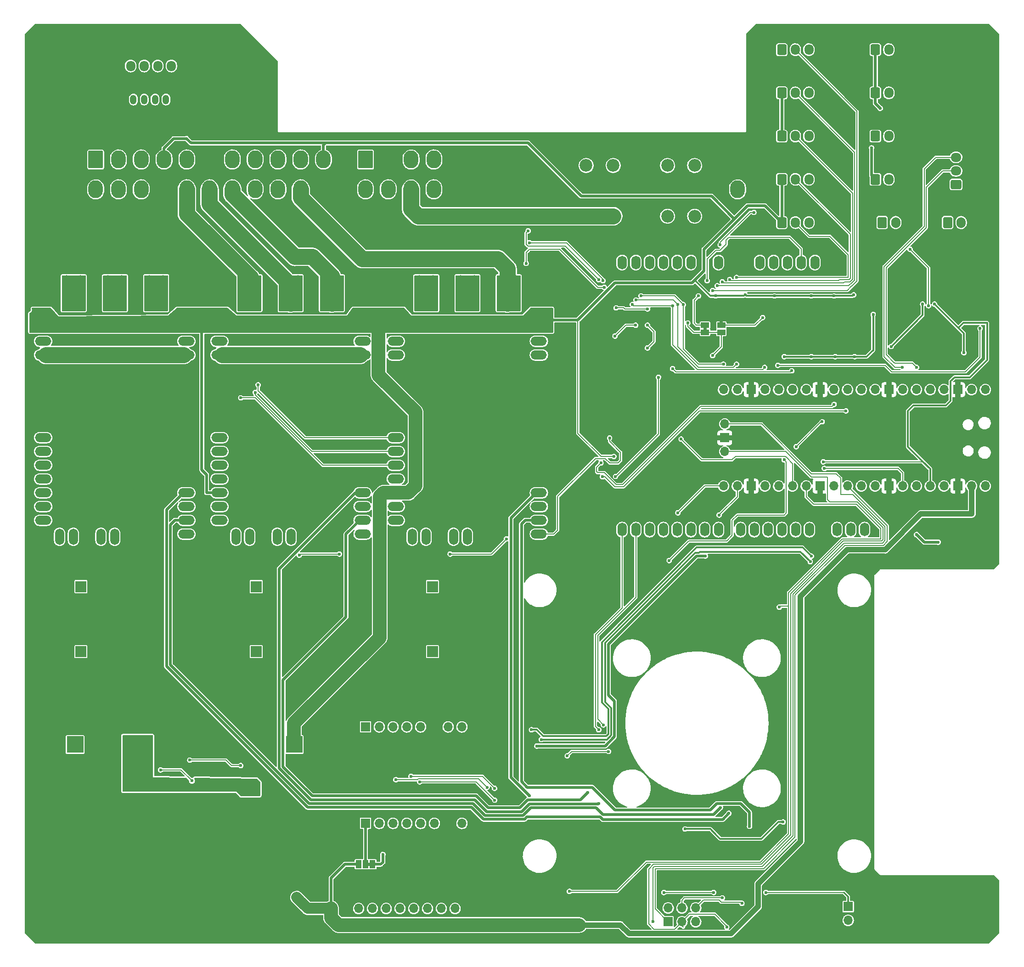
<source format=gbr>
%TF.GenerationSoftware,KiCad,Pcbnew,(6.0.1)*%
%TF.CreationDate,2022-05-20T20:27:24+02:00*%
%TF.ProjectId,OpenMowerMainboard,4f70656e-4d6f-4776-9572-4d61696e626f,rev?*%
%TF.SameCoordinates,Original*%
%TF.FileFunction,Copper,L2,Bot*%
%TF.FilePolarity,Positive*%
%FSLAX46Y46*%
G04 Gerber Fmt 4.6, Leading zero omitted, Abs format (unit mm)*
G04 Created by KiCad (PCBNEW (6.0.1)) date 2022-05-20 20:27:24*
%MOMM*%
%LPD*%
G01*
G04 APERTURE LIST*
G04 Aperture macros list*
%AMRoundRect*
0 Rectangle with rounded corners*
0 $1 Rounding radius*
0 $2 $3 $4 $5 $6 $7 $8 $9 X,Y pos of 4 corners*
0 Add a 4 corners polygon primitive as box body*
4,1,4,$2,$3,$4,$5,$6,$7,$8,$9,$2,$3,0*
0 Add four circle primitives for the rounded corners*
1,1,$1+$1,$2,$3*
1,1,$1+$1,$4,$5*
1,1,$1+$1,$6,$7*
1,1,$1+$1,$8,$9*
0 Add four rect primitives between the rounded corners*
20,1,$1+$1,$2,$3,$4,$5,0*
20,1,$1+$1,$4,$5,$6,$7,0*
20,1,$1+$1,$6,$7,$8,$9,0*
20,1,$1+$1,$8,$9,$2,$3,0*%
G04 Aperture macros list end*
%TA.AperFunction,ComponentPad*%
%ADD10RoundRect,0.250001X-1.099999X-1.399999X1.099999X-1.399999X1.099999X1.399999X-1.099999X1.399999X0*%
%TD*%
%TA.AperFunction,ComponentPad*%
%ADD11O,2.700000X3.300000*%
%TD*%
%TA.AperFunction,ComponentPad*%
%ADD12RoundRect,0.250000X-0.600000X-0.725000X0.600000X-0.725000X0.600000X0.725000X-0.600000X0.725000X0*%
%TD*%
%TA.AperFunction,ComponentPad*%
%ADD13O,1.700000X1.950000*%
%TD*%
%TA.AperFunction,ComponentPad*%
%ADD14RoundRect,0.249999X-0.350001X-0.625001X0.350001X-0.625001X0.350001X0.625001X-0.350001X0.625001X0*%
%TD*%
%TA.AperFunction,ComponentPad*%
%ADD15O,1.200000X1.750000*%
%TD*%
%TA.AperFunction,ComponentPad*%
%ADD16C,0.900000*%
%TD*%
%TA.AperFunction,ComponentPad*%
%ADD17C,10.000000*%
%TD*%
%TA.AperFunction,ComponentPad*%
%ADD18O,3.000000X1.700000*%
%TD*%
%TA.AperFunction,ComponentPad*%
%ADD19O,1.700000X3.000000*%
%TD*%
%TA.AperFunction,ComponentPad*%
%ADD20R,2.000000X2.000000*%
%TD*%
%TA.AperFunction,ComponentPad*%
%ADD21C,2.000000*%
%TD*%
%TA.AperFunction,ComponentPad*%
%ADD22C,2.350000*%
%TD*%
%TA.AperFunction,ComponentPad*%
%ADD23R,1.700000X1.700000*%
%TD*%
%TA.AperFunction,ComponentPad*%
%ADD24O,1.700000X1.700000*%
%TD*%
%TA.AperFunction,ComponentPad*%
%ADD25R,3.048000X3.048000*%
%TD*%
%TA.AperFunction,ComponentPad*%
%ADD26RoundRect,0.250000X-0.600000X-0.750000X0.600000X-0.750000X0.600000X0.750000X-0.600000X0.750000X0*%
%TD*%
%TA.AperFunction,ComponentPad*%
%ADD27O,1.700000X2.000000*%
%TD*%
%TA.AperFunction,ComponentPad*%
%ADD28RoundRect,0.250000X0.725000X-0.600000X0.725000X0.600000X-0.725000X0.600000X-0.725000X-0.600000X0*%
%TD*%
%TA.AperFunction,ComponentPad*%
%ADD29O,1.950000X1.700000*%
%TD*%
%TA.AperFunction,ComponentPad*%
%ADD30O,1.727200X2.500000*%
%TD*%
%TA.AperFunction,SMDPad,CuDef*%
%ADD31R,1.000000X1.500000*%
%TD*%
%TA.AperFunction,SMDPad,CuDef*%
%ADD32R,1.500000X1.000000*%
%TD*%
%TA.AperFunction,ViaPad*%
%ADD33C,0.600000*%
%TD*%
%TA.AperFunction,Conductor*%
%ADD34C,1.000000*%
%TD*%
%TA.AperFunction,Conductor*%
%ADD35C,0.300000*%
%TD*%
%TA.AperFunction,Conductor*%
%ADD36C,0.500000*%
%TD*%
%TA.AperFunction,Conductor*%
%ADD37C,0.200000*%
%TD*%
%TA.AperFunction,Conductor*%
%ADD38C,2.500000*%
%TD*%
%TA.AperFunction,Conductor*%
%ADD39C,2.000000*%
%TD*%
%TA.AperFunction,Conductor*%
%ADD40C,3.000000*%
%TD*%
G04 APERTURE END LIST*
G36*
X83900000Y-175500000D02*
G01*
X83400000Y-175500000D01*
X83400000Y-174900000D01*
X83900000Y-174900000D01*
X83900000Y-175500000D01*
G37*
G36*
X145900000Y-76700000D02*
G01*
X145300000Y-76700000D01*
X145300000Y-76200000D01*
X145900000Y-76200000D01*
X145900000Y-76700000D01*
G37*
G36*
X148900000Y-75400000D02*
G01*
X148300000Y-75400000D01*
X148300000Y-74900000D01*
X148900000Y-74900000D01*
X148900000Y-75400000D01*
G37*
D10*
X33250000Y-45250000D03*
D11*
X37450000Y-45250000D03*
X41650000Y-45250000D03*
X45850000Y-45250000D03*
X50050000Y-45250000D03*
X54250000Y-45250000D03*
X58450000Y-45250000D03*
X62650000Y-45250000D03*
X66850000Y-45250000D03*
X71050000Y-45250000D03*
X75250000Y-45250000D03*
X33250000Y-50750000D03*
X37450000Y-50750000D03*
X41650000Y-50750000D03*
X45850000Y-50750000D03*
X50050000Y-50750000D03*
X54250000Y-50750000D03*
X58450000Y-50750000D03*
X62650000Y-50750000D03*
X66850000Y-50750000D03*
X71050000Y-50750000D03*
X75250000Y-50750000D03*
D10*
X83000000Y-45250000D03*
D11*
X87200000Y-45250000D03*
X91400000Y-45250000D03*
X95600000Y-45250000D03*
X83000000Y-50750000D03*
X87200000Y-50750000D03*
X91400000Y-50750000D03*
X95600000Y-50750000D03*
D10*
X151600000Y-45250000D03*
D11*
X151600000Y-50750000D03*
D12*
X177000000Y-40935000D03*
D13*
X179500000Y-40935000D03*
X182000000Y-40935000D03*
D12*
X177000000Y-48902500D03*
D13*
X179500000Y-48902500D03*
X182000000Y-48902500D03*
D12*
X159750000Y-25000000D03*
D13*
X162250000Y-25000000D03*
X164750000Y-25000000D03*
X167250000Y-25000000D03*
D12*
X159750000Y-32967500D03*
D13*
X162250000Y-32967500D03*
X164750000Y-32967500D03*
X167250000Y-32967500D03*
D12*
X159750000Y-40935000D03*
D13*
X162250000Y-40935000D03*
X164750000Y-40935000D03*
X167250000Y-40935000D03*
D12*
X159750000Y-48902500D03*
D13*
X162250000Y-48902500D03*
X164750000Y-48902500D03*
X167250000Y-48902500D03*
D12*
X159750000Y-56870000D03*
D13*
X162250000Y-56870000D03*
X164750000Y-56870000D03*
X167250000Y-56870000D03*
D12*
X177000000Y-32967500D03*
D13*
X179500000Y-32967500D03*
X182000000Y-32967500D03*
D14*
X38200000Y-34200000D03*
D15*
X40200000Y-34200000D03*
X42200000Y-34200000D03*
X44200000Y-34200000D03*
X46200000Y-34200000D03*
D12*
X177000000Y-25000000D03*
D13*
X179500000Y-25000000D03*
X182000000Y-25000000D03*
D16*
X23848350Y-32651650D03*
X29151650Y-27348350D03*
X22750000Y-30000000D03*
X30250000Y-30000000D03*
X23848350Y-27348350D03*
X29151650Y-32651650D03*
X26500000Y-26250000D03*
X26500000Y-33750000D03*
D17*
X26500000Y-30000000D03*
D16*
X30250000Y-182500000D03*
D17*
X26500000Y-182500000D03*
D16*
X23848350Y-179848350D03*
X22750000Y-182500000D03*
X29151650Y-179848350D03*
X26500000Y-186250000D03*
X29151650Y-185151650D03*
X26500000Y-178750000D03*
X23848350Y-185151650D03*
X196151650Y-32651650D03*
X197250000Y-30000000D03*
X193500000Y-26250000D03*
D17*
X193500000Y-30000000D03*
D16*
X193500000Y-33750000D03*
X196151650Y-27348350D03*
X190848350Y-27348350D03*
X190848350Y-32651650D03*
X189750000Y-30000000D03*
X193500000Y-186250000D03*
X196151650Y-179848350D03*
X197250000Y-182500000D03*
X190848350Y-185151650D03*
X190848350Y-179848350D03*
X196151650Y-185151650D03*
D17*
X193500000Y-182500000D03*
D16*
X189750000Y-182500000D03*
X193500000Y-178750000D03*
D18*
X56060000Y-111775000D03*
X56060000Y-109235000D03*
X56060000Y-104155000D03*
X56060000Y-101615000D03*
X56060000Y-99075000D03*
X56060000Y-76215000D03*
X82460000Y-73675000D03*
X82460000Y-76215000D03*
X56060000Y-106695000D03*
X56060000Y-73675000D03*
X56060000Y-96535000D03*
D19*
X59100000Y-114815000D03*
X61640000Y-114815000D03*
X66720000Y-114815000D03*
X69260000Y-114815000D03*
D18*
X82460000Y-114315000D03*
X82460000Y-111775000D03*
X82460000Y-109235000D03*
X82460000Y-106695000D03*
X82460000Y-68595000D03*
D19*
X64180000Y-114815000D03*
D18*
X82460000Y-71135000D03*
X56060000Y-93995000D03*
X56060000Y-114315000D03*
X82460000Y-104155000D03*
X56060000Y-68595000D03*
X56060000Y-71135000D03*
D19*
X75610000Y-71635000D03*
X78150000Y-71635000D03*
X78150000Y-68095000D03*
X75610000Y-68095000D03*
X70530000Y-68095000D03*
X67990000Y-71635000D03*
X70530000Y-71635000D03*
X67990000Y-68095000D03*
D18*
X56060000Y-78755000D03*
X56060000Y-81295000D03*
X82460000Y-81295000D03*
X82460000Y-78755000D03*
D19*
X60370000Y-68095000D03*
X62910000Y-71635000D03*
X62910000Y-68095000D03*
X60370000Y-71635000D03*
D20*
X62849646Y-124000000D03*
D21*
X57849646Y-124000000D03*
D22*
X128675000Y-55700000D03*
X123675000Y-55700000D03*
X143675000Y-55700000D03*
X138675000Y-55700000D03*
D20*
X30517323Y-136000000D03*
D21*
X25517323Y-136000000D03*
D18*
X23560000Y-111775000D03*
X23560000Y-109235000D03*
X23560000Y-104155000D03*
X23560000Y-101615000D03*
X23560000Y-99075000D03*
X23560000Y-76215000D03*
X49960000Y-73675000D03*
X23560000Y-106695000D03*
X23560000Y-73675000D03*
X49960000Y-76215000D03*
X23560000Y-96535000D03*
D19*
X26600000Y-114815000D03*
X29140000Y-114815000D03*
X34220000Y-114815000D03*
X36760000Y-114815000D03*
D18*
X49960000Y-114315000D03*
X49960000Y-111775000D03*
X49960000Y-109235000D03*
X49960000Y-106695000D03*
D19*
X31680000Y-114815000D03*
D18*
X23560000Y-71135000D03*
X23560000Y-114315000D03*
X49960000Y-71135000D03*
X49960000Y-68595000D03*
X23560000Y-93995000D03*
X49960000Y-104155000D03*
X23560000Y-68595000D03*
D19*
X45650000Y-68095000D03*
X43110000Y-71635000D03*
X45650000Y-71635000D03*
X43110000Y-68095000D03*
X38030000Y-71635000D03*
X35490000Y-71635000D03*
X35490000Y-68095000D03*
X38030000Y-68095000D03*
D18*
X23560000Y-81295000D03*
X23560000Y-78755000D03*
X49960000Y-81295000D03*
X49960000Y-78755000D03*
D19*
X30410000Y-71635000D03*
X27870000Y-71635000D03*
X30410000Y-68095000D03*
X27870000Y-68095000D03*
D23*
X76650000Y-183350000D03*
D24*
X79190000Y-183350000D03*
X81730000Y-183350000D03*
X84270000Y-183350000D03*
X86810000Y-183350000D03*
X89350000Y-183350000D03*
X91890000Y-183350000D03*
X94430000Y-183350000D03*
X96970000Y-183350000D03*
X99510000Y-183350000D03*
D20*
X95349646Y-136000000D03*
D21*
X90349646Y-136000000D03*
D18*
X88560000Y-111775000D03*
X88560000Y-109235000D03*
X88560000Y-104155000D03*
X88560000Y-101615000D03*
X88560000Y-99075000D03*
X114960000Y-76215000D03*
X114960000Y-73675000D03*
X88560000Y-73675000D03*
X88560000Y-76215000D03*
X88560000Y-106695000D03*
X88560000Y-96535000D03*
D19*
X91600000Y-114815000D03*
X94140000Y-114815000D03*
X99220000Y-114815000D03*
X101760000Y-114815000D03*
D18*
X114960000Y-114315000D03*
X114960000Y-111775000D03*
X114960000Y-109235000D03*
X114960000Y-106695000D03*
X114960000Y-104155000D03*
X88560000Y-93995000D03*
X114960000Y-68595000D03*
D19*
X96680000Y-114815000D03*
D18*
X88560000Y-114315000D03*
X88560000Y-68595000D03*
X88560000Y-71135000D03*
X114960000Y-71135000D03*
D19*
X110650000Y-71635000D03*
X108110000Y-71635000D03*
X110650000Y-68095000D03*
X108110000Y-68095000D03*
X100490000Y-68095000D03*
X100490000Y-71635000D03*
X103030000Y-68095000D03*
X103030000Y-71635000D03*
D18*
X88560000Y-81295000D03*
X114960000Y-78755000D03*
X114960000Y-81295000D03*
X88560000Y-78755000D03*
D19*
X95410000Y-68095000D03*
X92870000Y-68095000D03*
X95410000Y-71635000D03*
X92870000Y-71635000D03*
D22*
X123675000Y-46350000D03*
X128675000Y-46350000D03*
X138675000Y-46350000D03*
X143675000Y-46350000D03*
D20*
X95349646Y-124000000D03*
D21*
X90349646Y-124000000D03*
D20*
X30517323Y-124000000D03*
D21*
X25517323Y-124000000D03*
D12*
X37200000Y-28000000D03*
D13*
X39700000Y-28000000D03*
X42200000Y-28000000D03*
X44700000Y-28000000D03*
X47200000Y-28000000D03*
D25*
X29450000Y-171524000D03*
X29450000Y-153124000D03*
X69850000Y-153124000D03*
X69850000Y-171524000D03*
D20*
X62849646Y-136000000D03*
D21*
X57849646Y-136000000D03*
D26*
X190320000Y-56870000D03*
D27*
X192820000Y-56870000D03*
D26*
X178250000Y-56870000D03*
D27*
X180750000Y-56870000D03*
D28*
X191870000Y-49852500D03*
D29*
X191870000Y-47352500D03*
X191870000Y-44852500D03*
X191870000Y-42352500D03*
D24*
X197275000Y-87675000D03*
X194735000Y-87675000D03*
D23*
X192195000Y-87675000D03*
D24*
X189655000Y-87675000D03*
X187115000Y-87675000D03*
X184575000Y-87675000D03*
X182035000Y-87675000D03*
D23*
X179495000Y-87675000D03*
D24*
X176955000Y-87675000D03*
X174415000Y-87675000D03*
X171875000Y-87675000D03*
X169335000Y-87675000D03*
D23*
X166795000Y-87675000D03*
D24*
X164255000Y-87675000D03*
X161715000Y-87675000D03*
X159175000Y-87675000D03*
X156635000Y-87675000D03*
D23*
X154095000Y-87675000D03*
D24*
X151555000Y-87675000D03*
X149015000Y-87675000D03*
X149015000Y-105455000D03*
X151555000Y-105455000D03*
D23*
X154095000Y-105455000D03*
D24*
X156635000Y-105455000D03*
X159175000Y-105455000D03*
X161715000Y-105455000D03*
X164255000Y-105455000D03*
D23*
X166795000Y-105455000D03*
D24*
X169335000Y-105455000D03*
X171875000Y-105455000D03*
X174415000Y-105455000D03*
X176955000Y-105455000D03*
D23*
X179495000Y-105455000D03*
D24*
X182035000Y-105455000D03*
X184575000Y-105455000D03*
X187115000Y-105455000D03*
X189655000Y-105455000D03*
D23*
X192195000Y-105455000D03*
D24*
X194735000Y-105455000D03*
X197275000Y-105455000D03*
X149245000Y-94025000D03*
D23*
X149245000Y-96565000D03*
D24*
X149245000Y-99105000D03*
D23*
X83000000Y-149870000D03*
D24*
X85540000Y-149870000D03*
X88080000Y-149870000D03*
X90620000Y-149870000D03*
X93160000Y-149870000D03*
X95700000Y-149870000D03*
X98240000Y-149870000D03*
X100780000Y-149870000D03*
D23*
X83000000Y-167650000D03*
D24*
X85540000Y-167650000D03*
X88080000Y-167650000D03*
X90620000Y-167650000D03*
X93160000Y-167650000D03*
X95700000Y-167650000D03*
X98240000Y-167650000D03*
X100780000Y-167650000D03*
D23*
X138800000Y-185800000D03*
D24*
X138800000Y-183260000D03*
X141340000Y-185800000D03*
X141340000Y-183260000D03*
X143880000Y-185800000D03*
X143880000Y-183260000D03*
X146420000Y-185800000D03*
X146420000Y-183260000D03*
D30*
X165860000Y-64240000D03*
X158240000Y-64240000D03*
X155700000Y-64240000D03*
X143000000Y-64240000D03*
X140460000Y-64240000D03*
X137920000Y-64240000D03*
X135380000Y-64240000D03*
X132840000Y-64240000D03*
X130300000Y-64240000D03*
X169924000Y-113500000D03*
X130300000Y-113500000D03*
X132840000Y-113500000D03*
X135380000Y-113500000D03*
X137920000Y-113500000D03*
X140460000Y-113500000D03*
X143000000Y-113500000D03*
X145540000Y-113500000D03*
X148080000Y-113500000D03*
X152144000Y-113500000D03*
X154684000Y-113500000D03*
X157224000Y-113500000D03*
X159764000Y-113500000D03*
X162304000Y-113500000D03*
X164844000Y-113500000D03*
X167384000Y-113500000D03*
X153160000Y-64240000D03*
X150620000Y-64240000D03*
X163320000Y-64240000D03*
X160780000Y-64240000D03*
X175004000Y-113500000D03*
X172464000Y-113500000D03*
X148080000Y-64240000D03*
D31*
X84300000Y-175200000D03*
X83000000Y-175200000D03*
X81700000Y-175200000D03*
D32*
X145600000Y-77100000D03*
X145600000Y-75800000D03*
X145600000Y-74500000D03*
D23*
X172000000Y-183000000D03*
D24*
X172000000Y-185540000D03*
D32*
X148600000Y-74500000D03*
X148600000Y-75800000D03*
X148600000Y-77100000D03*
D33*
X105000000Y-150000000D03*
X25000000Y-165000000D03*
X102000000Y-41000000D03*
X76000000Y-171000000D03*
X155600000Y-45400000D03*
X20990822Y-102999444D03*
X175400000Y-98200000D03*
X20990822Y-67999444D03*
X95600000Y-78600000D03*
X65800000Y-69800000D03*
X144200000Y-97600000D03*
X176000000Y-138000000D03*
X29800000Y-85800000D03*
X59000000Y-166000000D03*
X77997832Y-189198418D03*
X139200000Y-173600000D03*
X56000000Y-155000000D03*
X135800000Y-47600000D03*
X106400000Y-72600000D03*
X167600000Y-162000000D03*
X76000000Y-167000000D03*
X69200000Y-78800000D03*
X115000000Y-100000000D03*
X77000000Y-166000000D03*
X108000000Y-155000000D03*
X22997832Y-189198418D03*
X191000000Y-120000000D03*
X41900000Y-125000000D03*
X131800000Y-66600000D03*
X72200000Y-126800000D03*
X73000000Y-161000000D03*
X49800000Y-59000000D03*
X20990822Y-57999444D03*
X176000000Y-63500000D03*
X41000000Y-62000000D03*
X96000000Y-158000000D03*
X162200000Y-45400000D03*
X78000000Y-171000000D03*
X44800000Y-169200000D03*
X186600000Y-92200000D03*
X181000000Y-120000000D03*
X34200000Y-119200000D03*
X115000000Y-95000000D03*
X107000000Y-41000000D03*
X60000000Y-95000000D03*
X140400000Y-133200000D03*
X73000000Y-151000000D03*
X62000000Y-158000000D03*
X175400000Y-58400000D03*
X62997832Y-189198418D03*
X143800000Y-53200000D03*
X142800000Y-79400000D03*
X29000000Y-165000000D03*
X176000000Y-178000000D03*
X103000000Y-151000000D03*
X74000000Y-152000000D03*
X79000000Y-112600000D03*
X76000000Y-160000000D03*
X176000000Y-21000000D03*
X28800000Y-54600000D03*
X199000000Y-70000000D03*
X87997832Y-189198418D03*
X167997832Y-189198418D03*
X95000000Y-95000000D03*
X129800000Y-173600000D03*
X149800000Y-81400000D03*
X97500000Y-127500000D03*
X76000000Y-154000000D03*
X199000000Y-45000000D03*
X199000000Y-110000000D03*
X147000000Y-41000000D03*
X109800000Y-86400000D03*
X97786139Y-67813861D03*
X73000000Y-159000000D03*
X55000000Y-166000000D03*
X117997832Y-189198418D03*
X26000000Y-162000000D03*
X109400000Y-177600000D03*
X192997832Y-189198418D03*
X54000000Y-164000000D03*
X60000000Y-164000000D03*
X121200000Y-173600000D03*
X143600000Y-69400000D03*
X137000000Y-41000000D03*
X30000000Y-90000000D03*
X60000000Y-166000000D03*
X196000000Y-53000000D03*
X65991231Y-38997250D03*
X54000000Y-165000000D03*
X199000000Y-95000000D03*
X20990822Y-147999444D03*
X30000000Y-95000000D03*
X58000000Y-166000000D03*
X79000000Y-153000000D03*
X112997832Y-189198418D03*
X152997832Y-189198418D03*
X97000000Y-41000000D03*
X20990822Y-117999444D03*
X100000000Y-95000000D03*
X147997832Y-189198418D03*
X82500000Y-122500000D03*
X20990822Y-47999444D03*
X199000000Y-80000000D03*
X50000000Y-91800000D03*
X50000000Y-125000000D03*
X45200000Y-97800000D03*
X176000000Y-120000000D03*
X133200000Y-95800000D03*
X134000000Y-168400000D03*
X128200000Y-63800000D03*
X23000000Y-21000000D03*
X76000000Y-169000000D03*
X124100000Y-158600000D03*
X106400000Y-70400000D03*
X34600000Y-108200000D03*
X74000000Y-160000000D03*
X45800000Y-169200000D03*
X20990822Y-22999444D03*
X35000000Y-105000000D03*
X100000000Y-120000000D03*
X20990822Y-137999444D03*
X159000000Y-143600000D03*
X119400000Y-158200000D03*
X110000000Y-182600000D03*
X95000000Y-100000000D03*
X163000000Y-37400000D03*
X25000000Y-161000000D03*
X152000000Y-41000000D03*
X20990822Y-112999444D03*
X43000000Y-21000000D03*
X117000000Y-41000000D03*
X77000000Y-161000000D03*
X76400000Y-127000000D03*
X44800000Y-166200000D03*
X113400000Y-168000000D03*
X131400000Y-116800000D03*
X44800000Y-167200000D03*
X153600000Y-179600000D03*
X20990822Y-107999444D03*
X199000000Y-35000000D03*
X76800000Y-123200000D03*
X74000000Y-167000000D03*
X20990822Y-72999444D03*
X106000000Y-157000000D03*
X129000000Y-156000000D03*
X20990822Y-27999444D03*
X188600000Y-62400000D03*
X194200000Y-103400000D03*
X95000000Y-105000000D03*
X35000000Y-100000000D03*
X106000000Y-67800000D03*
X30000000Y-162000000D03*
X35000000Y-95000000D03*
X45600000Y-56000000D03*
X74000000Y-154000000D03*
X199000000Y-105000000D03*
X61000000Y-157000000D03*
X176000000Y-163000000D03*
X199000000Y-55000000D03*
X75000000Y-90000000D03*
X139700000Y-103700000D03*
X67000000Y-41000000D03*
X24800000Y-130600000D03*
X146400000Y-62200000D03*
X159800000Y-166200000D03*
X114800000Y-117800000D03*
X142000000Y-41000000D03*
X41900000Y-127500000D03*
X20990822Y-172999444D03*
X176000000Y-168000000D03*
X128800000Y-90600000D03*
X53000000Y-21000000D03*
X63000000Y-165000000D03*
X60000000Y-100000000D03*
X46000000Y-156000000D03*
X45800000Y-166200000D03*
X20990822Y-77999444D03*
X126600000Y-108600000D03*
X176000000Y-143000000D03*
X20990822Y-157999444D03*
X199000000Y-120000000D03*
X132200000Y-184800000D03*
X140300000Y-107100000D03*
X41900000Y-130000000D03*
X58000000Y-21000000D03*
X70000000Y-90000000D03*
X73000000Y-172000000D03*
X20990822Y-52999444D03*
X81000000Y-41000000D03*
X73000000Y-168000000D03*
X50000000Y-127500000D03*
X199000000Y-60000000D03*
X149400000Y-173600000D03*
X131600000Y-50400000D03*
X72000000Y-41000000D03*
X127997832Y-189198418D03*
X79000000Y-151000000D03*
X20990822Y-82999444D03*
X29600000Y-49600000D03*
X74000000Y-169000000D03*
X75000000Y-170000000D03*
X63200000Y-79000000D03*
X75400000Y-79000000D03*
X52500000Y-120000000D03*
X131800000Y-119800000D03*
X82500000Y-125000000D03*
X45800000Y-167200000D03*
X79000000Y-161000000D03*
X185920000Y-80720000D03*
X137997832Y-189198418D03*
X47997832Y-189198418D03*
X128230814Y-65600000D03*
X44400000Y-125000000D03*
X36800000Y-84200000D03*
X116200000Y-168600000D03*
X186000000Y-21000000D03*
X20984129Y-187598534D03*
X79000000Y-170000000D03*
X171000000Y-21000000D03*
X176000000Y-128000000D03*
X77000000Y-168000000D03*
X154200000Y-29400000D03*
X151800000Y-73800000D03*
X20990822Y-37999444D03*
X42997832Y-189198418D03*
X95000000Y-120000000D03*
X62000000Y-157000000D03*
X99800000Y-88000000D03*
X110000000Y-100000000D03*
X97997832Y-189198418D03*
X20990822Y-162999444D03*
X97800000Y-174400000D03*
X107800000Y-78800000D03*
X79200000Y-52600000D03*
X100000000Y-105000000D03*
X79000000Y-168000000D03*
X45800000Y-165200000D03*
X150200000Y-123400000D03*
X105000000Y-80800000D03*
X45800000Y-164200000D03*
X75000000Y-159000000D03*
X20990822Y-127999444D03*
X96000000Y-155000000D03*
X83000000Y-159000000D03*
X77000000Y-172000000D03*
X107500000Y-127500000D03*
X181000000Y-21000000D03*
X199000000Y-40000000D03*
X78000000Y-169000000D03*
X128200000Y-157700000D03*
X167600000Y-167600000D03*
X29000000Y-163000000D03*
X178800000Y-94000000D03*
X62000000Y-166000000D03*
X32997832Y-189198418D03*
X176000000Y-158000000D03*
X167800000Y-138200000D03*
X105000000Y-67600000D03*
X52500000Y-130000000D03*
X146200000Y-58400000D03*
X33000000Y-21000000D03*
X77000000Y-170000000D03*
X50200000Y-65400000D03*
X28000000Y-164000000D03*
X72600000Y-110600000D03*
X27000000Y-161000000D03*
X98000000Y-70400000D03*
X20990822Y-92999444D03*
X46800000Y-169200000D03*
X57000000Y-166000000D03*
X131300000Y-91700000D03*
X73000000Y-170000000D03*
X75000000Y-172000000D03*
X166000000Y-21000000D03*
X31000000Y-163000000D03*
X199000000Y-23600000D03*
X167800000Y-152600000D03*
X82500000Y-120000000D03*
X75000000Y-161000000D03*
X149200000Y-168600000D03*
X112000000Y-41000000D03*
X142997832Y-189198418D03*
X172997832Y-189198418D03*
X149200000Y-179000000D03*
X115000000Y-92200000D03*
X124100000Y-156900000D03*
X75000000Y-168000000D03*
X77000000Y-153000000D03*
X46800000Y-164200000D03*
X33400000Y-64400000D03*
X77000000Y-159000000D03*
X134400000Y-118400000D03*
X20990822Y-32999444D03*
X44400000Y-130000000D03*
X191000000Y-21000000D03*
X133000000Y-55000000D03*
X82500000Y-130000000D03*
X47800000Y-164200000D03*
X61000000Y-166000000D03*
X48200000Y-94800000D03*
X46800000Y-168200000D03*
X78000000Y-152000000D03*
X92997832Y-189198418D03*
X127800000Y-184200000D03*
X155000000Y-124800000D03*
X115400000Y-179000000D03*
X151200000Y-77600000D03*
X48100000Y-163000000D03*
X61000000Y-165000000D03*
X59200000Y-85000000D03*
X175000000Y-34600000D03*
X176000000Y-148000000D03*
X134000000Y-180800000D03*
X62000000Y-164000000D03*
X38000000Y-21000000D03*
X27000000Y-165000000D03*
X73400000Y-130800000D03*
X50000000Y-120000000D03*
X73200000Y-48200000D03*
X20990822Y-97999444D03*
X105000000Y-127500000D03*
X36600000Y-79200000D03*
X31200000Y-108000000D03*
X20990822Y-132999444D03*
X120200000Y-156200000D03*
X195800000Y-66400000D03*
X84800000Y-92200000D03*
X117600000Y-149200000D03*
X157800000Y-79800000D03*
X82997832Y-189198418D03*
X46800000Y-166200000D03*
X20990822Y-87999444D03*
X120800000Y-167400000D03*
X25000000Y-163000000D03*
X30000000Y-100000000D03*
X134800000Y-123600000D03*
X79000000Y-172000000D03*
X170000000Y-166400000D03*
X70000000Y-105000000D03*
X65600000Y-72200000D03*
X26000000Y-164000000D03*
X127800000Y-85000000D03*
X76800000Y-85800000D03*
X159200000Y-149800000D03*
X132000000Y-41000000D03*
X20990822Y-122999444D03*
X32400000Y-110400000D03*
X44400000Y-121200000D03*
X62200000Y-24600000D03*
X46000000Y-155000000D03*
X153600000Y-181400000D03*
X79000000Y-159000000D03*
X136400000Y-121600000D03*
X55000000Y-155000000D03*
X90000000Y-120000000D03*
X161000000Y-21000000D03*
X142600000Y-179400000D03*
X92500000Y-127500000D03*
X57997832Y-189198418D03*
X20990822Y-62999444D03*
X42800000Y-79000000D03*
X60000000Y-105000000D03*
X47600000Y-99000000D03*
X179000000Y-46200000D03*
X34600000Y-61600000D03*
X89000000Y-116600000D03*
X29000000Y-161000000D03*
X78000000Y-160000000D03*
X186000000Y-178000000D03*
X20990822Y-167999444D03*
X46800000Y-165200000D03*
X50000000Y-97200000D03*
X199000000Y-100000000D03*
X76000000Y-152000000D03*
X181000000Y-68500000D03*
X127000000Y-41000000D03*
X35000000Y-90000000D03*
X75000000Y-153000000D03*
X100000000Y-100000000D03*
X88200000Y-129800000D03*
X132000000Y-180800000D03*
X199000000Y-75000000D03*
X105000000Y-69600000D03*
X189800000Y-100800000D03*
X199000000Y-115000000D03*
X55000000Y-165000000D03*
X110000000Y-95000000D03*
X20990822Y-177999444D03*
X63000000Y-166000000D03*
X143200000Y-86400000D03*
X61000000Y-158000000D03*
X62200000Y-182600000D03*
X187997832Y-189198418D03*
X72997832Y-189198418D03*
X107997832Y-189198418D03*
X100000000Y-110000000D03*
X154800000Y-48000000D03*
X78000000Y-167000000D03*
X102997832Y-189198418D03*
X44400000Y-127500000D03*
X181000000Y-178000000D03*
X132997832Y-189198418D03*
X176000000Y-153000000D03*
X29200000Y-119000000D03*
X73000000Y-166000000D03*
X31000000Y-165000000D03*
X46800000Y-167200000D03*
X20990822Y-142999444D03*
X108000000Y-158600000D03*
X135800000Y-117000000D03*
X27000000Y-163000000D03*
X182997832Y-189198418D03*
X138400000Y-88800000D03*
X65991231Y-33997250D03*
X50000000Y-122500000D03*
X187400000Y-41000000D03*
X30000000Y-164000000D03*
X147200000Y-128600000D03*
X73000000Y-88200000D03*
X48000000Y-21000000D03*
X154200000Y-39400000D03*
X40800000Y-65400000D03*
X162997832Y-189198418D03*
X148598058Y-186800208D03*
X176500000Y-67500000D03*
X166800000Y-61800000D03*
X89000000Y-158000000D03*
X156000000Y-21000000D03*
X52500000Y-127500000D03*
X50000000Y-130000000D03*
X79000000Y-166000000D03*
X72600000Y-92200000D03*
X78000000Y-154000000D03*
X79800000Y-110600000D03*
X65000000Y-100000000D03*
X93000000Y-41000000D03*
X37997832Y-189198418D03*
X186000000Y-120000000D03*
X67997832Y-189198418D03*
X157997832Y-189198418D03*
X122000000Y-41000000D03*
X79200000Y-56200000D03*
X77000000Y-41000000D03*
X196000000Y-21000000D03*
X147200000Y-73800000D03*
X196000000Y-120000000D03*
X27997832Y-189198418D03*
X61000000Y-156000000D03*
X28000000Y-162000000D03*
X137400000Y-69400000D03*
X106400000Y-87400000D03*
X156000000Y-101000000D03*
X177997832Y-189198418D03*
X73200000Y-69800000D03*
X199000000Y-65000000D03*
X177400000Y-45000000D03*
X52997832Y-189198418D03*
X30000000Y-105000000D03*
X83000000Y-156000000D03*
X20990822Y-152999444D03*
X65000000Y-105000000D03*
X82500000Y-127500000D03*
X78200000Y-45200000D03*
X79600000Y-48600000D03*
X154200000Y-24800000D03*
X45800000Y-168200000D03*
X126400000Y-179400000D03*
X28000000Y-21000000D03*
X110000000Y-105000000D03*
X64000000Y-164000000D03*
X126000000Y-173600000D03*
X68600000Y-108800000D03*
X122997832Y-189198418D03*
X31000000Y-161000000D03*
X73000000Y-153000000D03*
X199000000Y-50000000D03*
X72800000Y-72000000D03*
X20990822Y-42999444D03*
X63000000Y-158000000D03*
X105200000Y-71600000D03*
X48800000Y-63800000D03*
X154200000Y-34400000D03*
X134200000Y-83400000D03*
X186800000Y-30600000D03*
X171800000Y-137000000D03*
X56000000Y-166000000D03*
X52500000Y-122500000D03*
X75000000Y-166000000D03*
X52500000Y-125000000D03*
X75000000Y-151000000D03*
X184000000Y-65000000D03*
X77000000Y-151000000D03*
X44800000Y-168200000D03*
X176000000Y-133000000D03*
X65000000Y-95000000D03*
X106800000Y-146800000D03*
X74000000Y-171000000D03*
X65991231Y-28997250D03*
X101200000Y-80800000D03*
X30600000Y-78800000D03*
X94200000Y-84800000D03*
X97800000Y-72600000D03*
X103400000Y-186400000D03*
X71000000Y-182000000D03*
X177900000Y-35800000D03*
X173000000Y-70200000D03*
X73400000Y-183400000D03*
X169400000Y-70400000D03*
X71700000Y-182700000D03*
X153000000Y-70200000D03*
X72400000Y-183400000D03*
X158400000Y-70400000D03*
X70300000Y-181300000D03*
X176300000Y-43100000D03*
X165200000Y-70400000D03*
X128800000Y-100000000D03*
X122400000Y-186400000D03*
X50000000Y-41400000D03*
X121400000Y-186400000D03*
X147600000Y-70400000D03*
X126850500Y-149492703D03*
X126000000Y-150400000D03*
X183400000Y-61800000D03*
X186800000Y-72200000D03*
X147000000Y-69400000D03*
X147850500Y-68518023D03*
X148800000Y-67800000D03*
X150176089Y-67376089D03*
X151400000Y-67000000D03*
X184600000Y-83600000D03*
X147200000Y-180400000D03*
X156800000Y-180400000D03*
X138000000Y-180400000D03*
X160000000Y-167400000D03*
X141900000Y-168700000D03*
X182000000Y-83600000D03*
X160200000Y-81600000D03*
X173200000Y-81600000D03*
X188600000Y-115800000D03*
X142400000Y-75400000D03*
X169600000Y-81600000D03*
X187920000Y-71920000D03*
X86200000Y-173400000D03*
X184600000Y-114400000D03*
X193320000Y-80870500D03*
X114600000Y-153400000D03*
X145669003Y-118350990D03*
X146000000Y-67600000D03*
X147000000Y-81400000D03*
X135000000Y-72800000D03*
X165200000Y-81600000D03*
X167400000Y-101000000D03*
X129200000Y-72600000D03*
X176600000Y-73800000D03*
X120600000Y-180200000D03*
X159300000Y-127800000D03*
X60000000Y-161000000D03*
X41000000Y-154000000D03*
X62000000Y-162000000D03*
X63000000Y-161000000D03*
X61000000Y-162000000D03*
X39000000Y-161000000D03*
X39000000Y-153000000D03*
X42000000Y-153000000D03*
X63000000Y-162000000D03*
X63000000Y-160000000D03*
X43000000Y-152000000D03*
X41000000Y-160000000D03*
X62000000Y-160000000D03*
X41000000Y-161000000D03*
X39000000Y-154000000D03*
X42000000Y-152000000D03*
X40000000Y-152000000D03*
X39000000Y-152000000D03*
X40000000Y-154000000D03*
X43000000Y-154000000D03*
X40000000Y-153000000D03*
X42000000Y-154000000D03*
X43000000Y-153000000D03*
X60000000Y-162000000D03*
X39000000Y-160000000D03*
X61000000Y-160000000D03*
X41000000Y-152000000D03*
X62000000Y-161000000D03*
X41000000Y-153000000D03*
X61000000Y-161000000D03*
X60000000Y-160000000D03*
X129000000Y-77800000D03*
X132800000Y-75800000D03*
X135000000Y-75800000D03*
X135000000Y-80000000D03*
X159000000Y-83200000D03*
X196320000Y-76400000D03*
X60000000Y-89199010D03*
X62660156Y-88187667D03*
X63200000Y-86800000D03*
X167600000Y-102200000D03*
X149600000Y-186800000D03*
X136000000Y-185800000D03*
X154600000Y-55000000D03*
X148400000Y-61000000D03*
X185720000Y-71920000D03*
X179920000Y-79720000D03*
X148429977Y-164749500D03*
X150000000Y-165800000D03*
X126000000Y-164000000D03*
X124000000Y-162000000D03*
X153800000Y-168200000D03*
X113200000Y-162600000D03*
X171600000Y-91600000D03*
X88600000Y-159600000D03*
X126700000Y-103747822D03*
X105400000Y-161000000D03*
X169400000Y-90400000D03*
X126400000Y-101200000D03*
X91400000Y-159000000D03*
X106800000Y-161200000D03*
X137000000Y-85400000D03*
X106829978Y-163370024D03*
X93000000Y-160000000D03*
X129100000Y-103687184D03*
X140600000Y-110399011D03*
X148200000Y-110800000D03*
X148800000Y-181400000D03*
X152400000Y-182400000D03*
X141600000Y-72000000D03*
X133800000Y-70400000D03*
X149000000Y-83000000D03*
X132875500Y-71163365D03*
X140600000Y-72000000D03*
X151400000Y-83000000D03*
X156600000Y-83600000D03*
X139600000Y-72200000D03*
X132200000Y-72000000D03*
X139600000Y-83800000D03*
X161600000Y-84200000D03*
X156200000Y-74400000D03*
X144400000Y-70400000D03*
X165200000Y-118400000D03*
X113600000Y-150400000D03*
X165000000Y-119400000D03*
X115400000Y-152200000D03*
X126800000Y-67600000D03*
X113200000Y-60600000D03*
X113000500Y-58400000D03*
X126000000Y-67400000D03*
X45200000Y-157800000D03*
X51000000Y-159800000D03*
X50600000Y-156000000D03*
X60000000Y-157000000D03*
X112600000Y-64400000D03*
X126999501Y-68799501D03*
X127800000Y-154400000D03*
X120200000Y-155200000D03*
X162400000Y-98200000D03*
X167200000Y-93600000D03*
X160176089Y-100623911D03*
X139000000Y-119200000D03*
X70800000Y-118200000D03*
X98600000Y-118000000D03*
X128000000Y-96600000D03*
X109000000Y-115200000D03*
X78200000Y-118000000D03*
X141200000Y-96800000D03*
D34*
X155400000Y-183000000D02*
X155400000Y-178800000D01*
D35*
X165200000Y-70400000D02*
X169400000Y-70400000D01*
D34*
X185400000Y-110600000D02*
X194800000Y-110600000D01*
D36*
X177000000Y-25000000D02*
X177000000Y-32967500D01*
X114460000Y-73675000D02*
X114460000Y-74860000D01*
D34*
X178800000Y-117200000D02*
X185400000Y-110600000D01*
D36*
X24060000Y-73675000D02*
X24060000Y-76215000D01*
X176300000Y-48202500D02*
X177000000Y-48902500D01*
X29215000Y-76215000D02*
X49460000Y-76215000D01*
D37*
X126400000Y-100000000D02*
X122140000Y-95740000D01*
D38*
X76650000Y-183350000D02*
X76650000Y-185050000D01*
D36*
X24060000Y-76215000D02*
X29215000Y-76215000D01*
D34*
X131600000Y-188000000D02*
X150400000Y-188000000D01*
D36*
X52815000Y-102472881D02*
X52815000Y-76215000D01*
D38*
X78000000Y-186400000D02*
X122400000Y-186400000D01*
D36*
X49460000Y-73675000D02*
X49460000Y-76215000D01*
X45850000Y-43150000D02*
X47600000Y-41400000D01*
D38*
X90905000Y-106695000D02*
X92200000Y-105400000D01*
X85600000Y-107400000D02*
X85600000Y-133400000D01*
D36*
X176300000Y-43100000D02*
X176300000Y-48202500D01*
D34*
X194800000Y-110600000D02*
X194800000Y-105520000D01*
D36*
X56560000Y-76215000D02*
X61215000Y-76215000D01*
X50800000Y-42200000D02*
X75600000Y-42200000D01*
X153400000Y-53800000D02*
X156680000Y-53800000D01*
X143700000Y-67500000D02*
X145400000Y-65800000D01*
X177000000Y-34900000D02*
X177900000Y-35800000D01*
D38*
X85600000Y-133400000D02*
X69800000Y-149200000D01*
X69800000Y-153074000D02*
X69850000Y-153124000D01*
D37*
X122140000Y-95740000D02*
X122140000Y-74860000D01*
D38*
X89060000Y-106695000D02*
X90905000Y-106695000D01*
D36*
X81960000Y-73675000D02*
X81960000Y-76215000D01*
D34*
X163200000Y-125800000D02*
X171800000Y-117200000D01*
D38*
X85409520Y-85009520D02*
X85409520Y-76409520D01*
D35*
X153200000Y-70400000D02*
X153000000Y-70200000D01*
D39*
X72350000Y-183350000D02*
X71700000Y-182700000D01*
D36*
X150200000Y-57000000D02*
X153400000Y-53800000D01*
D39*
X76650000Y-183350000D02*
X72350000Y-183350000D01*
D36*
X145400000Y-61800000D02*
X151000000Y-56200000D01*
X56560000Y-106695000D02*
X53695000Y-106695000D01*
X61215000Y-76215000D02*
X81960000Y-76215000D01*
X49460000Y-76215000D02*
X52815000Y-76215000D01*
X52815000Y-76215000D02*
X56560000Y-76215000D01*
X56560000Y-73675000D02*
X56560000Y-76215000D01*
D34*
X122400000Y-186400000D02*
X130000000Y-186400000D01*
D36*
X177000000Y-32967500D02*
X177000000Y-34900000D01*
X76650000Y-177750000D02*
X76650000Y-183350000D01*
X129000000Y-68000000D02*
X143200000Y-68000000D01*
D34*
X163200000Y-171000000D02*
X163200000Y-125800000D01*
D36*
X81700000Y-175200000D02*
X79200000Y-175200000D01*
X146800000Y-52000000D02*
X122800000Y-52000000D01*
D34*
X171800000Y-117200000D02*
X178800000Y-117200000D01*
D36*
X47600000Y-41400000D02*
X50000000Y-41400000D01*
X117940000Y-74860000D02*
X114460000Y-74860000D01*
X85215000Y-76215000D02*
X89060000Y-76215000D01*
X114460000Y-74860000D02*
X114460000Y-76215000D01*
X53695000Y-103352881D02*
X52815000Y-102472881D01*
X89060000Y-73675000D02*
X89060000Y-76215000D01*
D34*
X194800000Y-105520000D02*
X194735000Y-105455000D01*
D38*
X69800000Y-149200000D02*
X69800000Y-153074000D01*
D36*
X75600000Y-42200000D02*
X75250000Y-42550000D01*
X122800000Y-52000000D02*
X113000000Y-42200000D01*
X145400000Y-65800000D02*
X145400000Y-61800000D01*
X122140000Y-74860000D02*
X129000000Y-68000000D01*
X117940000Y-74860000D02*
X122140000Y-74860000D01*
X89060000Y-76215000D02*
X114460000Y-76215000D01*
D35*
X147600000Y-70400000D02*
X152800000Y-70400000D01*
X158400000Y-70400000D02*
X153200000Y-70400000D01*
D36*
X159750000Y-32967500D02*
X159750000Y-40935000D01*
D34*
X155400000Y-178800000D02*
X163200000Y-171000000D01*
D35*
X158400000Y-70400000D02*
X165200000Y-70400000D01*
D36*
X81960000Y-76215000D02*
X85215000Y-76215000D01*
D38*
X89060000Y-106695000D02*
X86305000Y-106695000D01*
D39*
X71700000Y-182700000D02*
X71000000Y-182000000D01*
D34*
X130000000Y-186400000D02*
X131600000Y-188000000D01*
D36*
X156680000Y-53800000D02*
X159750000Y-56870000D01*
D35*
X152800000Y-70400000D02*
X153000000Y-70200000D01*
D39*
X71000000Y-182000000D02*
X70300000Y-181300000D01*
D36*
X143200000Y-68000000D02*
X143700000Y-67500000D01*
X53695000Y-106695000D02*
X53695000Y-103352881D01*
X79200000Y-175200000D02*
X76650000Y-177750000D01*
X159750000Y-56870000D02*
X159750000Y-48902500D01*
D35*
X146600000Y-70400000D02*
X147600000Y-70400000D01*
D36*
X50000000Y-41400000D02*
X50800000Y-42200000D01*
D38*
X86305000Y-106695000D02*
X85600000Y-107400000D01*
X92200000Y-91800000D02*
X85409520Y-85009520D01*
D36*
X151000000Y-56200000D02*
X146800000Y-52000000D01*
D34*
X78000000Y-186400000D02*
X103400000Y-186400000D01*
D35*
X143700000Y-67500000D02*
X146600000Y-70400000D01*
D38*
X76650000Y-185050000D02*
X78000000Y-186400000D01*
D36*
X75250000Y-42550000D02*
X75250000Y-45250000D01*
D34*
X121400000Y-186400000D02*
X122400000Y-186400000D01*
D38*
X92200000Y-105400000D02*
X92200000Y-91800000D01*
D37*
X128800000Y-100000000D02*
X126400000Y-100000000D01*
D35*
X169400000Y-70400000D02*
X172800000Y-70400000D01*
D36*
X45850000Y-45250000D02*
X45850000Y-43150000D01*
D34*
X103400000Y-186400000D02*
X121400000Y-186400000D01*
D38*
X85409520Y-76409520D02*
X85215000Y-76215000D01*
D34*
X150400000Y-188000000D02*
X155400000Y-183000000D01*
D36*
X113000000Y-42200000D02*
X74600000Y-42200000D01*
D35*
X172800000Y-70400000D02*
X173000000Y-70200000D01*
D37*
X125800000Y-133000000D02*
X125800000Y-148442203D01*
X132840000Y-125960000D02*
X125800000Y-133000000D01*
X132840000Y-113000000D02*
X132840000Y-125960000D01*
X125800000Y-148442203D02*
X126850500Y-149492703D01*
X130300000Y-113000000D02*
X130300000Y-127935006D01*
X125400490Y-149800490D02*
X126000000Y-150400000D01*
X130300000Y-127935006D02*
X125400489Y-132834518D01*
X125400489Y-132834518D02*
X125400490Y-149800490D01*
X183400000Y-61800000D02*
X186800000Y-65200000D01*
X186800000Y-65200000D02*
X186800000Y-72200000D01*
X173598043Y-67661929D02*
X173598043Y-36348043D01*
X147000000Y-69400000D02*
X171800000Y-69400000D01*
X172661932Y-68598043D02*
X173598043Y-67661929D01*
X172601957Y-68598043D02*
X172661932Y-68598043D01*
X173598043Y-36348043D02*
X162250000Y-25000000D01*
X171800000Y-69400000D02*
X172601957Y-68598043D01*
X173198532Y-67496447D02*
X172496448Y-68198532D01*
X172496448Y-68198532D02*
X172401468Y-68198532D01*
X172081977Y-68518023D02*
X147850500Y-68518023D01*
X172401468Y-68198532D02*
X172081977Y-68518023D01*
X162250000Y-32967500D02*
X173198532Y-43916032D01*
X173198532Y-43916032D02*
X173198532Y-67496447D01*
X148999501Y-67999501D02*
X171130485Y-67999501D01*
X172799022Y-51484022D02*
X162250000Y-40935000D01*
X171130485Y-67999501D02*
X171330964Y-67799022D01*
X172330966Y-67799021D02*
X172799022Y-67330964D01*
X148800000Y-67800000D02*
X148999501Y-67999501D01*
X172799022Y-67330964D02*
X172799022Y-51484022D01*
X171330964Y-67799022D02*
X172330966Y-67799021D01*
X172399511Y-59052011D02*
X172399511Y-67165482D01*
X172399511Y-67165482D02*
X172165482Y-67399511D01*
X150399501Y-67599501D02*
X150176089Y-67376089D01*
X170400489Y-67399511D02*
X170200499Y-67599501D01*
X162250000Y-48902500D02*
X172399511Y-59052011D01*
X170200499Y-67599501D02*
X150399501Y-67599501D01*
X172165482Y-67399511D02*
X170400489Y-67399511D01*
X151400000Y-67000000D02*
X172000000Y-67000000D01*
X172000000Y-62800000D02*
X168600000Y-59400000D01*
X168600000Y-59400000D02*
X164780000Y-59400000D01*
X164780000Y-59400000D02*
X162250000Y-56870000D01*
X172000000Y-67000000D02*
X172000000Y-62800000D01*
X186400000Y-57800000D02*
X179200000Y-65000000D01*
X179000000Y-65200000D02*
X179000000Y-81200000D01*
X191870000Y-47352500D02*
X189447500Y-47352500D01*
X186800000Y-50000000D02*
X186400000Y-50400000D01*
X180600000Y-82800000D02*
X183800000Y-82800000D01*
X179200000Y-65000000D02*
X179000000Y-65200000D01*
X183800000Y-82800000D02*
X184600000Y-83600000D01*
X186400000Y-50400000D02*
X186400000Y-56200000D01*
X189447500Y-47352500D02*
X186800000Y-50000000D01*
X180400000Y-82600000D02*
X180600000Y-82800000D01*
X186400000Y-56200000D02*
X186400000Y-57800000D01*
X179000000Y-81200000D02*
X180400000Y-82600000D01*
D35*
X172000000Y-181200000D02*
X171200000Y-180400000D01*
D37*
X147200000Y-180400000D02*
X138000000Y-180400000D01*
D35*
X172000000Y-183000000D02*
X172000000Y-181200000D01*
D37*
X171200000Y-180400000D02*
X156800000Y-180400000D01*
D35*
X146600000Y-168700000D02*
X147800000Y-169900000D01*
X156000000Y-170500000D02*
X157500000Y-169000000D01*
X148400000Y-170500000D02*
X155000000Y-170500000D01*
X155000000Y-170500000D02*
X156000000Y-170500000D01*
X159100000Y-167400000D02*
X160000000Y-167400000D01*
X141900000Y-168700000D02*
X146600000Y-168700000D01*
X157500000Y-169000000D02*
X159100000Y-167400000D01*
X147800000Y-169900000D02*
X148400000Y-170500000D01*
D37*
X178600000Y-65000000D02*
X186000489Y-57599511D01*
X186000489Y-46999511D02*
X188147500Y-44852500D01*
X186000489Y-57599511D02*
X186000489Y-46999511D01*
X180600000Y-83600000D02*
X178600000Y-81600000D01*
X182000000Y-83600000D02*
X180600000Y-83600000D01*
X188147500Y-44852500D02*
X191870000Y-44852500D01*
X178600000Y-81600000D02*
X178600000Y-65000000D01*
X130600000Y-72600000D02*
X130800000Y-72800000D01*
X142400000Y-76000000D02*
X143500000Y-77100000D01*
X129200000Y-72600000D02*
X130600000Y-72600000D01*
X147600000Y-62000000D02*
X148400000Y-62000000D01*
D35*
X197600000Y-75400000D02*
X193200000Y-75400000D01*
D37*
X149500000Y-60100000D02*
X150000000Y-59600000D01*
X148600000Y-77100000D02*
X148600000Y-79800000D01*
D35*
X190854511Y-89745489D02*
X190854511Y-86145489D01*
D37*
X142400000Y-75400000D02*
X142400000Y-76000000D01*
X148400000Y-62000000D02*
X149500000Y-60900000D01*
D35*
X169600000Y-81600000D02*
X175400000Y-81600000D01*
X176400000Y-80600000D02*
X176600000Y-80400000D01*
X176600000Y-80400000D02*
X176600000Y-73800000D01*
X190000000Y-90600000D02*
X190854511Y-89745489D01*
D37*
X149500000Y-60900000D02*
X149500000Y-60100000D01*
X163320000Y-61720000D02*
X163320000Y-64740000D01*
X150000000Y-59600000D02*
X161200000Y-59600000D01*
D35*
X192300000Y-76300000D02*
X187920000Y-71920000D01*
X160200000Y-81600000D02*
X165200000Y-81600000D01*
D36*
X184600000Y-114400000D02*
X186000000Y-115800000D01*
D37*
X145600000Y-77100000D02*
X148600000Y-77100000D01*
D35*
X193320000Y-77320000D02*
X192300000Y-76300000D01*
D36*
X86200000Y-174800000D02*
X85800000Y-175200000D01*
D35*
X183000000Y-91600000D02*
X184000000Y-90600000D01*
D36*
X144049010Y-118350990D02*
X145669003Y-118350990D01*
D37*
X148600000Y-79800000D02*
X147000000Y-81400000D01*
D35*
X185800000Y-101000000D02*
X187115000Y-102315000D01*
X191600000Y-85400000D02*
X194400000Y-85400000D01*
D36*
X127154251Y-153400000D02*
X128899021Y-151655230D01*
D37*
X161200000Y-59600000D02*
X163320000Y-61720000D01*
X146000000Y-67600000D02*
X146000000Y-63600000D01*
X146000000Y-63600000D02*
X147600000Y-62000000D01*
D36*
X85800000Y-175200000D02*
X84300000Y-175200000D01*
X114600000Y-153400000D02*
X127154251Y-153400000D01*
D35*
X175400000Y-81600000D02*
X176400000Y-80600000D01*
X190854511Y-86145489D02*
X191600000Y-85400000D01*
X193320000Y-80870500D02*
X193320000Y-77320000D01*
D36*
X127800000Y-144000000D02*
X127800000Y-134600000D01*
D35*
X184000000Y-90600000D02*
X190000000Y-90600000D01*
X185800000Y-101000000D02*
X183000000Y-98200000D01*
X183000000Y-98200000D02*
X183000000Y-91600000D01*
X165200000Y-81600000D02*
X169600000Y-81600000D01*
X194400000Y-85400000D02*
X197600000Y-82200000D01*
D36*
X186000000Y-115800000D02*
X188600000Y-115800000D01*
D37*
X130800000Y-72800000D02*
X135000000Y-72800000D01*
D35*
X193200000Y-75400000D02*
X192300000Y-76300000D01*
D36*
X127800000Y-134600000D02*
X144049010Y-118350990D01*
D37*
X167400000Y-101000000D02*
X185800000Y-101000000D01*
D36*
X128899021Y-151655230D02*
X128899021Y-145099021D01*
X128899021Y-145099021D02*
X127800000Y-144000000D01*
X86200000Y-173400000D02*
X86200000Y-174800000D01*
D35*
X197600000Y-82200000D02*
X197600000Y-75400000D01*
D37*
X143500000Y-77100000D02*
X145600000Y-77100000D01*
D35*
X187115000Y-102315000D02*
X187115000Y-105455000D01*
D37*
X134800000Y-174800000D02*
X129400000Y-180200000D01*
X164255000Y-107455000D02*
X165600000Y-108800000D01*
X173505018Y-108800000D02*
X178000000Y-113294982D01*
X170904901Y-115200120D02*
X161000000Y-125105021D01*
X165600000Y-108800000D02*
X173505018Y-108800000D01*
X161000000Y-127600000D02*
X161000000Y-169600000D01*
X159500000Y-127600000D02*
X159300000Y-127800000D01*
X178000000Y-113294982D02*
X178000000Y-115174338D01*
X161000000Y-127600000D02*
X159500000Y-127600000D01*
X177974218Y-115200120D02*
X170904901Y-115200120D01*
X161000000Y-125105021D02*
X161000000Y-127600000D01*
X164255000Y-105455000D02*
X164255000Y-107455000D01*
X161000000Y-169600000D02*
X155800000Y-174800000D01*
X178000000Y-115174338D02*
X177974218Y-115200120D01*
X129400000Y-180200000D02*
X120600000Y-180200000D01*
X155800000Y-174800000D02*
X134800000Y-174800000D01*
D40*
X24060000Y-81295000D02*
X49460000Y-81295000D01*
X56560000Y-81295000D02*
X81960000Y-81295000D01*
D37*
X132800000Y-75800000D02*
X131000000Y-75800000D01*
X131000000Y-75800000D02*
X129000000Y-77800000D01*
X136200000Y-77000000D02*
X136200000Y-78800000D01*
X135000000Y-75800000D02*
X136200000Y-77000000D01*
X136200000Y-78800000D02*
X135000000Y-80000000D01*
X159000000Y-83200000D02*
X178800000Y-83200000D01*
X196320000Y-81680000D02*
X196320000Y-76400000D01*
X193600000Y-84400000D02*
X196320000Y-81680000D01*
X178800000Y-83200000D02*
X180000000Y-84400000D01*
X180000000Y-84400000D02*
X193600000Y-84400000D01*
X75085013Y-101615000D02*
X62669023Y-89199010D01*
X62669023Y-89199010D02*
X60000000Y-89199010D01*
X89060000Y-101615000D02*
X75085013Y-101615000D01*
X73110007Y-99075000D02*
X62660156Y-88625149D01*
X89060000Y-99075000D02*
X73110007Y-99075000D01*
X62660156Y-88625149D02*
X62660156Y-88187667D01*
X71855313Y-96535000D02*
X63200000Y-87879687D01*
X89060000Y-96535000D02*
X71855313Y-96535000D01*
X63200000Y-87879687D02*
X63200000Y-86800000D01*
D40*
X50050000Y-50750000D02*
X50050000Y-55250000D01*
X50050000Y-55250000D02*
X61800000Y-67000000D01*
X61800000Y-67000000D02*
X61800000Y-71400000D01*
X54250000Y-53450000D02*
X69200000Y-68400000D01*
X69200000Y-68400000D02*
X69200000Y-71800000D01*
X54250000Y-50750000D02*
X54250000Y-53450000D01*
X58450000Y-50750000D02*
X58450000Y-51650000D01*
X58450000Y-51650000D02*
X70000000Y-63200000D01*
X76800000Y-66800000D02*
X76800000Y-71800000D01*
X73200000Y-63200000D02*
X76800000Y-66800000D01*
X70000000Y-63200000D02*
X73200000Y-63200000D01*
X109200000Y-65400000D02*
X109200000Y-71800000D01*
X107400000Y-63600000D02*
X109200000Y-65400000D01*
X82400000Y-63600000D02*
X107400000Y-63600000D01*
X71050000Y-52250000D02*
X82400000Y-63600000D01*
X71050000Y-50750000D02*
X71050000Y-52250000D01*
D37*
X167600000Y-102200000D02*
X181200000Y-102200000D01*
X182035000Y-103035000D02*
X182035000Y-105455000D01*
X181200000Y-102200000D02*
X182035000Y-103035000D01*
X171400000Y-116400000D02*
X162199511Y-125600489D01*
X162199511Y-125600489D02*
X162199511Y-170200489D01*
X156400000Y-176000000D02*
X136399511Y-176000000D01*
X162199511Y-170200489D02*
X156400000Y-176000000D01*
X136399511Y-183419511D02*
X138820000Y-185840000D01*
X136399511Y-176000000D02*
X136399511Y-183419511D01*
X171875000Y-105475000D02*
X179199510Y-112799510D01*
X179199510Y-112799510D02*
X179199510Y-115669810D01*
X178469320Y-116400000D02*
X171400000Y-116400000D01*
X171875000Y-105455000D02*
X171875000Y-105475000D01*
X179199510Y-115669810D02*
X178469320Y-116400000D01*
X178399511Y-115339821D02*
X178138354Y-115600978D01*
X178399511Y-113129499D02*
X178399511Y-115339821D01*
X135200000Y-176069524D02*
X135200000Y-186200000D01*
X147409511Y-184409511D02*
X149400000Y-186400000D01*
X168185489Y-107985489D02*
X168600489Y-108400489D01*
X178138354Y-115600978D02*
X171069032Y-115600980D01*
X168185489Y-104978856D02*
X168185489Y-107985489D01*
X141340000Y-186540000D02*
X141600000Y-186800000D01*
X141340000Y-185800000D02*
X141340000Y-186540000D01*
X160505000Y-99105000D02*
X165200000Y-103800000D01*
X173670502Y-108400490D02*
X178399511Y-113129499D01*
X149600000Y-186600000D02*
X149600000Y-186800000D01*
X149400000Y-186400000D02*
X149600000Y-186600000D01*
X142730489Y-184409511D02*
X147409511Y-184409511D01*
X165200000Y-103800000D02*
X168200000Y-103800000D01*
X135200000Y-186200000D02*
X136200000Y-187200000D01*
X168200000Y-104964345D02*
X168185489Y-104978856D01*
X168600489Y-108400489D02*
X173670502Y-108400490D01*
X141340000Y-185800000D02*
X142730489Y-184409511D01*
X149245000Y-99105000D02*
X160505000Y-99105000D01*
X140000000Y-187200000D02*
X141360000Y-185840000D01*
X136068545Y-175200979D02*
X135200000Y-176069524D01*
X168200000Y-103800000D02*
X168200000Y-104964345D01*
X155964014Y-175200979D02*
X136068545Y-175200979D01*
X171069032Y-115600980D02*
X161400489Y-125269525D01*
X161400489Y-169764504D02*
X155964014Y-175200979D01*
X136200000Y-187200000D02*
X140000000Y-187200000D01*
X161400489Y-125269525D02*
X161400489Y-169764504D01*
X149245000Y-94025000D02*
X156025000Y-94025000D01*
X178799022Y-115505304D02*
X178303837Y-116000489D01*
X170600000Y-107000000D02*
X172835006Y-107000000D01*
X156129497Y-175600489D02*
X136234029Y-175600489D01*
X172835006Y-107000000D02*
X178799022Y-112964016D01*
X178303837Y-116000489D02*
X171234516Y-116000490D01*
X161800000Y-125435007D02*
X161799999Y-169929988D01*
X171234516Y-116000490D02*
X161800000Y-125435007D01*
X136000000Y-175834518D02*
X136000000Y-185800000D01*
X178799022Y-112964016D02*
X178799022Y-115505304D01*
X169800000Y-103200000D02*
X170600000Y-104000000D01*
X161799999Y-169929988D02*
X156129497Y-175600489D01*
X136234029Y-175600489D02*
X136000000Y-175834518D01*
X170600000Y-104000000D02*
X170600000Y-107000000D01*
X165200000Y-103200000D02*
X169800000Y-103200000D01*
X156025000Y-94025000D02*
X165200000Y-103200000D01*
X153952178Y-55000000D02*
X148400000Y-60552178D01*
X154600000Y-55000000D02*
X153952178Y-55000000D01*
X148400000Y-60552178D02*
X148400000Y-61000000D01*
D35*
X179920000Y-79720000D02*
X185720000Y-73920000D01*
X185720000Y-73920000D02*
X185720000Y-71920000D01*
D36*
X72599024Y-163999022D02*
X102820506Y-163999022D01*
X105020508Y-166199022D02*
X112052918Y-166199020D01*
X147179477Y-166000000D02*
X148429977Y-164749500D01*
X47825000Y-111775000D02*
X47000000Y-112600000D01*
X126789258Y-166000000D02*
X147179477Y-166000000D01*
X49460000Y-111775000D02*
X47825000Y-111775000D01*
X113503415Y-164748523D02*
X125537781Y-164748523D01*
X102820506Y-163999022D02*
X105020508Y-166199022D01*
X47000000Y-112600000D02*
X47000000Y-138400000D01*
X125537781Y-164748523D02*
X126789258Y-166000000D01*
X112052918Y-166199020D02*
X113503415Y-164748523D01*
X47000000Y-138400000D02*
X72599024Y-163999022D01*
X150000000Y-165800000D02*
X148870023Y-166929977D01*
X102530759Y-164698533D02*
X72298533Y-164698533D01*
X126298533Y-166498533D02*
X112742663Y-166498533D01*
X72298533Y-164698533D02*
X46300490Y-138700490D01*
X126729977Y-166929977D02*
X126298533Y-166498533D01*
X112742663Y-166498533D02*
X112342664Y-166898531D01*
X104730757Y-166898531D02*
X102530759Y-164698533D01*
X148870023Y-166929977D02*
X126729977Y-166929977D01*
X112342664Y-166898531D02*
X104730757Y-166898531D01*
X46300490Y-138700490D02*
X46300490Y-109854510D01*
X46300490Y-109854510D02*
X49460000Y-106695000D01*
X72888770Y-163299511D02*
X103110253Y-163299511D01*
X111763170Y-165499510D02*
X113213668Y-164049012D01*
X105310254Y-165499511D02*
X111763170Y-165499510D01*
X67099512Y-120700488D02*
X67099512Y-157510254D01*
X81105000Y-106695000D02*
X67099512Y-120700488D01*
X67099512Y-157510254D02*
X72888770Y-163299511D01*
X125950988Y-164049012D02*
X126000000Y-164000000D01*
X81960000Y-106695000D02*
X81105000Y-106695000D01*
X113213668Y-164049012D02*
X125950988Y-164049012D01*
X103110253Y-163299511D02*
X105310254Y-165499511D01*
X73178516Y-162600000D02*
X103400000Y-162600000D01*
X103400000Y-162600000D02*
X105600000Y-164800000D01*
X67799023Y-141190235D02*
X67799022Y-157220506D01*
X79400000Y-129589258D02*
X67799023Y-141190235D01*
X79400000Y-114335000D02*
X79400000Y-129589258D01*
X112923921Y-163349501D02*
X122650499Y-163349501D01*
X122650499Y-163349501D02*
X124000000Y-162000000D01*
X105600000Y-164800000D02*
X111473422Y-164800000D01*
X81960000Y-111775000D02*
X79400000Y-114335000D01*
X67799022Y-157220506D02*
X73178516Y-162600000D01*
X111473422Y-164800000D02*
X112923921Y-163349501D01*
X111750479Y-112449521D02*
X111750479Y-159950479D01*
X111750479Y-159950479D02*
X112800000Y-161000000D01*
X114460000Y-111775000D02*
X112425000Y-111775000D01*
X112425000Y-111775000D02*
X111750479Y-112449521D01*
X146600000Y-165200000D02*
X147800000Y-164000000D01*
X124800000Y-161000000D02*
X129000000Y-165200000D01*
X153800000Y-165600000D02*
X153800000Y-168200000D01*
X112800000Y-161000000D02*
X124800000Y-161000000D01*
X152200000Y-164000000D02*
X153800000Y-165600000D01*
X147800000Y-164000000D02*
X152200000Y-164000000D01*
X129000000Y-165200000D02*
X146600000Y-165200000D01*
X114460000Y-106695000D02*
X109800000Y-111355000D01*
X109800000Y-111355000D02*
X109800000Y-159200000D01*
X109800000Y-159200000D02*
X113200000Y-162600000D01*
D37*
X144564994Y-91600000D02*
X130565482Y-105599511D01*
X88600000Y-159600000D02*
X92552176Y-159600000D01*
X127147822Y-103747822D02*
X126700000Y-103747822D01*
X128999511Y-105599511D02*
X127147822Y-103747822D01*
X171600000Y-91600000D02*
X144564994Y-91600000D01*
X130565482Y-105599511D02*
X128999511Y-105599511D01*
X92552176Y-159600000D02*
X92751677Y-159400499D01*
X92751677Y-159400499D02*
X103800499Y-159400499D01*
X103800499Y-159400499D02*
X105400000Y-161000000D01*
X127000000Y-103000000D02*
X129200000Y-105200000D01*
X104600000Y-159000000D02*
X106800000Y-161200000D01*
X91400000Y-159000000D02*
X104600000Y-159000000D01*
X125600000Y-102000000D02*
X125600000Y-102800000D01*
X125600000Y-102800000D02*
X125800000Y-103000000D01*
X125800000Y-103000000D02*
X127000000Y-103000000D01*
X130400000Y-105200000D02*
X144800000Y-90800000D01*
X144800000Y-90800000D02*
X169000000Y-90800000D01*
X169000000Y-90800000D02*
X169400000Y-90400000D01*
X129200000Y-105200000D02*
X130400000Y-105200000D01*
X126400000Y-101200000D02*
X125600000Y-102000000D01*
X106770024Y-163370024D02*
X106829978Y-163370024D01*
X137000000Y-95870014D02*
X129182830Y-103687184D01*
X137000000Y-85400000D02*
X137000000Y-95870014D01*
X103400000Y-160000000D02*
X106770024Y-163370024D01*
X129182830Y-103687184D02*
X129100000Y-103687184D01*
X93000000Y-160000000D02*
X103400000Y-160000000D01*
X149015000Y-105455000D02*
X145544011Y-105455000D01*
X145544011Y-105455000D02*
X140600000Y-110399011D01*
X151555000Y-105455000D02*
X151555000Y-107445000D01*
X148400000Y-110600000D02*
X148200000Y-110800000D01*
X151555000Y-107445000D02*
X148400000Y-110600000D01*
D40*
X92700000Y-55700000D02*
X111075000Y-55700000D01*
X91400000Y-54400000D02*
X92700000Y-55700000D01*
X111075000Y-55700000D02*
X128675000Y-55700000D01*
X91400000Y-50750000D02*
X91400000Y-54400000D01*
D37*
X141340000Y-183260000D02*
X141340000Y-181860000D01*
X141800000Y-181400000D02*
X148800000Y-181400000D01*
X141340000Y-181860000D02*
X141800000Y-181400000D01*
X148200000Y-181800000D02*
X148600000Y-182200000D01*
X151800000Y-182200000D02*
X152200000Y-182200000D01*
X148600000Y-182200000D02*
X151800000Y-182200000D01*
X143880000Y-183260000D02*
X145340000Y-181800000D01*
X152200000Y-182200000D02*
X152400000Y-182400000D01*
X145340000Y-181800000D02*
X147200000Y-181800000D01*
X147200000Y-181800000D02*
X148200000Y-181800000D01*
X141600000Y-72000000D02*
X141600000Y-80200000D01*
X140000000Y-70400000D02*
X141600000Y-72000000D01*
X141600000Y-80200000D02*
X144400000Y-83000000D01*
X133800000Y-70400000D02*
X140000000Y-70400000D01*
X144400000Y-83000000D02*
X149000000Y-83000000D01*
X139763365Y-71163365D02*
X140600000Y-72000000D01*
X151400000Y-83000000D02*
X150800499Y-83599501D01*
X150800499Y-83599501D02*
X144399501Y-83599501D01*
X144399501Y-83599501D02*
X140600000Y-79800000D01*
X132875500Y-71163365D02*
X139763365Y-71163365D01*
X140600000Y-79800000D02*
X140600000Y-72000000D01*
X139600000Y-72200000D02*
X132400000Y-72200000D01*
X139600000Y-79400000D02*
X144199011Y-83999011D01*
X139600000Y-72200000D02*
X139600000Y-79400000D01*
X144199011Y-83999011D02*
X156200989Y-83999011D01*
X132400000Y-72200000D02*
X132200000Y-72000000D01*
X156200989Y-83999011D02*
X156600000Y-83600000D01*
X140198521Y-84398521D02*
X161401479Y-84398521D01*
X139600000Y-83800000D02*
X140198521Y-84398521D01*
X161401479Y-84398521D02*
X161600000Y-84200000D01*
X148600000Y-75800000D02*
X154800000Y-75800000D01*
X154800000Y-75800000D02*
X156200000Y-74400000D01*
X143600000Y-71200000D02*
X143600000Y-75400000D01*
X143600000Y-75400000D02*
X144000000Y-75800000D01*
X144400000Y-70400000D02*
X143600000Y-71200000D01*
X144000000Y-75800000D02*
X145600000Y-75800000D01*
D35*
X144045749Y-116800000D02*
X126600000Y-134245749D01*
X126600000Y-134245749D02*
X126600000Y-145400000D01*
X127800000Y-151200000D02*
X127400000Y-151600000D01*
X165200000Y-118400000D02*
X163600000Y-116800000D01*
X115800000Y-151600000D02*
X114600000Y-150400000D01*
X114600000Y-150400000D02*
X113600000Y-150400000D01*
X126600000Y-145400000D02*
X127800000Y-146600000D01*
X163600000Y-116800000D02*
X144045749Y-116800000D01*
X127400000Y-151600000D02*
X115800000Y-151600000D01*
X127800000Y-146600000D02*
X127800000Y-151200000D01*
X143800685Y-117751479D02*
X144448520Y-117751480D01*
X163200000Y-117600000D02*
X165000000Y-119400000D01*
X128299510Y-151406905D02*
X128299511Y-146393095D01*
X144448520Y-117751480D02*
X144600000Y-117600000D01*
X127200490Y-145294074D02*
X127200490Y-134351674D01*
X127200490Y-134351674D02*
X143800685Y-117751479D01*
X127506415Y-152200000D02*
X128299510Y-151406905D01*
X144600000Y-117600000D02*
X163200000Y-117600000D01*
X128299511Y-146393095D02*
X127200490Y-145294074D01*
X115400000Y-152200000D02*
X127506415Y-152200000D01*
D37*
X126800000Y-67600000D02*
X126800000Y-67352176D01*
X126800000Y-67352176D02*
X120047824Y-60600000D01*
X120047824Y-60600000D02*
X113200000Y-60600000D01*
X112952176Y-61200000D02*
X112600499Y-60848323D01*
X119800000Y-61200000D02*
X112952176Y-61200000D01*
X112600499Y-58800001D02*
X113000500Y-58400000D01*
X112600499Y-60848323D02*
X112600499Y-58800001D01*
X126000000Y-67400000D02*
X119800000Y-61200000D01*
X51000000Y-159800000D02*
X49000000Y-157800000D01*
X49000000Y-157800000D02*
X45200000Y-157800000D01*
X58300000Y-157000000D02*
X60000000Y-157000000D01*
X57300000Y-156000000D02*
X58300000Y-157000000D01*
X50600000Y-156000000D02*
X57300000Y-156000000D01*
X113200000Y-61800000D02*
X118800000Y-61800000D01*
X125799501Y-68799501D02*
X126999501Y-68799501D01*
X112600000Y-62400000D02*
X113200000Y-61800000D01*
X118800000Y-61800000D02*
X125799501Y-68799501D01*
X112600000Y-64400000D02*
X112600000Y-62400000D01*
D36*
X83000000Y-167650000D02*
X83000000Y-175200000D01*
D37*
X160565489Y-101013311D02*
X160176089Y-100623911D01*
X151600000Y-110800000D02*
X160200000Y-110800000D01*
X160565489Y-110434511D02*
X160565489Y-101013311D01*
X142600000Y-115600000D02*
X149600000Y-115600000D01*
X149600000Y-115600000D02*
X150600000Y-114600000D01*
X162400000Y-98200000D02*
X167000000Y-93600000D01*
X121000000Y-154400000D02*
X127800000Y-154400000D01*
X160200000Y-110800000D02*
X160565489Y-110434511D01*
X150600000Y-111800000D02*
X151600000Y-110800000D01*
X167000000Y-93600000D02*
X167200000Y-93600000D01*
X139000000Y-119200000D02*
X142600000Y-115600000D01*
X120200000Y-155200000D02*
X121000000Y-154400000D01*
X150600000Y-114600000D02*
X150600000Y-111800000D01*
X117685000Y-114315000D02*
X114460000Y-114315000D01*
X118400000Y-107400000D02*
X118400000Y-113600000D01*
X128000000Y-96600000D02*
X128000000Y-97200000D01*
X129600000Y-101200000D02*
X128000000Y-101200000D01*
X128000000Y-101200000D02*
X127200000Y-100400000D01*
X125400000Y-100400000D02*
X118400000Y-107400000D01*
X130000000Y-99200000D02*
X130000000Y-100800000D01*
X118400000Y-113600000D02*
X117685000Y-114315000D01*
X106200000Y-118000000D02*
X98600000Y-118000000D01*
X109000000Y-115200000D02*
X106200000Y-118000000D01*
X71000000Y-118000000D02*
X70800000Y-118200000D01*
X128000000Y-97200000D02*
X130000000Y-99200000D01*
X127200000Y-100400000D02*
X125400000Y-100400000D01*
X78200000Y-118000000D02*
X71000000Y-118000000D01*
X130000000Y-100800000D02*
X129600000Y-101200000D01*
X150600000Y-100600000D02*
X145000000Y-100600000D01*
X151200000Y-100000000D02*
X150600000Y-100600000D01*
X155200000Y-100000000D02*
X151200000Y-100000000D01*
X160400000Y-100000000D02*
X155200000Y-100000000D01*
X161715000Y-105455000D02*
X161715000Y-101315000D01*
X160600000Y-100200000D02*
X160400000Y-100000000D01*
X161715000Y-101315000D02*
X160600000Y-100200000D01*
X145000000Y-100600000D02*
X141200000Y-96800000D01*
%TA.AperFunction,Conductor*%
G36*
X63759191Y-66618907D02*
G01*
X63795155Y-66668407D01*
X63800000Y-66699000D01*
X63800000Y-73101000D01*
X63781093Y-73159191D01*
X63731593Y-73195155D01*
X63701000Y-73200000D01*
X59499000Y-73200000D01*
X59440809Y-73181093D01*
X59404845Y-73131593D01*
X59400000Y-73101000D01*
X59400000Y-66699000D01*
X59418907Y-66640809D01*
X59468407Y-66604845D01*
X59499000Y-66600000D01*
X63701000Y-66600000D01*
X63759191Y-66618907D01*
G37*
%TD.AperFunction*%
%TA.AperFunction,Conductor*%
G36*
X96359191Y-66618907D02*
G01*
X96395155Y-66668407D01*
X96400000Y-66699000D01*
X96400000Y-73101000D01*
X96381093Y-73159191D01*
X96331593Y-73195155D01*
X96301000Y-73200000D01*
X92099000Y-73200000D01*
X92040809Y-73181093D01*
X92004845Y-73131593D01*
X92000000Y-73101000D01*
X92000000Y-66699000D01*
X92018907Y-66640809D01*
X92068407Y-66604845D01*
X92099000Y-66600000D01*
X96301000Y-66600000D01*
X96359191Y-66618907D01*
G37*
%TD.AperFunction*%
%TA.AperFunction,Conductor*%
G36*
X46559191Y-66618907D02*
G01*
X46595155Y-66668407D01*
X46600000Y-66699000D01*
X46600000Y-73101000D01*
X46581093Y-73159191D01*
X46531593Y-73195155D01*
X46501000Y-73200000D01*
X42299000Y-73200000D01*
X42240809Y-73181093D01*
X42204845Y-73131593D01*
X42200000Y-73101000D01*
X42200000Y-66699000D01*
X42218907Y-66640809D01*
X42268407Y-66604845D01*
X42299000Y-66600000D01*
X46501000Y-66600000D01*
X46559191Y-66618907D01*
G37*
%TD.AperFunction*%
%TA.AperFunction,Conductor*%
G36*
X103959191Y-66618907D02*
G01*
X103995155Y-66668407D01*
X104000000Y-66699000D01*
X104000000Y-73101000D01*
X103981093Y-73159191D01*
X103931593Y-73195155D01*
X103901000Y-73200000D01*
X99699000Y-73200000D01*
X99640809Y-73181093D01*
X99604845Y-73131593D01*
X99600000Y-73101000D01*
X99600000Y-66699000D01*
X99618907Y-66640809D01*
X99668407Y-66604845D01*
X99699000Y-66600000D01*
X103901000Y-66600000D01*
X103959191Y-66618907D01*
G37*
%TD.AperFunction*%
%TA.AperFunction,Conductor*%
G36*
X111559191Y-66618907D02*
G01*
X111595155Y-66668407D01*
X111600000Y-66699000D01*
X111600000Y-73101000D01*
X111581093Y-73159191D01*
X111531593Y-73195155D01*
X111501000Y-73200000D01*
X107299000Y-73200000D01*
X107240809Y-73181093D01*
X107204845Y-73131593D01*
X107200000Y-73101000D01*
X107200000Y-66699000D01*
X107218907Y-66640809D01*
X107268407Y-66604845D01*
X107299000Y-66600000D01*
X111501000Y-66600000D01*
X111559191Y-66618907D01*
G37*
%TD.AperFunction*%
%TA.AperFunction,Conductor*%
G36*
X31359191Y-66618907D02*
G01*
X31395155Y-66668407D01*
X31400000Y-66699000D01*
X31400000Y-73101000D01*
X31381093Y-73159191D01*
X31331593Y-73195155D01*
X31301000Y-73200000D01*
X27099000Y-73200000D01*
X27040809Y-73181093D01*
X27004845Y-73131593D01*
X27000000Y-73101000D01*
X27000000Y-66699000D01*
X27018907Y-66640809D01*
X27068407Y-66604845D01*
X27099000Y-66600000D01*
X31301000Y-66600000D01*
X31359191Y-66618907D01*
G37*
%TD.AperFunction*%
%TA.AperFunction,Conductor*%
G36*
X71359191Y-66618907D02*
G01*
X71395155Y-66668407D01*
X71400000Y-66699000D01*
X71400000Y-73101000D01*
X71381093Y-73159191D01*
X71331593Y-73195155D01*
X71301000Y-73200000D01*
X67099000Y-73200000D01*
X67040809Y-73181093D01*
X67004845Y-73131593D01*
X67000000Y-73101000D01*
X67000000Y-66699000D01*
X67018907Y-66640809D01*
X67068407Y-66604845D01*
X67099000Y-66600000D01*
X71301000Y-66600000D01*
X71359191Y-66618907D01*
G37*
%TD.AperFunction*%
%TA.AperFunction,Conductor*%
G36*
X38959191Y-66618907D02*
G01*
X38995155Y-66668407D01*
X39000000Y-66699000D01*
X39000000Y-73101000D01*
X38981093Y-73159191D01*
X38931593Y-73195155D01*
X38901000Y-73200000D01*
X34699000Y-73200000D01*
X34640809Y-73181093D01*
X34604845Y-73131593D01*
X34600000Y-73101000D01*
X34600000Y-66699000D01*
X34618907Y-66640809D01*
X34668407Y-66604845D01*
X34699000Y-66600000D01*
X38901000Y-66600000D01*
X38959191Y-66618907D01*
G37*
%TD.AperFunction*%
%TA.AperFunction,Conductor*%
G36*
X78959191Y-66618907D02*
G01*
X78995155Y-66668407D01*
X79000000Y-66699000D01*
X79000000Y-73101000D01*
X78981093Y-73159191D01*
X78931593Y-73195155D01*
X78901000Y-73200000D01*
X74699000Y-73200000D01*
X74640809Y-73181093D01*
X74604845Y-73131593D01*
X74600000Y-73101000D01*
X74600000Y-66699000D01*
X74618907Y-66640809D01*
X74668407Y-66604845D01*
X74699000Y-66600000D01*
X78901000Y-66600000D01*
X78959191Y-66618907D01*
G37*
%TD.AperFunction*%
%TA.AperFunction,Conductor*%
G36*
X59934340Y-20218907D02*
G01*
X59946153Y-20228996D01*
X66771004Y-27053847D01*
X66798781Y-27108364D01*
X66800000Y-27123851D01*
X66800000Y-39994123D01*
X66799955Y-40045449D01*
X66804781Y-40055498D01*
X66804781Y-40055500D01*
X66805185Y-40056341D01*
X66812463Y-40077183D01*
X66812670Y-40078093D01*
X66812672Y-40078096D01*
X66815150Y-40088962D01*
X66822097Y-40097680D01*
X66822520Y-40098211D01*
X66834334Y-40117046D01*
X66834625Y-40117653D01*
X66834628Y-40117657D01*
X66839453Y-40127705D01*
X66848893Y-40135254D01*
X66864484Y-40150872D01*
X66872015Y-40160323D01*
X66882058Y-40165167D01*
X66882663Y-40165459D01*
X66901478Y-40177308D01*
X66902005Y-40177730D01*
X66902010Y-40177732D01*
X66910715Y-40184694D01*
X66922405Y-40187382D01*
X66922492Y-40187402D01*
X66943318Y-40194715D01*
X66954202Y-40199965D01*
X66965347Y-40199975D01*
X66965348Y-40199975D01*
X66977213Y-40199985D01*
X66977211Y-40201730D01*
X66977277Y-40201724D01*
X66977277Y-40200000D01*
X66994123Y-40200000D01*
X67045160Y-40200045D01*
X67045449Y-40200045D01*
X67045537Y-40200003D01*
X67045561Y-40200000D01*
X152994123Y-40200000D01*
X153045449Y-40200045D01*
X153055498Y-40195219D01*
X153055500Y-40195219D01*
X153056341Y-40194815D01*
X153077183Y-40187537D01*
X153078093Y-40187330D01*
X153078096Y-40187328D01*
X153088962Y-40184850D01*
X153098210Y-40177480D01*
X153117046Y-40165666D01*
X153117653Y-40165375D01*
X153117657Y-40165372D01*
X153127705Y-40160547D01*
X153135254Y-40151107D01*
X153150872Y-40135516D01*
X153160323Y-40127985D01*
X153165459Y-40117337D01*
X153177308Y-40098522D01*
X153177730Y-40097995D01*
X153177732Y-40097990D01*
X153184694Y-40089285D01*
X153187402Y-40077508D01*
X153194715Y-40056682D01*
X153199965Y-40045798D01*
X153199985Y-40022787D01*
X153201730Y-40022789D01*
X153201724Y-40022723D01*
X153200000Y-40022723D01*
X153200000Y-40005877D01*
X153200045Y-39954840D01*
X153200045Y-39954551D01*
X153200003Y-39954463D01*
X153200000Y-39954439D01*
X153200000Y-25778834D01*
X158699500Y-25778834D01*
X158702481Y-25810369D01*
X158747366Y-25938184D01*
X158751761Y-25944135D01*
X158751762Y-25944136D01*
X158815140Y-26029942D01*
X158827850Y-26047150D01*
X158833807Y-26051550D01*
X158901407Y-26101480D01*
X158936816Y-26127634D01*
X159064631Y-26172519D01*
X159070638Y-26173087D01*
X159070639Y-26173087D01*
X159093855Y-26175282D01*
X159093865Y-26175282D01*
X159096166Y-26175500D01*
X160403834Y-26175500D01*
X160406135Y-26175282D01*
X160406145Y-26175282D01*
X160429361Y-26173087D01*
X160429362Y-26173087D01*
X160435369Y-26172519D01*
X160563184Y-26127634D01*
X160598594Y-26101480D01*
X160666193Y-26051550D01*
X160672150Y-26047150D01*
X160684860Y-26029942D01*
X160748238Y-25944136D01*
X160748239Y-25944135D01*
X160752634Y-25938184D01*
X160797519Y-25810369D01*
X160800500Y-25778834D01*
X160800500Y-24221166D01*
X160797519Y-24189631D01*
X160752634Y-24061816D01*
X160700865Y-23991726D01*
X160676550Y-23958807D01*
X160672150Y-23952850D01*
X160666193Y-23948450D01*
X160569136Y-23876762D01*
X160569135Y-23876761D01*
X160563184Y-23872366D01*
X160435369Y-23827481D01*
X160429362Y-23826913D01*
X160429361Y-23826913D01*
X160406145Y-23824718D01*
X160406135Y-23824718D01*
X160403834Y-23824500D01*
X159096166Y-23824500D01*
X159093865Y-23824718D01*
X159093855Y-23824718D01*
X159070639Y-23826913D01*
X159070638Y-23826913D01*
X159064631Y-23827481D01*
X158936816Y-23872366D01*
X158930865Y-23876761D01*
X158930864Y-23876762D01*
X158833807Y-23948450D01*
X158827850Y-23952850D01*
X158823450Y-23958807D01*
X158799136Y-23991726D01*
X158747366Y-24061816D01*
X158702481Y-24189631D01*
X158699500Y-24221166D01*
X158699500Y-25778834D01*
X153200000Y-25778834D01*
X153200000Y-22123851D01*
X153218907Y-22065660D01*
X153228996Y-22053847D01*
X155053847Y-20228996D01*
X155108364Y-20201219D01*
X155123851Y-20200000D01*
X197876149Y-20200000D01*
X197934340Y-20218907D01*
X197946153Y-20228996D01*
X199771004Y-22053847D01*
X199798781Y-22108364D01*
X199800000Y-22123851D01*
X199800000Y-119876150D01*
X199781093Y-119934341D01*
X199771004Y-119946154D01*
X198946153Y-120771004D01*
X198891636Y-120798781D01*
X198876149Y-120800000D01*
X178040517Y-120800000D01*
X178032881Y-120799567D01*
X178023223Y-120796175D01*
X177994304Y-120799393D01*
X177983357Y-120800000D01*
X177977454Y-120800000D01*
X177972041Y-120801235D01*
X177971987Y-120801241D01*
X177961010Y-120803099D01*
X177932536Y-120806267D01*
X177923693Y-120811804D01*
X177922390Y-120812178D01*
X177921207Y-120812831D01*
X177911038Y-120815150D01*
X177890933Y-120831171D01*
X177888629Y-120833007D01*
X177879482Y-120839484D01*
X177874647Y-120842511D01*
X177870525Y-120846633D01*
X177862217Y-120854053D01*
X177848398Y-120865065D01*
X177848397Y-120865067D01*
X177839677Y-120872015D01*
X177835170Y-120881359D01*
X177829863Y-120887295D01*
X176887222Y-121829935D01*
X176881521Y-121835023D01*
X176872295Y-121839453D01*
X176865333Y-121848159D01*
X176854132Y-121862165D01*
X176846819Y-121870338D01*
X176842636Y-121874521D01*
X176839682Y-121879220D01*
X176839662Y-121879246D01*
X176833195Y-121888345D01*
X176822269Y-121902008D01*
X176815306Y-121910715D01*
X176812969Y-121920882D01*
X176812313Y-121922066D01*
X176811937Y-121923366D01*
X176806386Y-121932197D01*
X176805134Y-121943274D01*
X176803168Y-121960658D01*
X176801277Y-121971721D01*
X176800000Y-121977277D01*
X176800000Y-121983104D01*
X176799373Y-121994226D01*
X176796135Y-122022866D01*
X176799555Y-122032660D01*
X176800000Y-122040614D01*
X176800000Y-175959487D01*
X176799567Y-175967118D01*
X176796175Y-175976777D01*
X176797408Y-175987857D01*
X176797408Y-175987859D01*
X176799392Y-176005682D01*
X176800000Y-176016633D01*
X176800000Y-176022546D01*
X176801237Y-176027967D01*
X176801241Y-176028005D01*
X176803098Y-176038991D01*
X176805033Y-176056380D01*
X176805035Y-176056386D01*
X176806268Y-176067464D01*
X176811803Y-176076306D01*
X176812177Y-176077607D01*
X176812829Y-176078790D01*
X176815150Y-176088962D01*
X176822097Y-176097680D01*
X176833004Y-176111368D01*
X176839485Y-176120521D01*
X176842511Y-176125354D01*
X176846637Y-176129480D01*
X176854055Y-176137785D01*
X176872015Y-176160323D01*
X176881357Y-176164829D01*
X176887287Y-176170130D01*
X177829935Y-177112778D01*
X177835023Y-177118479D01*
X177839453Y-177127705D01*
X177848159Y-177134667D01*
X177862165Y-177145868D01*
X177870338Y-177153181D01*
X177874521Y-177157364D01*
X177879225Y-177160321D01*
X177879243Y-177160335D01*
X177888342Y-177166802D01*
X177902010Y-177177733D01*
X177902011Y-177177734D01*
X177910715Y-177184694D01*
X177920880Y-177187032D01*
X177922065Y-177187688D01*
X177923364Y-177188063D01*
X177932197Y-177193615D01*
X177956275Y-177196337D01*
X177960669Y-177196834D01*
X177971724Y-177198723D01*
X177977277Y-177200000D01*
X177983103Y-177200000D01*
X177994225Y-177200627D01*
X178022867Y-177203865D01*
X178032661Y-177200445D01*
X178040612Y-177200000D01*
X198876149Y-177200000D01*
X198934340Y-177218907D01*
X198946153Y-177228996D01*
X199771004Y-178053847D01*
X199798781Y-178108364D01*
X199800000Y-178123851D01*
X199800000Y-187876149D01*
X199781093Y-187934340D01*
X199771004Y-187946153D01*
X197946153Y-189771004D01*
X197891636Y-189798781D01*
X197876149Y-189800000D01*
X22123851Y-189800000D01*
X22065660Y-189781093D01*
X22053847Y-189771004D01*
X20228996Y-187946153D01*
X20201219Y-187891636D01*
X20200000Y-187876149D01*
X20200000Y-181331560D01*
X69094770Y-181331560D01*
X69120704Y-181550667D01*
X69139028Y-181609680D01*
X69177650Y-181734064D01*
X69186131Y-181761379D01*
X69200687Y-181789045D01*
X69286749Y-181952624D01*
X69286752Y-181952629D01*
X69288863Y-181956641D01*
X69291671Y-181960203D01*
X69291673Y-181960206D01*
X69334969Y-182015126D01*
X69400543Y-182098307D01*
X69402598Y-182100362D01*
X70100540Y-182798303D01*
X70100543Y-182798307D01*
X70800540Y-183498303D01*
X70800543Y-183498307D01*
X71470126Y-184167890D01*
X71474553Y-184172618D01*
X71520090Y-184224543D01*
X71523652Y-184227351D01*
X71593369Y-184282311D01*
X71595383Y-184283942D01*
X71633149Y-184315351D01*
X71667117Y-184343602D01*
X71674137Y-184347533D01*
X71687045Y-184356159D01*
X71693360Y-184361137D01*
X71697377Y-184363250D01*
X71697384Y-184363255D01*
X71775936Y-184404584D01*
X71778213Y-184405820D01*
X71855658Y-184449191D01*
X71855661Y-184449193D01*
X71859621Y-184451410D01*
X71867242Y-184453997D01*
X71881500Y-184460123D01*
X71888620Y-184463869D01*
X71892952Y-184465214D01*
X71892954Y-184465215D01*
X71977724Y-184491537D01*
X71980188Y-184492338D01*
X72024580Y-184507407D01*
X72068548Y-184522332D01*
X72073039Y-184522983D01*
X72073043Y-184522984D01*
X72076517Y-184523488D01*
X72091663Y-184526915D01*
X72099333Y-184529297D01*
X72103845Y-184529831D01*
X72192001Y-184540265D01*
X72194543Y-184540599D01*
X72286902Y-184553991D01*
X72291434Y-184553813D01*
X72291435Y-184553813D01*
X72373821Y-184550576D01*
X72377708Y-184550500D01*
X75100500Y-184550500D01*
X75158691Y-184569407D01*
X75194655Y-184618907D01*
X75199500Y-184649500D01*
X75199500Y-184939747D01*
X75198512Y-184953695D01*
X75197663Y-184959661D01*
X75197091Y-184963681D01*
X75197183Y-184967734D01*
X75199475Y-185068741D01*
X75199500Y-185070987D01*
X75199500Y-185110463D01*
X75199668Y-185112505D01*
X75200531Y-185123012D01*
X75200839Y-185128873D01*
X75201146Y-185142380D01*
X75202502Y-185202138D01*
X75203257Y-185206133D01*
X75209567Y-185239531D01*
X75210955Y-185249798D01*
X75212525Y-185268887D01*
X75214073Y-185287716D01*
X75229262Y-185348184D01*
X75231919Y-185358763D01*
X75233181Y-185364501D01*
X75246030Y-185432503D01*
X75246787Y-185436510D01*
X75259866Y-185472251D01*
X75262905Y-185482127D01*
X75272179Y-185519048D01*
X75273797Y-185522769D01*
X75273798Y-185522772D01*
X75301401Y-185586255D01*
X75303582Y-185591709D01*
X75316868Y-185628014D01*
X75328756Y-185660500D01*
X75330756Y-185664036D01*
X75330757Y-185664037D01*
X75347491Y-185693614D01*
X75352114Y-185702885D01*
X75367288Y-185737784D01*
X75407095Y-185799317D01*
X75410129Y-185804327D01*
X75444208Y-185864562D01*
X75444211Y-185864567D01*
X75446208Y-185868096D01*
X75448753Y-185871250D01*
X75448755Y-185871253D01*
X75470103Y-185897710D01*
X75476178Y-185906103D01*
X75487710Y-185923928D01*
X75496845Y-185938049D01*
X75504786Y-185946775D01*
X75546157Y-185992241D01*
X75549957Y-185996674D01*
X75569177Y-186020494D01*
X75597383Y-186048700D01*
X75600602Y-186052076D01*
X75657371Y-186114464D01*
X75660557Y-186116980D01*
X75660560Y-186116983D01*
X75680291Y-186132565D01*
X75688937Y-186140254D01*
X76896383Y-187347700D01*
X76905547Y-187358262D01*
X76909157Y-187363070D01*
X76909164Y-187363078D01*
X76911602Y-187366325D01*
X76941992Y-187395366D01*
X76987546Y-187438899D01*
X76989152Y-187440469D01*
X77017095Y-187468412D01*
X77018648Y-187469729D01*
X77018649Y-187469730D01*
X77026706Y-187476563D01*
X77031070Y-187480492D01*
X77084042Y-187531113D01*
X77087402Y-187533405D01*
X77115481Y-187552559D01*
X77123720Y-187558836D01*
X77152737Y-187583444D01*
X77156221Y-187585529D01*
X77156225Y-187585532D01*
X77215603Y-187621068D01*
X77220552Y-187624233D01*
X77281082Y-187665525D01*
X77284771Y-187667238D01*
X77284774Y-187667239D01*
X77315599Y-187681547D01*
X77324744Y-187686389D01*
X77357400Y-187705933D01*
X77411666Y-187727309D01*
X77425564Y-187732784D01*
X77430962Y-187735097D01*
X77497428Y-187765949D01*
X77501340Y-187767034D01*
X77501343Y-187767035D01*
X77520776Y-187772424D01*
X77534095Y-187776118D01*
X77543909Y-187779402D01*
X77579322Y-187793351D01*
X77583290Y-187794202D01*
X77583291Y-187794202D01*
X77598041Y-187797364D01*
X77650991Y-187808715D01*
X77656668Y-187810111D01*
X77689359Y-187819177D01*
X77723358Y-187828606D01*
X77723363Y-187828607D01*
X77727272Y-187829691D01*
X77731307Y-187830122D01*
X77731311Y-187830123D01*
X77752538Y-187832391D01*
X77765106Y-187833735D01*
X77775325Y-187835371D01*
X77812542Y-187843349D01*
X77862260Y-187845693D01*
X77885727Y-187846800D01*
X77891584Y-187847251D01*
X77907893Y-187848994D01*
X77921986Y-187850500D01*
X77961858Y-187850500D01*
X77966520Y-187850610D01*
X78050795Y-187854584D01*
X78054829Y-187854110D01*
X78054833Y-187854110D01*
X78079806Y-187851176D01*
X78091356Y-187850500D01*
X122460463Y-187850500D01*
X122462492Y-187850333D01*
X122462496Y-187850333D01*
X122633669Y-187836260D01*
X122633672Y-187836259D01*
X122637716Y-187835927D01*
X122641650Y-187834939D01*
X122641655Y-187834938D01*
X122813144Y-187791863D01*
X122869048Y-187777821D01*
X122978416Y-187730266D01*
X123084054Y-187684334D01*
X123084055Y-187684333D01*
X123087784Y-187682712D01*
X123238002Y-187585532D01*
X123284635Y-187555364D01*
X123284638Y-187555362D01*
X123288049Y-187553155D01*
X123464464Y-187392629D01*
X123483024Y-187369129D01*
X123552945Y-187280593D01*
X123612293Y-187205445D01*
X123641987Y-187151654D01*
X123686661Y-187109849D01*
X123728657Y-187100500D01*
X129668836Y-187100500D01*
X129727027Y-187119407D01*
X129738840Y-187129496D01*
X130418055Y-187808712D01*
X131085077Y-188475734D01*
X131089676Y-188480658D01*
X131127831Y-188524396D01*
X131132713Y-188527827D01*
X131132714Y-188527828D01*
X131180052Y-188561097D01*
X131184205Y-188564182D01*
X131203132Y-188579022D01*
X131229758Y-188599900D01*
X131229761Y-188599902D01*
X131234457Y-188603584D01*
X131239900Y-188606042D01*
X131239901Y-188606042D01*
X131242835Y-188607367D01*
X131259028Y-188616602D01*
X131266547Y-188621887D01*
X131272106Y-188624054D01*
X131272109Y-188624056D01*
X131326027Y-188645078D01*
X131330803Y-188647086D01*
X131359080Y-188659853D01*
X131388984Y-188673355D01*
X131397713Y-188674973D01*
X131398026Y-188675031D01*
X131415938Y-188680133D01*
X131424513Y-188683476D01*
X131487819Y-188691810D01*
X131492914Y-188692616D01*
X131525087Y-188698580D01*
X131549820Y-188703164D01*
X131549823Y-188703164D01*
X131555692Y-188704252D01*
X131617925Y-188700664D01*
X131623622Y-188700500D01*
X150372271Y-188700500D01*
X150379005Y-188700729D01*
X150436930Y-188704678D01*
X150442801Y-188703653D01*
X150442806Y-188703653D01*
X150499820Y-188693702D01*
X150504947Y-188692945D01*
X150562396Y-188685993D01*
X150562397Y-188685993D01*
X150568320Y-188685276D01*
X150576932Y-188682022D01*
X150594895Y-188677108D01*
X150603954Y-188675527D01*
X150628542Y-188664734D01*
X150662404Y-188649870D01*
X150667202Y-188647912D01*
X150721339Y-188627455D01*
X150726923Y-188625345D01*
X150731838Y-188621967D01*
X150731846Y-188621963D01*
X150734505Y-188620135D01*
X150750778Y-188611077D01*
X150753739Y-188609777D01*
X150759202Y-188607379D01*
X150763934Y-188603748D01*
X150763939Y-188603745D01*
X150809854Y-188568513D01*
X150814046Y-188565467D01*
X150861732Y-188532693D01*
X150861733Y-188532692D01*
X150866651Y-188529312D01*
X150870618Y-188524859D01*
X150870622Y-188524856D01*
X150908115Y-188482774D01*
X150912028Y-188478628D01*
X153865395Y-185525262D01*
X170944520Y-185525262D01*
X170945526Y-185537244D01*
X170961340Y-185725558D01*
X170961759Y-185730553D01*
X170963092Y-185735201D01*
X170963092Y-185735202D01*
X171003352Y-185875604D01*
X171018544Y-185928586D01*
X171112712Y-186111818D01*
X171240677Y-186273270D01*
X171244357Y-186276402D01*
X171244359Y-186276404D01*
X171317867Y-186338964D01*
X171397564Y-186406791D01*
X171401787Y-186409151D01*
X171401791Y-186409154D01*
X171445248Y-186433441D01*
X171577398Y-186507297D01*
X171581996Y-186508791D01*
X171768724Y-186569463D01*
X171768726Y-186569464D01*
X171773329Y-186570959D01*
X171977894Y-186595351D01*
X171982716Y-186594980D01*
X171982719Y-186594980D01*
X172050541Y-186589761D01*
X172183300Y-186579546D01*
X172381725Y-186524145D01*
X172386038Y-186521966D01*
X172386044Y-186521964D01*
X172561289Y-186433441D01*
X172561291Y-186433440D01*
X172565610Y-186431258D01*
X172574507Y-186424307D01*
X172724135Y-186307406D01*
X172724139Y-186307402D01*
X172727951Y-186304424D01*
X172731773Y-186299997D01*
X172813977Y-186204761D01*
X172862564Y-186148472D01*
X172864957Y-186144260D01*
X172961934Y-185973550D01*
X172961935Y-185973547D01*
X172964323Y-185969344D01*
X172969517Y-185953733D01*
X173027824Y-185778454D01*
X173027824Y-185778452D01*
X173029351Y-185773863D01*
X173031863Y-185753983D01*
X173048641Y-185621167D01*
X173055171Y-185569474D01*
X173055583Y-185540000D01*
X173055313Y-185537244D01*
X173035952Y-185339780D01*
X173035951Y-185339776D01*
X173035480Y-185334970D01*
X172975935Y-185137749D01*
X172879218Y-184955849D01*
X172749011Y-184796200D01*
X172711866Y-184765471D01*
X172594002Y-184667965D01*
X172594000Y-184667964D01*
X172590275Y-184664882D01*
X172409055Y-184566897D01*
X172323021Y-184540265D01*
X172216875Y-184507407D01*
X172216871Y-184507406D01*
X172212254Y-184505977D01*
X172207446Y-184505472D01*
X172207443Y-184505471D01*
X172012185Y-184484949D01*
X172012183Y-184484949D01*
X172007369Y-184484443D01*
X171947354Y-184489905D01*
X171807022Y-184502675D01*
X171807017Y-184502676D01*
X171802203Y-184503114D01*
X171604572Y-184561280D01*
X171600288Y-184563519D01*
X171600287Y-184563520D01*
X171532528Y-184598944D01*
X171422002Y-184656726D01*
X171418231Y-184659758D01*
X171265220Y-184782781D01*
X171265217Y-184782783D01*
X171261447Y-184785815D01*
X171258333Y-184789526D01*
X171258332Y-184789527D01*
X171140250Y-184930252D01*
X171129024Y-184943630D01*
X171126689Y-184947878D01*
X171126688Y-184947879D01*
X171120211Y-184959661D01*
X171029776Y-185124162D01*
X171028313Y-185128775D01*
X171028311Y-185128779D01*
X170989922Y-185249798D01*
X170967484Y-185320532D01*
X170966944Y-185325344D01*
X170966944Y-185325345D01*
X170945658Y-185515119D01*
X170944520Y-185525262D01*
X153865395Y-185525262D01*
X155875735Y-183514922D01*
X155880659Y-183510323D01*
X155919899Y-183476092D01*
X155924396Y-183472169D01*
X155961103Y-183419939D01*
X155964188Y-183415786D01*
X155999900Y-183370242D01*
X155999902Y-183370239D01*
X156003584Y-183365543D01*
X156007367Y-183357165D01*
X156016604Y-183340969D01*
X156017228Y-183340082D01*
X156021887Y-183333453D01*
X156037961Y-183292228D01*
X156045078Y-183273973D01*
X156047086Y-183269197D01*
X156070899Y-183216455D01*
X156073355Y-183211016D01*
X156075031Y-183201974D01*
X156080134Y-183184058D01*
X156083476Y-183175487D01*
X156091810Y-183112181D01*
X156092619Y-183107070D01*
X156103164Y-183050180D01*
X156103164Y-183050177D01*
X156104252Y-183044308D01*
X156100664Y-182982075D01*
X156100500Y-182976378D01*
X156100500Y-180431689D01*
X156110462Y-180401028D01*
X156108750Y-180393938D01*
X156287737Y-180393938D01*
X156297664Y-180418853D01*
X156310084Y-180513830D01*
X156312980Y-180535979D01*
X156315821Y-180542435D01*
X156315821Y-180542436D01*
X156364243Y-180652482D01*
X156370720Y-180667203D01*
X156398709Y-180700500D01*
X156458431Y-180771549D01*
X156458434Y-180771551D01*
X156462970Y-180776948D01*
X156468841Y-180780856D01*
X156468842Y-180780857D01*
X156481143Y-180789045D01*
X156582313Y-180856390D01*
X156682920Y-180887821D01*
X156712425Y-180897039D01*
X156712426Y-180897039D01*
X156719157Y-180899142D01*
X156790828Y-180900456D01*
X156855445Y-180901641D01*
X156855447Y-180901641D01*
X156862499Y-180901770D01*
X156869302Y-180899915D01*
X156869304Y-180899915D01*
X156944503Y-180879413D01*
X157000817Y-180864060D01*
X157122991Y-180789045D01*
X157130403Y-180780857D01*
X157173662Y-180733064D01*
X157226730Y-180702610D01*
X157247060Y-180700500D01*
X170963810Y-180700500D01*
X171022001Y-180719407D01*
X171033814Y-180729496D01*
X171620504Y-181316185D01*
X171648281Y-181370702D01*
X171649500Y-181386189D01*
X171649500Y-181850500D01*
X171630593Y-181908691D01*
X171581093Y-181944655D01*
X171550500Y-181949500D01*
X171130252Y-181949500D01*
X171104005Y-181954721D01*
X171081334Y-181959230D01*
X171081332Y-181959231D01*
X171071769Y-181961133D01*
X171005448Y-182005448D01*
X170961133Y-182071769D01*
X170949500Y-182130252D01*
X170949500Y-183869748D01*
X170950448Y-183874512D01*
X170958397Y-183914475D01*
X170961133Y-183928231D01*
X171005448Y-183994552D01*
X171071769Y-184038867D01*
X171081332Y-184040769D01*
X171081334Y-184040770D01*
X171104005Y-184045279D01*
X171130252Y-184050500D01*
X172869748Y-184050500D01*
X172895995Y-184045279D01*
X172918666Y-184040770D01*
X172918668Y-184040769D01*
X172928231Y-184038867D01*
X172994552Y-183994552D01*
X173038867Y-183928231D01*
X173041604Y-183914475D01*
X173049552Y-183874512D01*
X173050500Y-183869748D01*
X173050500Y-182130252D01*
X173038867Y-182071769D01*
X172994552Y-182005448D01*
X172928231Y-181961133D01*
X172918668Y-181959231D01*
X172918666Y-181959230D01*
X172895995Y-181954721D01*
X172869748Y-181949500D01*
X172449500Y-181949500D01*
X172391309Y-181930593D01*
X172355345Y-181881093D01*
X172350500Y-181850500D01*
X172350500Y-181247948D01*
X172352718Y-181227112D01*
X172353228Y-181224741D01*
X172354951Y-181216739D01*
X172351186Y-181184929D01*
X172350839Y-181179037D01*
X172350836Y-181179037D01*
X172350500Y-181174970D01*
X172350500Y-181170885D01*
X172349830Y-181166859D01*
X172349829Y-181166848D01*
X172347504Y-181152881D01*
X172346846Y-181148262D01*
X172342198Y-181108988D01*
X172342198Y-181108987D01*
X172341236Y-181100862D01*
X172337882Y-181093878D01*
X172337461Y-181092546D01*
X172336188Y-181084897D01*
X172313495Y-181042840D01*
X172311395Y-181038717D01*
X172293420Y-181001283D01*
X172293418Y-181001279D01*
X172290726Y-180995674D01*
X172287408Y-180991726D01*
X172285900Y-180990218D01*
X172284718Y-180988929D01*
X172283852Y-180987903D01*
X172280778Y-180982206D01*
X172274773Y-180976655D01*
X172274769Y-180976650D01*
X172243982Y-180948191D01*
X172241179Y-180945497D01*
X171427254Y-180131572D01*
X171356331Y-180080889D01*
X171244536Y-180047456D01*
X171236362Y-180047777D01*
X171236361Y-180047777D01*
X171190896Y-180049563D01*
X171127940Y-180052037D01*
X171022495Y-180092831D01*
X170986774Y-180099500D01*
X157247173Y-180099500D01*
X157188982Y-180080593D01*
X157172174Y-180065123D01*
X157137005Y-180024307D01*
X157137004Y-180024306D01*
X157132400Y-180018963D01*
X157012095Y-179940985D01*
X156874739Y-179899907D01*
X156791497Y-179899398D01*
X156738427Y-179899074D01*
X156738426Y-179899074D01*
X156731376Y-179899031D01*
X156724599Y-179900968D01*
X156724598Y-179900968D01*
X156600309Y-179936490D01*
X156600307Y-179936491D01*
X156593529Y-179938428D01*
X156472280Y-180014930D01*
X156467613Y-180020214D01*
X156467611Y-180020216D01*
X156382044Y-180117103D01*
X156382042Y-180117105D01*
X156377377Y-180122388D01*
X156316447Y-180252163D01*
X156304487Y-180328982D01*
X156297321Y-180375005D01*
X156287737Y-180393938D01*
X156108750Y-180393938D01*
X156100500Y-180359774D01*
X156100500Y-179131164D01*
X156119407Y-179072973D01*
X156129496Y-179061160D01*
X161436457Y-173754200D01*
X169994908Y-173754200D01*
X169995116Y-173756998D01*
X170020796Y-174102566D01*
X170020797Y-174102575D01*
X170021004Y-174105358D01*
X170086684Y-174451304D01*
X170191104Y-174787592D01*
X170332921Y-175109897D01*
X170334333Y-175112319D01*
X170334335Y-175112322D01*
X170403017Y-175230093D01*
X170510313Y-175414076D01*
X170592359Y-175523949D01*
X170717333Y-175691309D01*
X170720999Y-175696219D01*
X170722922Y-175698263D01*
X170955660Y-175945670D01*
X170962270Y-175952697D01*
X170964414Y-175954512D01*
X170964415Y-175954513D01*
X171213543Y-176165415D01*
X171231024Y-176180214D01*
X171523807Y-176375845D01*
X171526294Y-176377126D01*
X171526301Y-176377130D01*
X171745228Y-176489885D01*
X171836853Y-176537075D01*
X171839479Y-176538070D01*
X171839486Y-176538073D01*
X172163509Y-176660834D01*
X172163516Y-176660836D01*
X172166139Y-176661830D01*
X172507430Y-176748507D01*
X172856340Y-176795992D01*
X172858700Y-176796085D01*
X172858703Y-176796085D01*
X172970127Y-176800463D01*
X172970151Y-176800463D01*
X172971081Y-176800500D01*
X173189198Y-176800500D01*
X173384220Y-176789426D01*
X173448762Y-176785761D01*
X173448764Y-176785761D01*
X173451560Y-176785602D01*
X173454323Y-176785127D01*
X173454325Y-176785127D01*
X173795832Y-176726446D01*
X173795838Y-176726445D01*
X173798600Y-176725970D01*
X173801290Y-176725186D01*
X173801294Y-176725185D01*
X174133970Y-176628218D01*
X174133974Y-176628217D01*
X174136659Y-176627434D01*
X174461390Y-176491263D01*
X174768619Y-176319207D01*
X174770900Y-176317565D01*
X175052124Y-176115112D01*
X175052125Y-176115111D01*
X175054395Y-176113477D01*
X175315046Y-175876719D01*
X175363477Y-175821495D01*
X175545366Y-175614090D01*
X175545366Y-175614089D01*
X175547219Y-175611977D01*
X175747929Y-175322653D01*
X175914598Y-175012468D01*
X175919401Y-175000431D01*
X176044042Y-174688014D01*
X176045081Y-174685410D01*
X176073600Y-174580805D01*
X176136965Y-174348384D01*
X176136966Y-174348378D01*
X176137701Y-174345683D01*
X176146434Y-174288946D01*
X176190842Y-174000425D01*
X176190843Y-174000419D01*
X176191268Y-173997655D01*
X176205092Y-173645800D01*
X176186367Y-173393823D01*
X176179204Y-173297434D01*
X176179203Y-173297425D01*
X176178996Y-173294642D01*
X176113316Y-172948696D01*
X176008896Y-172612408D01*
X175867079Y-172290103D01*
X175689687Y-171985924D01*
X175479001Y-171703781D01*
X175299103Y-171512544D01*
X175239654Y-171449348D01*
X175239652Y-171449346D01*
X175237730Y-171447303D01*
X175141151Y-171365543D01*
X174971119Y-171221600D01*
X174971117Y-171221599D01*
X174968976Y-171219786D01*
X174706354Y-171044308D01*
X174678528Y-171025715D01*
X174678526Y-171025714D01*
X174676193Y-171024155D01*
X174673706Y-171022874D01*
X174673699Y-171022870D01*
X174365644Y-170864211D01*
X174365643Y-170864211D01*
X174363147Y-170862925D01*
X174360521Y-170861930D01*
X174360514Y-170861927D01*
X174036491Y-170739166D01*
X174036484Y-170739164D01*
X174033861Y-170738170D01*
X173692570Y-170651493D01*
X173343660Y-170604008D01*
X173341300Y-170603915D01*
X173341297Y-170603915D01*
X173229873Y-170599537D01*
X173229849Y-170599537D01*
X173228919Y-170599500D01*
X173010802Y-170599500D01*
X172815780Y-170610574D01*
X172751238Y-170614239D01*
X172751236Y-170614239D01*
X172748440Y-170614398D01*
X172745677Y-170614873D01*
X172745675Y-170614873D01*
X172404168Y-170673554D01*
X172404162Y-170673555D01*
X172401400Y-170674030D01*
X172398710Y-170674814D01*
X172398706Y-170674815D01*
X172066030Y-170771782D01*
X172066026Y-170771783D01*
X172063341Y-170772566D01*
X172060760Y-170773648D01*
X172060758Y-170773649D01*
X171873381Y-170852223D01*
X171738610Y-170908737D01*
X171736152Y-170910114D01*
X171736149Y-170910115D01*
X171607653Y-170982076D01*
X171431381Y-171080793D01*
X171429101Y-171082434D01*
X171429100Y-171082435D01*
X171263051Y-171201974D01*
X171145605Y-171286523D01*
X170884954Y-171523281D01*
X170652781Y-171788023D01*
X170452071Y-172077347D01*
X170285402Y-172387532D01*
X170284362Y-172390138D01*
X170284360Y-172390143D01*
X170194615Y-172615091D01*
X170154919Y-172714590D01*
X170154182Y-172717292D01*
X170154182Y-172717293D01*
X170070481Y-173024307D01*
X170062299Y-173054317D01*
X170061874Y-173057078D01*
X170061873Y-173057083D01*
X170010044Y-173393823D01*
X170008732Y-173402345D01*
X170008622Y-173405143D01*
X170008622Y-173405144D01*
X170001057Y-173597705D01*
X169994908Y-173754200D01*
X161436457Y-173754200D01*
X163675735Y-171514922D01*
X163680659Y-171510323D01*
X163719899Y-171476092D01*
X163724396Y-171472169D01*
X163761103Y-171419939D01*
X163764188Y-171415786D01*
X163799900Y-171370242D01*
X163799902Y-171370239D01*
X163803584Y-171365543D01*
X163807367Y-171357165D01*
X163816604Y-171340969D01*
X163818456Y-171338334D01*
X163821887Y-171333453D01*
X163839451Y-171288406D01*
X163845078Y-171273973D01*
X163847086Y-171269197D01*
X163869395Y-171219786D01*
X163873355Y-171211016D01*
X163875031Y-171201974D01*
X163880134Y-171184058D01*
X163883476Y-171175487D01*
X163891810Y-171112181D01*
X163892619Y-171107070D01*
X163903164Y-171050180D01*
X163903164Y-171050177D01*
X163904252Y-171044308D01*
X163900664Y-170982075D01*
X163900500Y-170976378D01*
X163900500Y-126131164D01*
X163919407Y-126072973D01*
X163929496Y-126061160D01*
X165236456Y-124754200D01*
X169994908Y-124754200D01*
X169995116Y-124756998D01*
X170020796Y-125102566D01*
X170020797Y-125102575D01*
X170021004Y-125105358D01*
X170086684Y-125451304D01*
X170191104Y-125787592D01*
X170332921Y-126109897D01*
X170334333Y-126112319D01*
X170334335Y-126112322D01*
X170353448Y-126145095D01*
X170510313Y-126414076D01*
X170720999Y-126696219D01*
X170962270Y-126952697D01*
X171231024Y-127180214D01*
X171233356Y-127181772D01*
X171426498Y-127310825D01*
X171523807Y-127375845D01*
X171526294Y-127377126D01*
X171526301Y-127377130D01*
X171820730Y-127528771D01*
X171836853Y-127537075D01*
X171839479Y-127538070D01*
X171839486Y-127538073D01*
X172163509Y-127660834D01*
X172163516Y-127660836D01*
X172166139Y-127661830D01*
X172507430Y-127748507D01*
X172856340Y-127795992D01*
X172858700Y-127796085D01*
X172858703Y-127796085D01*
X172970127Y-127800463D01*
X172970151Y-127800463D01*
X172971081Y-127800500D01*
X173189198Y-127800500D01*
X173384220Y-127789426D01*
X173448762Y-127785761D01*
X173448764Y-127785761D01*
X173451560Y-127785602D01*
X173454323Y-127785127D01*
X173454325Y-127785127D01*
X173795832Y-127726446D01*
X173795838Y-127726445D01*
X173798600Y-127725970D01*
X173801290Y-127725186D01*
X173801294Y-127725185D01*
X174133970Y-127628218D01*
X174133974Y-127628217D01*
X174136659Y-127627434D01*
X174371944Y-127528771D01*
X174458791Y-127492353D01*
X174458793Y-127492352D01*
X174461390Y-127491263D01*
X174768619Y-127319207D01*
X174793311Y-127301431D01*
X175052124Y-127115112D01*
X175052125Y-127115111D01*
X175054395Y-127113477D01*
X175315046Y-126876719D01*
X175547219Y-126611977D01*
X175747929Y-126322653D01*
X175914598Y-126012468D01*
X176004315Y-125787592D01*
X176044042Y-125688014D01*
X176045081Y-125685410D01*
X176108173Y-125453990D01*
X176136965Y-125348384D01*
X176136966Y-125348378D01*
X176137701Y-125345683D01*
X176161545Y-125190770D01*
X176190842Y-125000425D01*
X176190843Y-125000419D01*
X176191268Y-124997655D01*
X176194444Y-124916812D01*
X176204982Y-124648603D01*
X176204982Y-124648601D01*
X176205092Y-124645800D01*
X176186794Y-124399575D01*
X176179204Y-124297434D01*
X176179203Y-124297425D01*
X176178996Y-124294642D01*
X176113316Y-123948696D01*
X176008896Y-123612408D01*
X175867079Y-123290103D01*
X175689687Y-122985924D01*
X175479001Y-122703781D01*
X175237730Y-122447303D01*
X174968976Y-122219786D01*
X174700826Y-122040614D01*
X174678528Y-122025715D01*
X174678526Y-122025714D01*
X174676193Y-122024155D01*
X174673706Y-122022874D01*
X174673699Y-122022870D01*
X174365644Y-121864211D01*
X174365643Y-121864211D01*
X174363147Y-121862925D01*
X174360521Y-121861930D01*
X174360514Y-121861927D01*
X174036491Y-121739166D01*
X174036484Y-121739164D01*
X174033861Y-121738170D01*
X173692570Y-121651493D01*
X173343660Y-121604008D01*
X173341300Y-121603915D01*
X173341297Y-121603915D01*
X173229873Y-121599537D01*
X173229849Y-121599537D01*
X173228919Y-121599500D01*
X173010802Y-121599500D01*
X172815780Y-121610574D01*
X172751238Y-121614239D01*
X172751236Y-121614239D01*
X172748440Y-121614398D01*
X172745677Y-121614873D01*
X172745675Y-121614873D01*
X172404168Y-121673554D01*
X172404162Y-121673555D01*
X172401400Y-121674030D01*
X172398710Y-121674814D01*
X172398706Y-121674815D01*
X172066030Y-121771782D01*
X172066026Y-121771783D01*
X172063341Y-121772566D01*
X172060760Y-121773648D01*
X172060758Y-121773649D01*
X171754657Y-121902008D01*
X171738610Y-121908737D01*
X171736152Y-121910114D01*
X171736149Y-121910115D01*
X171534817Y-122022866D01*
X171431381Y-122080793D01*
X171145605Y-122286523D01*
X170884954Y-122523281D01*
X170652781Y-122788023D01*
X170452071Y-123077347D01*
X170285402Y-123387532D01*
X170284362Y-123390138D01*
X170284360Y-123390143D01*
X170194615Y-123615091D01*
X170154919Y-123714590D01*
X170154182Y-123717292D01*
X170154182Y-123717293D01*
X170091095Y-123948696D01*
X170062299Y-124054317D01*
X170008732Y-124402345D01*
X169994908Y-124754200D01*
X165236456Y-124754200D01*
X172061161Y-117929496D01*
X172115678Y-117901719D01*
X172131165Y-117900500D01*
X178772271Y-117900500D01*
X178779005Y-117900729D01*
X178836930Y-117904678D01*
X178842801Y-117903653D01*
X178842806Y-117903653D01*
X178899820Y-117893702D01*
X178904947Y-117892945D01*
X178962396Y-117885993D01*
X178962397Y-117885993D01*
X178968320Y-117885276D01*
X178976932Y-117882022D01*
X178994895Y-117877108D01*
X179003954Y-117875527D01*
X179041297Y-117859135D01*
X179062404Y-117849870D01*
X179067202Y-117847912D01*
X179121339Y-117827455D01*
X179126923Y-117825345D01*
X179131838Y-117821967D01*
X179131846Y-117821963D01*
X179134505Y-117820135D01*
X179150778Y-117811077D01*
X179153739Y-117809777D01*
X179159202Y-117807379D01*
X179163934Y-117803748D01*
X179163939Y-117803745D01*
X179209854Y-117768513D01*
X179214046Y-117765467D01*
X179261732Y-117732693D01*
X179261733Y-117732692D01*
X179266651Y-117729312D01*
X179270618Y-117724859D01*
X179270622Y-117724856D01*
X179308115Y-117682774D01*
X179312028Y-117678628D01*
X182596834Y-114393823D01*
X184094391Y-114393823D01*
X184095306Y-114400820D01*
X184095306Y-114400821D01*
X184099713Y-114434520D01*
X184112980Y-114535979D01*
X184115821Y-114542435D01*
X184115821Y-114542436D01*
X184164559Y-114653200D01*
X184170720Y-114667203D01*
X184207054Y-114710428D01*
X184258431Y-114771549D01*
X184258434Y-114771551D01*
X184262970Y-114776948D01*
X184268841Y-114780856D01*
X184268842Y-114780857D01*
X184275216Y-114785100D01*
X184382313Y-114856390D01*
X184389043Y-114858493D01*
X184389048Y-114858495D01*
X184412833Y-114865926D01*
X184453314Y-114890417D01*
X185658381Y-116095484D01*
X185666122Y-116104196D01*
X185688128Y-116132110D01*
X185736737Y-116165706D01*
X185739264Y-116167513D01*
X185780860Y-116198235D01*
X185780864Y-116198237D01*
X185786817Y-116202634D01*
X185793631Y-116205027D01*
X185799569Y-116209131D01*
X185855914Y-116226951D01*
X185858850Y-116227930D01*
X185914631Y-116247519D01*
X185920668Y-116247756D01*
X185923352Y-116248279D01*
X185928730Y-116249980D01*
X185935337Y-116250500D01*
X185988541Y-116250500D01*
X185992428Y-116250576D01*
X186042603Y-116252548D01*
X186042606Y-116252548D01*
X186049994Y-116252838D01*
X186056772Y-116251041D01*
X186066597Y-116250500D01*
X188349885Y-116250500D01*
X188381891Y-116257742D01*
X188382313Y-116256390D01*
X188512425Y-116297039D01*
X188512426Y-116297039D01*
X188519157Y-116299142D01*
X188590828Y-116300456D01*
X188655445Y-116301641D01*
X188655447Y-116301641D01*
X188662499Y-116301770D01*
X188669302Y-116299915D01*
X188669304Y-116299915D01*
X188744503Y-116279413D01*
X188800817Y-116264060D01*
X188922991Y-116189045D01*
X188943314Y-116166593D01*
X189014468Y-116087982D01*
X189019200Y-116082754D01*
X189081710Y-115953733D01*
X189090343Y-115902425D01*
X189104862Y-115816124D01*
X189104862Y-115816120D01*
X189105496Y-115812354D01*
X189105647Y-115800000D01*
X189085323Y-115658082D01*
X189025984Y-115527572D01*
X188932400Y-115418963D01*
X188812095Y-115340985D01*
X188674739Y-115299907D01*
X188591497Y-115299398D01*
X188538427Y-115299074D01*
X188538426Y-115299074D01*
X188531376Y-115299031D01*
X188524599Y-115300968D01*
X188524598Y-115300968D01*
X188400306Y-115336491D01*
X188393529Y-115338428D01*
X188389220Y-115341147D01*
X188350092Y-115349500D01*
X186227611Y-115349500D01*
X186169420Y-115330593D01*
X186157607Y-115320504D01*
X185089790Y-114252687D01*
X185069672Y-114223659D01*
X185028905Y-114133996D01*
X185028904Y-114133995D01*
X185025984Y-114127572D01*
X184932400Y-114018963D01*
X184812095Y-113940985D01*
X184674739Y-113899907D01*
X184591497Y-113899398D01*
X184538427Y-113899074D01*
X184538426Y-113899074D01*
X184531376Y-113899031D01*
X184524599Y-113900968D01*
X184524598Y-113900968D01*
X184400309Y-113936490D01*
X184400307Y-113936491D01*
X184393529Y-113938428D01*
X184272280Y-114014930D01*
X184267613Y-114020214D01*
X184267611Y-114020216D01*
X184182044Y-114117103D01*
X184182042Y-114117105D01*
X184177377Y-114122388D01*
X184116447Y-114252163D01*
X184115362Y-114259132D01*
X184115361Y-114259135D01*
X184104766Y-114327185D01*
X184094391Y-114393823D01*
X182596834Y-114393823D01*
X185661161Y-111329496D01*
X185715678Y-111301719D01*
X185731165Y-111300500D01*
X194791231Y-111300500D01*
X194791750Y-111300501D01*
X194875138Y-111300938D01*
X194875140Y-111300938D01*
X194881105Y-111300969D01*
X194918723Y-111291938D01*
X194929924Y-111289923D01*
X194968320Y-111285276D01*
X195000568Y-111273090D01*
X195012444Y-111269436D01*
X195045968Y-111261388D01*
X195080329Y-111243653D01*
X195090741Y-111239017D01*
X195121340Y-111227455D01*
X195121343Y-111227454D01*
X195126923Y-111225345D01*
X195131836Y-111221968D01*
X195131846Y-111221963D01*
X195155335Y-111205818D01*
X195166006Y-111199431D01*
X195196631Y-111183625D01*
X195201130Y-111179701D01*
X195201132Y-111179699D01*
X195225779Y-111158199D01*
X195234783Y-111151214D01*
X195238540Y-111148632D01*
X195266651Y-111129312D01*
X195270624Y-111124853D01*
X195289589Y-111103568D01*
X195298421Y-111094828D01*
X195324396Y-111072169D01*
X195327826Y-111067288D01*
X195327830Y-111067284D01*
X195346633Y-111040530D01*
X195353711Y-111031599D01*
X195372327Y-111010704D01*
X195379440Y-111002721D01*
X195384502Y-110993161D01*
X195395572Y-110972254D01*
X195402066Y-110961656D01*
X195412524Y-110946775D01*
X195421887Y-110933453D01*
X195435933Y-110897427D01*
X195440677Y-110887064D01*
X195455984Y-110858155D01*
X195455985Y-110858152D01*
X195458776Y-110852881D01*
X195467174Y-110819448D01*
X195470953Y-110807606D01*
X195471146Y-110807111D01*
X195483476Y-110775487D01*
X195488525Y-110737139D01*
X195490660Y-110725947D01*
X195490965Y-110724735D01*
X195500081Y-110688441D01*
X195500288Y-110648903D01*
X195500342Y-110647371D01*
X195500500Y-110646174D01*
X195500500Y-110608769D01*
X195500501Y-110608250D01*
X195500947Y-110523115D01*
X195500947Y-110523113D01*
X195500969Y-110518895D01*
X195500619Y-110517439D01*
X195500500Y-110515371D01*
X195500500Y-106212740D01*
X195519407Y-106154549D01*
X195524557Y-106148052D01*
X195525558Y-106146893D01*
X195597564Y-106063472D01*
X195616231Y-106030613D01*
X195696934Y-105888550D01*
X195696935Y-105888547D01*
X195699323Y-105884344D01*
X195701100Y-105879004D01*
X195762824Y-105693454D01*
X195762824Y-105693452D01*
X195764351Y-105688863D01*
X195765896Y-105676638D01*
X195785534Y-105521178D01*
X195790171Y-105484474D01*
X195790583Y-105455000D01*
X195789138Y-105440262D01*
X196219520Y-105440262D01*
X196225488Y-105511336D01*
X196235431Y-105629734D01*
X196236759Y-105645553D01*
X196238092Y-105650201D01*
X196238092Y-105650202D01*
X196292208Y-105838926D01*
X196293544Y-105843586D01*
X196387712Y-106026818D01*
X196515677Y-106188270D01*
X196519357Y-106191402D01*
X196519359Y-106191404D01*
X196570327Y-106234781D01*
X196672564Y-106321791D01*
X196676787Y-106324151D01*
X196676791Y-106324154D01*
X196791670Y-106388357D01*
X196852398Y-106422297D01*
X196856996Y-106423791D01*
X197043724Y-106484463D01*
X197043726Y-106484464D01*
X197048329Y-106485959D01*
X197252894Y-106510351D01*
X197257716Y-106509980D01*
X197257719Y-106509980D01*
X197325541Y-106504761D01*
X197458300Y-106494546D01*
X197656725Y-106439145D01*
X197661038Y-106436966D01*
X197661044Y-106436964D01*
X197836289Y-106348441D01*
X197836291Y-106348440D01*
X197840610Y-106346258D01*
X197844427Y-106343276D01*
X197999135Y-106222406D01*
X197999139Y-106222402D01*
X198002951Y-106219424D01*
X198008721Y-106212740D01*
X198088497Y-106120317D01*
X198137564Y-106063472D01*
X198156231Y-106030613D01*
X198236934Y-105888550D01*
X198236935Y-105888547D01*
X198239323Y-105884344D01*
X198241100Y-105879004D01*
X198302824Y-105693454D01*
X198302824Y-105693452D01*
X198304351Y-105688863D01*
X198305896Y-105676638D01*
X198325534Y-105521178D01*
X198330171Y-105484474D01*
X198330583Y-105455000D01*
X198328474Y-105433493D01*
X198310952Y-105254780D01*
X198310951Y-105254776D01*
X198310480Y-105249970D01*
X198308880Y-105244668D01*
X198269702Y-105114907D01*
X198250935Y-105052749D01*
X198154218Y-104870849D01*
X198024011Y-104711200D01*
X197974464Y-104670211D01*
X197869002Y-104582965D01*
X197869000Y-104582964D01*
X197865275Y-104579882D01*
X197684055Y-104481897D01*
X197575653Y-104448341D01*
X197491875Y-104422407D01*
X197491871Y-104422406D01*
X197487254Y-104420977D01*
X197482446Y-104420472D01*
X197482443Y-104420471D01*
X197287185Y-104399949D01*
X197287183Y-104399949D01*
X197282369Y-104399443D01*
X197222354Y-104404905D01*
X197082022Y-104417675D01*
X197082017Y-104417676D01*
X197077203Y-104418114D01*
X196879572Y-104476280D01*
X196875288Y-104478519D01*
X196875287Y-104478520D01*
X196867517Y-104482582D01*
X196697002Y-104571726D01*
X196693231Y-104574758D01*
X196540220Y-104697781D01*
X196540217Y-104697783D01*
X196536447Y-104700815D01*
X196533333Y-104704526D01*
X196533332Y-104704527D01*
X196429576Y-104828179D01*
X196404024Y-104858630D01*
X196401689Y-104862878D01*
X196401688Y-104862879D01*
X196394955Y-104875126D01*
X196304776Y-105039162D01*
X196303313Y-105043774D01*
X196303311Y-105043779D01*
X196257695Y-105187581D01*
X196242484Y-105235532D01*
X196241944Y-105240344D01*
X196241944Y-105240345D01*
X196222658Y-105412288D01*
X196219520Y-105440262D01*
X195789138Y-105440262D01*
X195788474Y-105433493D01*
X195770952Y-105254780D01*
X195770951Y-105254776D01*
X195770480Y-105249970D01*
X195768880Y-105244668D01*
X195729702Y-105114907D01*
X195710935Y-105052749D01*
X195614218Y-104870849D01*
X195484011Y-104711200D01*
X195434464Y-104670211D01*
X195329002Y-104582965D01*
X195329000Y-104582964D01*
X195325275Y-104579882D01*
X195144055Y-104481897D01*
X195035653Y-104448341D01*
X194951875Y-104422407D01*
X194951871Y-104422406D01*
X194947254Y-104420977D01*
X194942446Y-104420472D01*
X194942443Y-104420471D01*
X194747185Y-104399949D01*
X194747183Y-104399949D01*
X194742369Y-104399443D01*
X194682354Y-104404905D01*
X194542022Y-104417675D01*
X194542017Y-104417676D01*
X194537203Y-104418114D01*
X194339572Y-104476280D01*
X194335288Y-104478519D01*
X194335287Y-104478520D01*
X194327517Y-104482582D01*
X194157002Y-104571726D01*
X194153231Y-104574758D01*
X194000220Y-104697781D01*
X194000217Y-104697783D01*
X193996447Y-104700815D01*
X193993333Y-104704526D01*
X193993332Y-104704527D01*
X193889576Y-104828179D01*
X193864024Y-104858630D01*
X193861689Y-104862878D01*
X193861688Y-104862879D01*
X193854955Y-104875126D01*
X193764776Y-105039162D01*
X193763313Y-105043774D01*
X193763311Y-105043779D01*
X193746365Y-105097200D01*
X193710747Y-105146950D01*
X193652690Y-105166263D01*
X193594368Y-105147762D01*
X193558060Y-105098514D01*
X193552999Y-105067265D01*
X193552999Y-104559589D01*
X193552710Y-104554249D01*
X193546922Y-104500965D01*
X193544073Y-104488980D01*
X193497649Y-104365145D01*
X193490941Y-104352892D01*
X193412137Y-104247744D01*
X193402256Y-104237863D01*
X193297108Y-104159059D01*
X193284855Y-104152351D01*
X193161022Y-104105928D01*
X193149033Y-104103077D01*
X193095748Y-104097289D01*
X193090414Y-104097000D01*
X192710680Y-104097000D01*
X192697995Y-104101122D01*
X192695000Y-104105243D01*
X192695000Y-106797319D01*
X192699122Y-106810004D01*
X192703243Y-106812999D01*
X193090411Y-106812999D01*
X193095751Y-106812710D01*
X193149035Y-106806922D01*
X193161020Y-106804073D01*
X193284855Y-106757649D01*
X193297108Y-106750941D01*
X193402256Y-106672137D01*
X193412137Y-106662256D01*
X193490941Y-106557108D01*
X193497649Y-106544855D01*
X193544072Y-106421022D01*
X193546923Y-106409033D01*
X193552711Y-106355748D01*
X193553000Y-106350414D01*
X193553000Y-105848627D01*
X193571907Y-105790436D01*
X193621407Y-105754472D01*
X193682593Y-105754472D01*
X193732093Y-105790436D01*
X193747165Y-105821340D01*
X193753544Y-105843586D01*
X193847712Y-106026818D01*
X193975677Y-106188270D01*
X194064664Y-106264003D01*
X194096724Y-106316115D01*
X194099500Y-106339395D01*
X194099500Y-109800500D01*
X194080593Y-109858691D01*
X194031093Y-109894655D01*
X194000500Y-109899500D01*
X185427729Y-109899500D01*
X185420995Y-109899271D01*
X185415817Y-109898918D01*
X185363070Y-109895322D01*
X185319960Y-109902846D01*
X185300182Y-109906297D01*
X185295057Y-109907054D01*
X185237602Y-109914007D01*
X185237599Y-109914008D01*
X185231680Y-109914724D01*
X185223079Y-109917974D01*
X185205105Y-109922891D01*
X185201929Y-109923445D01*
X185201926Y-109923446D01*
X185196047Y-109924472D01*
X185190579Y-109926872D01*
X185190580Y-109926872D01*
X185137590Y-109950132D01*
X185132794Y-109952090D01*
X185073077Y-109974655D01*
X185068160Y-109978034D01*
X185068157Y-109978036D01*
X185065501Y-109979862D01*
X185049218Y-109988925D01*
X185046260Y-109990223D01*
X185046258Y-109990224D01*
X185040798Y-109992621D01*
X185017917Y-110010178D01*
X184990150Y-110031484D01*
X184985958Y-110034530D01*
X184933349Y-110070688D01*
X184929382Y-110075141D01*
X184929378Y-110075144D01*
X184891893Y-110117217D01*
X184887980Y-110121363D01*
X179669014Y-115340329D01*
X179614497Y-115368106D01*
X179554065Y-115358535D01*
X179510800Y-115315270D01*
X179500010Y-115270325D01*
X179500010Y-112853018D01*
X179500313Y-112848893D01*
X179501935Y-112844168D01*
X179500080Y-112794748D01*
X179500010Y-112791035D01*
X179500010Y-112771562D01*
X179499185Y-112767132D01*
X179498848Y-112761927D01*
X179498436Y-112750935D01*
X179497736Y-112732301D01*
X179493191Y-112721722D01*
X179486827Y-112700773D01*
X179486394Y-112698446D01*
X179486392Y-112698441D01*
X179484719Y-112689457D01*
X179470742Y-112666781D01*
X179464058Y-112653914D01*
X179456305Y-112635868D01*
X179456304Y-112635867D01*
X179453546Y-112629447D01*
X179449532Y-112624561D01*
X179445168Y-112620197D01*
X179430897Y-112602142D01*
X179430774Y-112601943D01*
X179425978Y-112594162D01*
X179402741Y-112576492D01*
X179392671Y-112567700D01*
X172845552Y-106020581D01*
X172817775Y-105966064D01*
X172829477Y-105901677D01*
X172839323Y-105884344D01*
X172841100Y-105879004D01*
X172902824Y-105693454D01*
X172902824Y-105693452D01*
X172904351Y-105688863D01*
X172905896Y-105676638D01*
X172925534Y-105521178D01*
X172930171Y-105484474D01*
X172930583Y-105455000D01*
X172929138Y-105440262D01*
X173359520Y-105440262D01*
X173365488Y-105511336D01*
X173375431Y-105629734D01*
X173376759Y-105645553D01*
X173378092Y-105650201D01*
X173378092Y-105650202D01*
X173432208Y-105838926D01*
X173433544Y-105843586D01*
X173527712Y-106026818D01*
X173655677Y-106188270D01*
X173659357Y-106191402D01*
X173659359Y-106191404D01*
X173710327Y-106234781D01*
X173812564Y-106321791D01*
X173816787Y-106324151D01*
X173816791Y-106324154D01*
X173931670Y-106388357D01*
X173992398Y-106422297D01*
X173996996Y-106423791D01*
X174183724Y-106484463D01*
X174183726Y-106484464D01*
X174188329Y-106485959D01*
X174392894Y-106510351D01*
X174397716Y-106509980D01*
X174397719Y-106509980D01*
X174465541Y-106504761D01*
X174598300Y-106494546D01*
X174796725Y-106439145D01*
X174801038Y-106436966D01*
X174801044Y-106436964D01*
X174976289Y-106348441D01*
X174976291Y-106348440D01*
X174980610Y-106346258D01*
X174984427Y-106343276D01*
X175139135Y-106222406D01*
X175139139Y-106222402D01*
X175142951Y-106219424D01*
X175148721Y-106212740D01*
X175228497Y-106120317D01*
X175277564Y-106063472D01*
X175296231Y-106030613D01*
X175376934Y-105888550D01*
X175376935Y-105888547D01*
X175379323Y-105884344D01*
X175381100Y-105879004D01*
X175442824Y-105693454D01*
X175442824Y-105693452D01*
X175444351Y-105688863D01*
X175445896Y-105676638D01*
X175465534Y-105521178D01*
X175470171Y-105484474D01*
X175470583Y-105455000D01*
X175469138Y-105440262D01*
X175899520Y-105440262D01*
X175905488Y-105511336D01*
X175915431Y-105629734D01*
X175916759Y-105645553D01*
X175918092Y-105650201D01*
X175918092Y-105650202D01*
X175972208Y-105838926D01*
X175973544Y-105843586D01*
X176067712Y-106026818D01*
X176195677Y-106188270D01*
X176199357Y-106191402D01*
X176199359Y-106191404D01*
X176250327Y-106234781D01*
X176352564Y-106321791D01*
X176356787Y-106324151D01*
X176356791Y-106324154D01*
X176471670Y-106388357D01*
X176532398Y-106422297D01*
X176536996Y-106423791D01*
X176723724Y-106484463D01*
X176723726Y-106484464D01*
X176728329Y-106485959D01*
X176932894Y-106510351D01*
X176937716Y-106509980D01*
X176937719Y-106509980D01*
X177005541Y-106504761D01*
X177138300Y-106494546D01*
X177336725Y-106439145D01*
X177341038Y-106436966D01*
X177341044Y-106436964D01*
X177516289Y-106348441D01*
X177516291Y-106348440D01*
X177520610Y-106346258D01*
X177524427Y-106343276D01*
X177679135Y-106222406D01*
X177679139Y-106222402D01*
X177682951Y-106219424D01*
X177688721Y-106212740D01*
X177768497Y-106120317D01*
X177817564Y-106063472D01*
X177836231Y-106030613D01*
X177916934Y-105888550D01*
X177916935Y-105888547D01*
X177919323Y-105884344D01*
X177944062Y-105809976D01*
X177980371Y-105760729D01*
X178038693Y-105742228D01*
X178096750Y-105761542D01*
X178132367Y-105811292D01*
X178137001Y-105841226D01*
X178137001Y-106350411D01*
X178137290Y-106355751D01*
X178143078Y-106409035D01*
X178145927Y-106421020D01*
X178192351Y-106544855D01*
X178199059Y-106557108D01*
X178277863Y-106662256D01*
X178287744Y-106672137D01*
X178392892Y-106750941D01*
X178405145Y-106757649D01*
X178528978Y-106804072D01*
X178540967Y-106806923D01*
X178594252Y-106812711D01*
X178599586Y-106813000D01*
X178979320Y-106813000D01*
X178992005Y-106808878D01*
X178995000Y-106804757D01*
X178995000Y-104112681D01*
X178990878Y-104099996D01*
X178986757Y-104097001D01*
X178599589Y-104097001D01*
X178594249Y-104097290D01*
X178540965Y-104103078D01*
X178528980Y-104105927D01*
X178405145Y-104152351D01*
X178392892Y-104159059D01*
X178287744Y-104237863D01*
X178277863Y-104247744D01*
X178199059Y-104352892D01*
X178192351Y-104365145D01*
X178145928Y-104488978D01*
X178143077Y-104500967D01*
X178137289Y-104554252D01*
X178137000Y-104559586D01*
X178137000Y-105064842D01*
X178118093Y-105123033D01*
X178068593Y-105158997D01*
X178007407Y-105158997D01*
X177957907Y-105123033D01*
X177943225Y-105093456D01*
X177935318Y-105067265D01*
X177930935Y-105052749D01*
X177834218Y-104870849D01*
X177704011Y-104711200D01*
X177654464Y-104670211D01*
X177549002Y-104582965D01*
X177549000Y-104582964D01*
X177545275Y-104579882D01*
X177364055Y-104481897D01*
X177255653Y-104448341D01*
X177171875Y-104422407D01*
X177171871Y-104422406D01*
X177167254Y-104420977D01*
X177162446Y-104420472D01*
X177162443Y-104420471D01*
X176967185Y-104399949D01*
X176967183Y-104399949D01*
X176962369Y-104399443D01*
X176902354Y-104404905D01*
X176762022Y-104417675D01*
X176762017Y-104417676D01*
X176757203Y-104418114D01*
X176559572Y-104476280D01*
X176555288Y-104478519D01*
X176555287Y-104478520D01*
X176547517Y-104482582D01*
X176377002Y-104571726D01*
X176373231Y-104574758D01*
X176220220Y-104697781D01*
X176220217Y-104697783D01*
X176216447Y-104700815D01*
X176213333Y-104704526D01*
X176213332Y-104704527D01*
X176109576Y-104828179D01*
X176084024Y-104858630D01*
X176081689Y-104862878D01*
X176081688Y-104862879D01*
X176074955Y-104875126D01*
X175984776Y-105039162D01*
X175983313Y-105043774D01*
X175983311Y-105043779D01*
X175937695Y-105187581D01*
X175922484Y-105235532D01*
X175921944Y-105240344D01*
X175921944Y-105240345D01*
X175902658Y-105412288D01*
X175899520Y-105440262D01*
X175469138Y-105440262D01*
X175468474Y-105433493D01*
X175450952Y-105254780D01*
X175450951Y-105254776D01*
X175450480Y-105249970D01*
X175448880Y-105244668D01*
X175409702Y-105114907D01*
X175390935Y-105052749D01*
X175294218Y-104870849D01*
X175164011Y-104711200D01*
X175114464Y-104670211D01*
X175009002Y-104582965D01*
X175009000Y-104582964D01*
X175005275Y-104579882D01*
X174824055Y-104481897D01*
X174715653Y-104448341D01*
X174631875Y-104422407D01*
X174631871Y-104422406D01*
X174627254Y-104420977D01*
X174622446Y-104420472D01*
X174622443Y-104420471D01*
X174427185Y-104399949D01*
X174427183Y-104399949D01*
X174422369Y-104399443D01*
X174362354Y-104404905D01*
X174222022Y-104417675D01*
X174222017Y-104417676D01*
X174217203Y-104418114D01*
X174019572Y-104476280D01*
X174015288Y-104478519D01*
X174015287Y-104478520D01*
X174007517Y-104482582D01*
X173837002Y-104571726D01*
X173833231Y-104574758D01*
X173680220Y-104697781D01*
X173680217Y-104697783D01*
X173676447Y-104700815D01*
X173673333Y-104704526D01*
X173673332Y-104704527D01*
X173569576Y-104828179D01*
X173544024Y-104858630D01*
X173541689Y-104862878D01*
X173541688Y-104862879D01*
X173534955Y-104875126D01*
X173444776Y-105039162D01*
X173443313Y-105043774D01*
X173443311Y-105043779D01*
X173397695Y-105187581D01*
X173382484Y-105235532D01*
X173381944Y-105240344D01*
X173381944Y-105240345D01*
X173362658Y-105412288D01*
X173359520Y-105440262D01*
X172929138Y-105440262D01*
X172928474Y-105433493D01*
X172910952Y-105254780D01*
X172910951Y-105254776D01*
X172910480Y-105249970D01*
X172908880Y-105244668D01*
X172869702Y-105114907D01*
X172850935Y-105052749D01*
X172754218Y-104870849D01*
X172624011Y-104711200D01*
X172574464Y-104670211D01*
X172469002Y-104582965D01*
X172469000Y-104582964D01*
X172465275Y-104579882D01*
X172284055Y-104481897D01*
X172175653Y-104448341D01*
X172091875Y-104422407D01*
X172091871Y-104422406D01*
X172087254Y-104420977D01*
X172082446Y-104420472D01*
X172082443Y-104420471D01*
X171887185Y-104399949D01*
X171887183Y-104399949D01*
X171882369Y-104399443D01*
X171822354Y-104404905D01*
X171682022Y-104417675D01*
X171682017Y-104417676D01*
X171677203Y-104418114D01*
X171479572Y-104476280D01*
X171475288Y-104478519D01*
X171475287Y-104478520D01*
X171467517Y-104482582D01*
X171297002Y-104571726D01*
X171293231Y-104574758D01*
X171140220Y-104697781D01*
X171140217Y-104697783D01*
X171136447Y-104700815D01*
X171133333Y-104704526D01*
X171133332Y-104704527D01*
X171113041Y-104728709D01*
X171099141Y-104745275D01*
X171075338Y-104773642D01*
X171023450Y-104806065D01*
X170962414Y-104801797D01*
X170915543Y-104762468D01*
X170900500Y-104710006D01*
X170900500Y-104053508D01*
X170900803Y-104049383D01*
X170902425Y-104044658D01*
X170900570Y-103995239D01*
X170900500Y-103991526D01*
X170900500Y-103972052D01*
X170899675Y-103967622D01*
X170899338Y-103962417D01*
X170899240Y-103959786D01*
X170898226Y-103932792D01*
X170894620Y-103924398D01*
X170894619Y-103924395D01*
X170893683Y-103922217D01*
X170887317Y-103901266D01*
X170885209Y-103889947D01*
X170871232Y-103867271D01*
X170864548Y-103854404D01*
X170856795Y-103836358D01*
X170856794Y-103836357D01*
X170854036Y-103829937D01*
X170850022Y-103825051D01*
X170845658Y-103820687D01*
X170831387Y-103802632D01*
X170831264Y-103802433D01*
X170826468Y-103794652D01*
X170803231Y-103776982D01*
X170793161Y-103768190D01*
X170050320Y-103025349D01*
X170047620Y-103022220D01*
X170045425Y-103017731D01*
X170029333Y-103002803D01*
X170009178Y-102984107D01*
X170006502Y-102981531D01*
X169992723Y-102967752D01*
X169989013Y-102965207D01*
X169985100Y-102961771D01*
X169970055Y-102947815D01*
X169963354Y-102941599D01*
X169952664Y-102937334D01*
X169933348Y-102927020D01*
X169931393Y-102925679D01*
X169931390Y-102925678D01*
X169923854Y-102920508D01*
X169897941Y-102914359D01*
X169884116Y-102909986D01*
X169865868Y-102902706D01*
X169865866Y-102902706D01*
X169859378Y-102900117D01*
X169853085Y-102899500D01*
X169846916Y-102899500D01*
X169824057Y-102896825D01*
X169823827Y-102896770D01*
X169823825Y-102896770D01*
X169814934Y-102894660D01*
X169786013Y-102898596D01*
X169772663Y-102899500D01*
X167662716Y-102899500D01*
X167654925Y-102896969D01*
X167646884Y-102899500D01*
X165365479Y-102899500D01*
X165307288Y-102880593D01*
X165295475Y-102870504D01*
X164618794Y-102193823D01*
X167094391Y-102193823D01*
X167095306Y-102200820D01*
X167095306Y-102200821D01*
X167111363Y-102323614D01*
X167112980Y-102335979D01*
X167115821Y-102342435D01*
X167115821Y-102342436D01*
X167154872Y-102431185D01*
X167170720Y-102467203D01*
X167195340Y-102496492D01*
X167258431Y-102571549D01*
X167258434Y-102571551D01*
X167262970Y-102576948D01*
X167268841Y-102580856D01*
X167268842Y-102580857D01*
X167280569Y-102588663D01*
X167382313Y-102656390D01*
X167443575Y-102675529D01*
X167512425Y-102697039D01*
X167512426Y-102697039D01*
X167519157Y-102699142D01*
X167646453Y-102701476D01*
X167648699Y-102701517D01*
X167650751Y-102702225D01*
X167655444Y-102701641D01*
X167662499Y-102701770D01*
X167669302Y-102699915D01*
X167669304Y-102699915D01*
X167768535Y-102672861D01*
X167800817Y-102664060D01*
X167922991Y-102589045D01*
X167930403Y-102580857D01*
X167973662Y-102533064D01*
X168026730Y-102502610D01*
X168047060Y-102500500D01*
X181034521Y-102500500D01*
X181092712Y-102519407D01*
X181104525Y-102529496D01*
X181705504Y-103130476D01*
X181733281Y-103184993D01*
X181734500Y-103200480D01*
X181734500Y-104374280D01*
X181715593Y-104432471D01*
X181663451Y-104469252D01*
X181639572Y-104476280D01*
X181635288Y-104478519D01*
X181635287Y-104478520D01*
X181627517Y-104482582D01*
X181457002Y-104571726D01*
X181453231Y-104574758D01*
X181300220Y-104697781D01*
X181300217Y-104697783D01*
X181296447Y-104700815D01*
X181293333Y-104704526D01*
X181293332Y-104704527D01*
X181189576Y-104828179D01*
X181164024Y-104858630D01*
X181161689Y-104862878D01*
X181161688Y-104862879D01*
X181154955Y-104875126D01*
X181064776Y-105039162D01*
X181063313Y-105043774D01*
X181063311Y-105043779D01*
X181046365Y-105097200D01*
X181010747Y-105146950D01*
X180952690Y-105166263D01*
X180894368Y-105147762D01*
X180858060Y-105098514D01*
X180852999Y-105067265D01*
X180852999Y-104559589D01*
X180852710Y-104554249D01*
X180846922Y-104500965D01*
X180844073Y-104488980D01*
X180797649Y-104365145D01*
X180790941Y-104352892D01*
X180712137Y-104247744D01*
X180702256Y-104237863D01*
X180597108Y-104159059D01*
X180584855Y-104152351D01*
X180461022Y-104105928D01*
X180449033Y-104103077D01*
X180395748Y-104097289D01*
X180390414Y-104097000D01*
X180010680Y-104097000D01*
X179997995Y-104101122D01*
X179995000Y-104105243D01*
X179995000Y-106797319D01*
X179999122Y-106810004D01*
X180003243Y-106812999D01*
X180390411Y-106812999D01*
X180395751Y-106812710D01*
X180449035Y-106806922D01*
X180461020Y-106804073D01*
X180584855Y-106757649D01*
X180597108Y-106750941D01*
X180702256Y-106672137D01*
X180712137Y-106662256D01*
X180790941Y-106557108D01*
X180797649Y-106544855D01*
X180844072Y-106421022D01*
X180846923Y-106409033D01*
X180852711Y-106355748D01*
X180853000Y-106350414D01*
X180853000Y-105848627D01*
X180871907Y-105790436D01*
X180921407Y-105754472D01*
X180982593Y-105754472D01*
X181032093Y-105790436D01*
X181047165Y-105821340D01*
X181053544Y-105843586D01*
X181147712Y-106026818D01*
X181275677Y-106188270D01*
X181279357Y-106191402D01*
X181279359Y-106191404D01*
X181330327Y-106234781D01*
X181432564Y-106321791D01*
X181436787Y-106324151D01*
X181436791Y-106324154D01*
X181551670Y-106388357D01*
X181612398Y-106422297D01*
X181616996Y-106423791D01*
X181803724Y-106484463D01*
X181803726Y-106484464D01*
X181808329Y-106485959D01*
X182012894Y-106510351D01*
X182017716Y-106509980D01*
X182017719Y-106509980D01*
X182085541Y-106504761D01*
X182218300Y-106494546D01*
X182416725Y-106439145D01*
X182421038Y-106436966D01*
X182421044Y-106436964D01*
X182596289Y-106348441D01*
X182596291Y-106348440D01*
X182600610Y-106346258D01*
X182604427Y-106343276D01*
X182759135Y-106222406D01*
X182759139Y-106222402D01*
X182762951Y-106219424D01*
X182768721Y-106212740D01*
X182848497Y-106120317D01*
X182897564Y-106063472D01*
X182916231Y-106030613D01*
X182996934Y-105888550D01*
X182996935Y-105888547D01*
X182999323Y-105884344D01*
X183001100Y-105879004D01*
X183062824Y-105693454D01*
X183062824Y-105693452D01*
X183064351Y-105688863D01*
X183065896Y-105676638D01*
X183085534Y-105521178D01*
X183090171Y-105484474D01*
X183090583Y-105455000D01*
X183089138Y-105440262D01*
X183519520Y-105440262D01*
X183525488Y-105511336D01*
X183535431Y-105629734D01*
X183536759Y-105645553D01*
X183538092Y-105650201D01*
X183538092Y-105650202D01*
X183592208Y-105838926D01*
X183593544Y-105843586D01*
X183687712Y-106026818D01*
X183815677Y-106188270D01*
X183819357Y-106191402D01*
X183819359Y-106191404D01*
X183870327Y-106234781D01*
X183972564Y-106321791D01*
X183976787Y-106324151D01*
X183976791Y-106324154D01*
X184091670Y-106388357D01*
X184152398Y-106422297D01*
X184156996Y-106423791D01*
X184343724Y-106484463D01*
X184343726Y-106484464D01*
X184348329Y-106485959D01*
X184552894Y-106510351D01*
X184557716Y-106509980D01*
X184557719Y-106509980D01*
X184625541Y-106504761D01*
X184758300Y-106494546D01*
X184956725Y-106439145D01*
X184961038Y-106436966D01*
X184961044Y-106436964D01*
X185136289Y-106348441D01*
X185136291Y-106348440D01*
X185140610Y-106346258D01*
X185144427Y-106343276D01*
X185299135Y-106222406D01*
X185299139Y-106222402D01*
X185302951Y-106219424D01*
X185308721Y-106212740D01*
X185388497Y-106120317D01*
X185437564Y-106063472D01*
X185456231Y-106030613D01*
X185536934Y-105888550D01*
X185536935Y-105888547D01*
X185539323Y-105884344D01*
X185541100Y-105879004D01*
X185602824Y-105693454D01*
X185602824Y-105693452D01*
X185604351Y-105688863D01*
X185605896Y-105676638D01*
X185625534Y-105521178D01*
X185630171Y-105484474D01*
X185630583Y-105455000D01*
X185628474Y-105433493D01*
X185610952Y-105254780D01*
X185610951Y-105254776D01*
X185610480Y-105249970D01*
X185608880Y-105244668D01*
X185569702Y-105114907D01*
X185550935Y-105052749D01*
X185454218Y-104870849D01*
X185324011Y-104711200D01*
X185274464Y-104670211D01*
X185169002Y-104582965D01*
X185169000Y-104582964D01*
X185165275Y-104579882D01*
X184984055Y-104481897D01*
X184875653Y-104448341D01*
X184791875Y-104422407D01*
X184791871Y-104422406D01*
X184787254Y-104420977D01*
X184782446Y-104420472D01*
X184782443Y-104420471D01*
X184587185Y-104399949D01*
X184587183Y-104399949D01*
X184582369Y-104399443D01*
X184522354Y-104404905D01*
X184382022Y-104417675D01*
X184382017Y-104417676D01*
X184377203Y-104418114D01*
X184179572Y-104476280D01*
X184175288Y-104478519D01*
X184175287Y-104478520D01*
X184167517Y-104482582D01*
X183997002Y-104571726D01*
X183993231Y-104574758D01*
X183840220Y-104697781D01*
X183840217Y-104697783D01*
X183836447Y-104700815D01*
X183833333Y-104704526D01*
X183833332Y-104704527D01*
X183729576Y-104828179D01*
X183704024Y-104858630D01*
X183701689Y-104862878D01*
X183701688Y-104862879D01*
X183694955Y-104875126D01*
X183604776Y-105039162D01*
X183603313Y-105043774D01*
X183603311Y-105043779D01*
X183557695Y-105187581D01*
X183542484Y-105235532D01*
X183541944Y-105240344D01*
X183541944Y-105240345D01*
X183522658Y-105412288D01*
X183519520Y-105440262D01*
X183089138Y-105440262D01*
X183088474Y-105433493D01*
X183070952Y-105254780D01*
X183070951Y-105254776D01*
X183070480Y-105249970D01*
X183068880Y-105244668D01*
X183029702Y-105114907D01*
X183010935Y-105052749D01*
X182914218Y-104870849D01*
X182784011Y-104711200D01*
X182734464Y-104670211D01*
X182629002Y-104582965D01*
X182629000Y-104582964D01*
X182625275Y-104579882D01*
X182444055Y-104481897D01*
X182439438Y-104480468D01*
X182439429Y-104480464D01*
X182405225Y-104469876D01*
X182355227Y-104434607D01*
X182335500Y-104375304D01*
X182335500Y-103088508D01*
X182335803Y-103084383D01*
X182337425Y-103079658D01*
X182335570Y-103030238D01*
X182335500Y-103026525D01*
X182335500Y-103007052D01*
X182334675Y-103002622D01*
X182334338Y-102997417D01*
X182333839Y-102984107D01*
X182333226Y-102967791D01*
X182328681Y-102957212D01*
X182322317Y-102936263D01*
X182321884Y-102933936D01*
X182321882Y-102933931D01*
X182320209Y-102924947D01*
X182306232Y-102902271D01*
X182299548Y-102889404D01*
X182291795Y-102871358D01*
X182291794Y-102871357D01*
X182289036Y-102864937D01*
X182285022Y-102860051D01*
X182280658Y-102855687D01*
X182266387Y-102837632D01*
X182266264Y-102837433D01*
X182261468Y-102829652D01*
X182238231Y-102811982D01*
X182228161Y-102803190D01*
X181450320Y-102025349D01*
X181447620Y-102022220D01*
X181445425Y-102017731D01*
X181409178Y-101984107D01*
X181406502Y-101981531D01*
X181392723Y-101967752D01*
X181389013Y-101965207D01*
X181385100Y-101961771D01*
X181370055Y-101947815D01*
X181363354Y-101941599D01*
X181352664Y-101937334D01*
X181333348Y-101927020D01*
X181331393Y-101925679D01*
X181331390Y-101925678D01*
X181323854Y-101920508D01*
X181297941Y-101914359D01*
X181284116Y-101909986D01*
X181265868Y-101902706D01*
X181265866Y-101902706D01*
X181259378Y-101900117D01*
X181253085Y-101899500D01*
X181246916Y-101899500D01*
X181224057Y-101896825D01*
X181223827Y-101896770D01*
X181223825Y-101896770D01*
X181214934Y-101894660D01*
X181186013Y-101898596D01*
X181172663Y-101899500D01*
X168047173Y-101899500D01*
X167988982Y-101880593D01*
X167972174Y-101865123D01*
X167937005Y-101824307D01*
X167937004Y-101824306D01*
X167932400Y-101818963D01*
X167812095Y-101740985D01*
X167674739Y-101699907D01*
X167591497Y-101699398D01*
X167538427Y-101699074D01*
X167538426Y-101699074D01*
X167531376Y-101699031D01*
X167524599Y-101700968D01*
X167524598Y-101700968D01*
X167400309Y-101736490D01*
X167400307Y-101736491D01*
X167393529Y-101738428D01*
X167272280Y-101814930D01*
X167267613Y-101820214D01*
X167267611Y-101820216D01*
X167182044Y-101917103D01*
X167182042Y-101917105D01*
X167177377Y-101922388D01*
X167174381Y-101928770D01*
X167174380Y-101928771D01*
X167168816Y-101940622D01*
X167116447Y-102052163D01*
X167115362Y-102059132D01*
X167115361Y-102059135D01*
X167107864Y-102107288D01*
X167094391Y-102193823D01*
X164618794Y-102193823D01*
X160618794Y-98193823D01*
X161894391Y-98193823D01*
X161895306Y-98200820D01*
X161895306Y-98200821D01*
X161911674Y-98325989D01*
X161912980Y-98335979D01*
X161915821Y-98342435D01*
X161915821Y-98342436D01*
X161964528Y-98453130D01*
X161970720Y-98467203D01*
X162015814Y-98520849D01*
X162058431Y-98571549D01*
X162058434Y-98571551D01*
X162062970Y-98576948D01*
X162068841Y-98580856D01*
X162068842Y-98580857D01*
X162074076Y-98584341D01*
X162182313Y-98656390D01*
X162256516Y-98679572D01*
X162312425Y-98697039D01*
X162312426Y-98697039D01*
X162319157Y-98699142D01*
X162390828Y-98700456D01*
X162455445Y-98701641D01*
X162455447Y-98701641D01*
X162462499Y-98701770D01*
X162469302Y-98699915D01*
X162469304Y-98699915D01*
X162576968Y-98670562D01*
X162600817Y-98664060D01*
X162722991Y-98589045D01*
X162730403Y-98580857D01*
X162814468Y-98487982D01*
X162819200Y-98482754D01*
X162860349Y-98397823D01*
X162878634Y-98360082D01*
X162881710Y-98353733D01*
X162883984Y-98340220D01*
X162904862Y-98216124D01*
X162904862Y-98216120D01*
X162905496Y-98212354D01*
X162905647Y-98200000D01*
X162902561Y-98178452D01*
X162913028Y-98118170D01*
X162930557Y-98094414D01*
X166929497Y-94095475D01*
X166984014Y-94067698D01*
X167029023Y-94070983D01*
X167112425Y-94097039D01*
X167112426Y-94097039D01*
X167119157Y-94099142D01*
X167190828Y-94100456D01*
X167255445Y-94101641D01*
X167255447Y-94101641D01*
X167262499Y-94101770D01*
X167269302Y-94099915D01*
X167269304Y-94099915D01*
X167344503Y-94079413D01*
X167400817Y-94064060D01*
X167522991Y-93989045D01*
X167554211Y-93954554D01*
X167614468Y-93887982D01*
X167619200Y-93882754D01*
X167661246Y-93795971D01*
X167678634Y-93760082D01*
X167681710Y-93753733D01*
X167682924Y-93746521D01*
X167704862Y-93616124D01*
X167704862Y-93616120D01*
X167705496Y-93612354D01*
X167705647Y-93600000D01*
X167685323Y-93458082D01*
X167632776Y-93342510D01*
X167628905Y-93333996D01*
X167628904Y-93333995D01*
X167625984Y-93327572D01*
X167532400Y-93218963D01*
X167412095Y-93140985D01*
X167274739Y-93099907D01*
X167191497Y-93099398D01*
X167138427Y-93099074D01*
X167138426Y-93099074D01*
X167131376Y-93099031D01*
X167124599Y-93100968D01*
X167124598Y-93100968D01*
X167000309Y-93136490D01*
X167000307Y-93136491D01*
X166993529Y-93138428D01*
X166872280Y-93214930D01*
X166867613Y-93220214D01*
X166867611Y-93220216D01*
X166782044Y-93317103D01*
X166782042Y-93317105D01*
X166777377Y-93322388D01*
X166731778Y-93419510D01*
X166718129Y-93448581D01*
X166698519Y-93476510D01*
X162504366Y-97670663D01*
X162449849Y-97698440D01*
X162433762Y-97699657D01*
X162354505Y-97699172D01*
X162338427Y-97699074D01*
X162338426Y-97699074D01*
X162331376Y-97699031D01*
X162324599Y-97700968D01*
X162324598Y-97700968D01*
X162200309Y-97736490D01*
X162200307Y-97736491D01*
X162193529Y-97738428D01*
X162072280Y-97814930D01*
X162067613Y-97820214D01*
X162067611Y-97820216D01*
X161982044Y-97917103D01*
X161982042Y-97917105D01*
X161977377Y-97922388D01*
X161916447Y-98052163D01*
X161915362Y-98059132D01*
X161915361Y-98059135D01*
X161902461Y-98141989D01*
X161894391Y-98193823D01*
X160618794Y-98193823D01*
X156275320Y-93850349D01*
X156272620Y-93847220D01*
X156270425Y-93842731D01*
X156234178Y-93809107D01*
X156231502Y-93806531D01*
X156217723Y-93792752D01*
X156214013Y-93790207D01*
X156210100Y-93786771D01*
X156195055Y-93772815D01*
X156188354Y-93766599D01*
X156177664Y-93762334D01*
X156158348Y-93752020D01*
X156156393Y-93750679D01*
X156156390Y-93750678D01*
X156148854Y-93745508D01*
X156122941Y-93739359D01*
X156109116Y-93734986D01*
X156090868Y-93727706D01*
X156090866Y-93727706D01*
X156084378Y-93725117D01*
X156078085Y-93724500D01*
X156071916Y-93724500D01*
X156049057Y-93721825D01*
X156048827Y-93721770D01*
X156048825Y-93721770D01*
X156039934Y-93719660D01*
X156011013Y-93723596D01*
X155997663Y-93724500D01*
X150325179Y-93724500D01*
X150266988Y-93705593D01*
X150230405Y-93654116D01*
X150220935Y-93622749D01*
X150124218Y-93440849D01*
X149994011Y-93281200D01*
X149920294Y-93220216D01*
X149839002Y-93152965D01*
X149839000Y-93152964D01*
X149835275Y-93149882D01*
X149654055Y-93051897D01*
X149590855Y-93032333D01*
X149461875Y-92992407D01*
X149461871Y-92992406D01*
X149457254Y-92990977D01*
X149452446Y-92990472D01*
X149452443Y-92990471D01*
X149257185Y-92969949D01*
X149257183Y-92969949D01*
X149252369Y-92969443D01*
X149192354Y-92974905D01*
X149052022Y-92987675D01*
X149052017Y-92987676D01*
X149047203Y-92988114D01*
X148849572Y-93046280D01*
X148845288Y-93048519D01*
X148845287Y-93048520D01*
X148834428Y-93054197D01*
X148667002Y-93141726D01*
X148663231Y-93144758D01*
X148510220Y-93267781D01*
X148510217Y-93267783D01*
X148506447Y-93270815D01*
X148503333Y-93274526D01*
X148503332Y-93274527D01*
X148378548Y-93423239D01*
X148374024Y-93428630D01*
X148371689Y-93432878D01*
X148371688Y-93432879D01*
X148364955Y-93445126D01*
X148274776Y-93609162D01*
X148273313Y-93613775D01*
X148273311Y-93613779D01*
X148226187Y-93762334D01*
X148212484Y-93805532D01*
X148211944Y-93810344D01*
X148211944Y-93810345D01*
X148191486Y-93992737D01*
X148189520Y-94010262D01*
X148206759Y-94215553D01*
X148208092Y-94220201D01*
X148208092Y-94220202D01*
X148250792Y-94369113D01*
X148263544Y-94413586D01*
X148357712Y-94596818D01*
X148485677Y-94758270D01*
X148489357Y-94761402D01*
X148489359Y-94761404D01*
X148574340Y-94833728D01*
X148642564Y-94891791D01*
X148646787Y-94894151D01*
X148646791Y-94894154D01*
X148707463Y-94928062D01*
X148822398Y-94992297D01*
X148826999Y-94993792D01*
X148827006Y-94993795D01*
X148888718Y-95013847D01*
X148938218Y-95049811D01*
X148957125Y-95108001D01*
X148938217Y-95166192D01*
X148888717Y-95202156D01*
X148858125Y-95207001D01*
X148349589Y-95207001D01*
X148344249Y-95207290D01*
X148290965Y-95213078D01*
X148278980Y-95215927D01*
X148155145Y-95262351D01*
X148142892Y-95269059D01*
X148037744Y-95347863D01*
X148027863Y-95357744D01*
X147949059Y-95462892D01*
X147942351Y-95475145D01*
X147895928Y-95598978D01*
X147893077Y-95610967D01*
X147887289Y-95664252D01*
X147887000Y-95669586D01*
X147887000Y-96049320D01*
X147891122Y-96062005D01*
X147895243Y-96065000D01*
X150587319Y-96065000D01*
X150600004Y-96060878D01*
X150602999Y-96056757D01*
X150602999Y-95669589D01*
X150602710Y-95664249D01*
X150596922Y-95610965D01*
X150594073Y-95598980D01*
X150547649Y-95475145D01*
X150540941Y-95462892D01*
X150462137Y-95357744D01*
X150452256Y-95347863D01*
X150347108Y-95269059D01*
X150334855Y-95262351D01*
X150211022Y-95215928D01*
X150199033Y-95213077D01*
X150145748Y-95207289D01*
X150140414Y-95207000D01*
X149640804Y-95207000D01*
X149582613Y-95188093D01*
X149546649Y-95138593D01*
X149546649Y-95077407D01*
X149582613Y-95027907D01*
X149614179Y-95012648D01*
X149626725Y-95009145D01*
X149631038Y-95006966D01*
X149631044Y-95006964D01*
X149806289Y-94918441D01*
X149806291Y-94918440D01*
X149810610Y-94916258D01*
X149878074Y-94863550D01*
X149969135Y-94792406D01*
X149969139Y-94792402D01*
X149972951Y-94789424D01*
X150107564Y-94633472D01*
X150126231Y-94600613D01*
X150206934Y-94458550D01*
X150206935Y-94458547D01*
X150209323Y-94454344D01*
X150222882Y-94413586D01*
X150229646Y-94393251D01*
X150265955Y-94344003D01*
X150323585Y-94325500D01*
X155859521Y-94325500D01*
X155917712Y-94344407D01*
X155929525Y-94354496D01*
X160210525Y-98635496D01*
X160238302Y-98690013D01*
X160228731Y-98750445D01*
X160185466Y-98793710D01*
X160140521Y-98804500D01*
X150325179Y-98804500D01*
X150266988Y-98785593D01*
X150230405Y-98734116D01*
X150220935Y-98702749D01*
X150124218Y-98520849D01*
X149994011Y-98361200D01*
X149963524Y-98335979D01*
X149839002Y-98232965D01*
X149839000Y-98232964D01*
X149835275Y-98229882D01*
X149690020Y-98151343D01*
X149658309Y-98134197D01*
X149658308Y-98134197D01*
X149654055Y-98131897D01*
X149649437Y-98130467D01*
X149649431Y-98130465D01*
X149604548Y-98116571D01*
X149554551Y-98081302D01*
X149534834Y-98023381D01*
X149552927Y-97964932D01*
X149601920Y-97928281D01*
X149633824Y-97922999D01*
X150140411Y-97922999D01*
X150145751Y-97922710D01*
X150199035Y-97916922D01*
X150211020Y-97914073D01*
X150334855Y-97867649D01*
X150347108Y-97860941D01*
X150452256Y-97782137D01*
X150462137Y-97772256D01*
X150540941Y-97667108D01*
X150547649Y-97654855D01*
X150594072Y-97531022D01*
X150596923Y-97519033D01*
X150602711Y-97465748D01*
X150603000Y-97460414D01*
X150603000Y-97080680D01*
X150598878Y-97067995D01*
X150594757Y-97065000D01*
X147902681Y-97065000D01*
X147889996Y-97069122D01*
X147887001Y-97073243D01*
X147887001Y-97460411D01*
X147887290Y-97465751D01*
X147893078Y-97519035D01*
X147895927Y-97531020D01*
X147942351Y-97654855D01*
X147949059Y-97667108D01*
X148027863Y-97772256D01*
X148037744Y-97782137D01*
X148142892Y-97860941D01*
X148155145Y-97867649D01*
X148278978Y-97914072D01*
X148290967Y-97916923D01*
X148344252Y-97922711D01*
X148349586Y-97923000D01*
X148853247Y-97923000D01*
X148911438Y-97941907D01*
X148947402Y-97991407D01*
X148947402Y-98052593D01*
X148911438Y-98102093D01*
X148881198Y-98116972D01*
X148849572Y-98126280D01*
X148845288Y-98128519D01*
X148845287Y-98128520D01*
X148815593Y-98144044D01*
X148667002Y-98221726D01*
X148663231Y-98224758D01*
X148510220Y-98347781D01*
X148510217Y-98347783D01*
X148506447Y-98350815D01*
X148503333Y-98354526D01*
X148503332Y-98354527D01*
X148390512Y-98488981D01*
X148374024Y-98508630D01*
X148371689Y-98512878D01*
X148371688Y-98512879D01*
X148364955Y-98525126D01*
X148274776Y-98689162D01*
X148273313Y-98693775D01*
X148273311Y-98693779D01*
X148221178Y-98858125D01*
X148212484Y-98885532D01*
X148211944Y-98890344D01*
X148211944Y-98890345D01*
X148191518Y-99072453D01*
X148189520Y-99090262D01*
X148206759Y-99295553D01*
X148208092Y-99300201D01*
X148208092Y-99300202D01*
X148256904Y-99470428D01*
X148263544Y-99493586D01*
X148357712Y-99676818D01*
X148485677Y-99838270D01*
X148489357Y-99841402D01*
X148489359Y-99841404D01*
X148582825Y-99920949D01*
X148642564Y-99971791D01*
X148646787Y-99974151D01*
X148646791Y-99974154D01*
X148721888Y-100016124D01*
X148822398Y-100072297D01*
X148909697Y-100100662D01*
X148927187Y-100106345D01*
X148976687Y-100142309D01*
X148995594Y-100200500D01*
X148976687Y-100258691D01*
X148927187Y-100294655D01*
X148896594Y-100299500D01*
X145165479Y-100299500D01*
X145107288Y-100280593D01*
X145095475Y-100270504D01*
X141731771Y-96906800D01*
X141703994Y-96852283D01*
X141704148Y-96820366D01*
X141704862Y-96816125D01*
X141704863Y-96816119D01*
X141705496Y-96812354D01*
X141705550Y-96807980D01*
X141705600Y-96803826D01*
X141705647Y-96800000D01*
X141685323Y-96658082D01*
X141656106Y-96593823D01*
X141628905Y-96533996D01*
X141628904Y-96533995D01*
X141625984Y-96527572D01*
X141532400Y-96418963D01*
X141412095Y-96340985D01*
X141274739Y-96299907D01*
X141191497Y-96299398D01*
X141138427Y-96299074D01*
X141138426Y-96299074D01*
X141131376Y-96299031D01*
X141124599Y-96300968D01*
X141124598Y-96300968D01*
X141000309Y-96336490D01*
X141000307Y-96336491D01*
X140993529Y-96338428D01*
X140872280Y-96414930D01*
X140867613Y-96420214D01*
X140867611Y-96420216D01*
X140782044Y-96517103D01*
X140782042Y-96517105D01*
X140777377Y-96522388D01*
X140716447Y-96652163D01*
X140715362Y-96659132D01*
X140715361Y-96659135D01*
X140703397Y-96735979D01*
X140694391Y-96793823D01*
X140695306Y-96800820D01*
X140695306Y-96800821D01*
X140712065Y-96928982D01*
X140712980Y-96935979D01*
X140715821Y-96942435D01*
X140715821Y-96942436D01*
X140741707Y-97001265D01*
X140770720Y-97067203D01*
X140815957Y-97121019D01*
X140858431Y-97171549D01*
X140858434Y-97171551D01*
X140862970Y-97176948D01*
X140982313Y-97256390D01*
X141080519Y-97287071D01*
X141112425Y-97297039D01*
X141112426Y-97297039D01*
X141119157Y-97299142D01*
X141192526Y-97300487D01*
X141237124Y-97301305D01*
X141294958Y-97321276D01*
X141305313Y-97330284D01*
X144749680Y-100774651D01*
X144752380Y-100777780D01*
X144754575Y-100782269D01*
X144761278Y-100788487D01*
X144790822Y-100815893D01*
X144793498Y-100818469D01*
X144807277Y-100832248D01*
X144810987Y-100834793D01*
X144814900Y-100838229D01*
X144828310Y-100850668D01*
X144836646Y-100858401D01*
X144845132Y-100861787D01*
X144845134Y-100861788D01*
X144847337Y-100862667D01*
X144866648Y-100872978D01*
X144868607Y-100874322D01*
X144868610Y-100874323D01*
X144876146Y-100879493D01*
X144885038Y-100881603D01*
X144885040Y-100881604D01*
X144902066Y-100885644D01*
X144915885Y-100890014D01*
X144940622Y-100899883D01*
X144946915Y-100900500D01*
X144953085Y-100900500D01*
X144975941Y-100903175D01*
X144985066Y-100905340D01*
X145013988Y-100901404D01*
X145027337Y-100900500D01*
X150546492Y-100900500D01*
X150550617Y-100900803D01*
X150555342Y-100902425D01*
X150604761Y-100900570D01*
X150608474Y-100900500D01*
X150627948Y-100900500D01*
X150632378Y-100899675D01*
X150637571Y-100899339D01*
X150653602Y-100898737D01*
X150658075Y-100898569D01*
X150667208Y-100898226D01*
X150675602Y-100894620D01*
X150675605Y-100894619D01*
X150677783Y-100893683D01*
X150698734Y-100887317D01*
X150710053Y-100885209D01*
X150732729Y-100871232D01*
X150745596Y-100864548D01*
X150763642Y-100856795D01*
X150763643Y-100856794D01*
X150770063Y-100854036D01*
X150774949Y-100850022D01*
X150779313Y-100845658D01*
X150797368Y-100831387D01*
X150805348Y-100826468D01*
X150823018Y-100803231D01*
X150831810Y-100793161D01*
X151295475Y-100329496D01*
X151349992Y-100301719D01*
X151365479Y-100300500D01*
X159619120Y-100300500D01*
X159677311Y-100319407D01*
X159713275Y-100368907D01*
X159713275Y-100430093D01*
X159708737Y-100441568D01*
X159692536Y-100476074D01*
X159691451Y-100483043D01*
X159691450Y-100483046D01*
X159682242Y-100542191D01*
X159670480Y-100617734D01*
X159671395Y-100624731D01*
X159671395Y-100624732D01*
X159686317Y-100738844D01*
X159689069Y-100759890D01*
X159691910Y-100766346D01*
X159691910Y-100766347D01*
X159742180Y-100880593D01*
X159746809Y-100891114D01*
X159777455Y-100927572D01*
X159834520Y-100995460D01*
X159834523Y-100995462D01*
X159839059Y-101000859D01*
X159844930Y-101004767D01*
X159844931Y-101004768D01*
X159851576Y-101009191D01*
X159958402Y-101080301D01*
X160052351Y-101109652D01*
X160088514Y-101120950D01*
X160088515Y-101120950D01*
X160095246Y-101123053D01*
X160167804Y-101124383D01*
X160225638Y-101144353D01*
X160260688Y-101194504D01*
X160264989Y-101223366D01*
X160264989Y-104870185D01*
X160246082Y-104928376D01*
X160196582Y-104964340D01*
X160135396Y-104964340D01*
X160085896Y-104928376D01*
X160078577Y-104916662D01*
X160063331Y-104887989D01*
X160054218Y-104870849D01*
X159924011Y-104711200D01*
X159874464Y-104670211D01*
X159769002Y-104582965D01*
X159769000Y-104582964D01*
X159765275Y-104579882D01*
X159584055Y-104481897D01*
X159475653Y-104448341D01*
X159391875Y-104422407D01*
X159391871Y-104422406D01*
X159387254Y-104420977D01*
X159382446Y-104420472D01*
X159382443Y-104420471D01*
X159187185Y-104399949D01*
X159187183Y-104399949D01*
X159182369Y-104399443D01*
X159122354Y-104404905D01*
X158982022Y-104417675D01*
X158982017Y-104417676D01*
X158977203Y-104418114D01*
X158779572Y-104476280D01*
X158775288Y-104478519D01*
X158775287Y-104478520D01*
X158767517Y-104482582D01*
X158597002Y-104571726D01*
X158593231Y-104574758D01*
X158440220Y-104697781D01*
X158440217Y-104697783D01*
X158436447Y-104700815D01*
X158433333Y-104704526D01*
X158433332Y-104704527D01*
X158329576Y-104828179D01*
X158304024Y-104858630D01*
X158301689Y-104862878D01*
X158301688Y-104862879D01*
X158294955Y-104875126D01*
X158204776Y-105039162D01*
X158203313Y-105043774D01*
X158203311Y-105043779D01*
X158157695Y-105187581D01*
X158142484Y-105235532D01*
X158141944Y-105240344D01*
X158141944Y-105240345D01*
X158122658Y-105412288D01*
X158119520Y-105440262D01*
X158125488Y-105511336D01*
X158135431Y-105629734D01*
X158136759Y-105645553D01*
X158138092Y-105650201D01*
X158138092Y-105650202D01*
X158192208Y-105838926D01*
X158193544Y-105843586D01*
X158287712Y-106026818D01*
X158415677Y-106188270D01*
X158419357Y-106191402D01*
X158419359Y-106191404D01*
X158470327Y-106234781D01*
X158572564Y-106321791D01*
X158576787Y-106324151D01*
X158576791Y-106324154D01*
X158691670Y-106388357D01*
X158752398Y-106422297D01*
X158756996Y-106423791D01*
X158943724Y-106484463D01*
X158943726Y-106484464D01*
X158948329Y-106485959D01*
X159152894Y-106510351D01*
X159157716Y-106509980D01*
X159157719Y-106509980D01*
X159225541Y-106504761D01*
X159358300Y-106494546D01*
X159556725Y-106439145D01*
X159561038Y-106436966D01*
X159561044Y-106436964D01*
X159736289Y-106348441D01*
X159736291Y-106348440D01*
X159740610Y-106346258D01*
X159744427Y-106343276D01*
X159899135Y-106222406D01*
X159899139Y-106222402D01*
X159902951Y-106219424D01*
X159908721Y-106212740D01*
X159988497Y-106120317D01*
X160037564Y-106063472D01*
X160079909Y-105988931D01*
X160125091Y-105947673D01*
X160185896Y-105940853D01*
X160239096Y-105971075D01*
X160264372Y-106026795D01*
X160264989Y-106037831D01*
X160264989Y-110269032D01*
X160246082Y-110327223D01*
X160235993Y-110339036D01*
X160104525Y-110470504D01*
X160050008Y-110498281D01*
X160034521Y-110499500D01*
X151653514Y-110499500D01*
X151649385Y-110499197D01*
X151644658Y-110497574D01*
X151603266Y-110499128D01*
X151595223Y-110499430D01*
X151591509Y-110499500D01*
X151572052Y-110499500D01*
X151567622Y-110500325D01*
X151562436Y-110500661D01*
X151541925Y-110501431D01*
X151541924Y-110501431D01*
X151532792Y-110501774D01*
X151524398Y-110505380D01*
X151524395Y-110505381D01*
X151522217Y-110506317D01*
X151501266Y-110512683D01*
X151489947Y-110514791D01*
X151467269Y-110528770D01*
X151454410Y-110535450D01*
X151429938Y-110545964D01*
X151425051Y-110549977D01*
X151420685Y-110554343D01*
X151402629Y-110568615D01*
X151402432Y-110568736D01*
X151402431Y-110568737D01*
X151394652Y-110573532D01*
X151384279Y-110587174D01*
X151376992Y-110596757D01*
X151368191Y-110606838D01*
X150425349Y-111549680D01*
X150422220Y-111552380D01*
X150417731Y-111554575D01*
X150411513Y-111561278D01*
X150384107Y-111590822D01*
X150381531Y-111593498D01*
X150367752Y-111607277D01*
X150365207Y-111610987D01*
X150361771Y-111614900D01*
X150341599Y-111636646D01*
X150338212Y-111645134D01*
X150338212Y-111645135D01*
X150337334Y-111647336D01*
X150327020Y-111666652D01*
X150325679Y-111668607D01*
X150325678Y-111668610D01*
X150320508Y-111676146D01*
X150318398Y-111685038D01*
X150314359Y-111702058D01*
X150309986Y-111715884D01*
X150302706Y-111734132D01*
X150300117Y-111740622D01*
X150299500Y-111746915D01*
X150299500Y-111753084D01*
X150296825Y-111775943D01*
X150294660Y-111785066D01*
X150298596Y-111813987D01*
X150299500Y-111827337D01*
X150299500Y-114434520D01*
X150280593Y-114492711D01*
X150270504Y-114504524D01*
X149504525Y-115270504D01*
X149450008Y-115298281D01*
X149434521Y-115299500D01*
X142653508Y-115299500D01*
X142649383Y-115299197D01*
X142644658Y-115297575D01*
X142595239Y-115299430D01*
X142591526Y-115299500D01*
X142572052Y-115299500D01*
X142567622Y-115300325D01*
X142562429Y-115300661D01*
X142546398Y-115301263D01*
X142541925Y-115301431D01*
X142532792Y-115301774D01*
X142524398Y-115305380D01*
X142524395Y-115305381D01*
X142522217Y-115306317D01*
X142501266Y-115312683D01*
X142489947Y-115314791D01*
X142482164Y-115319588D01*
X142482165Y-115319588D01*
X142467272Y-115328768D01*
X142454405Y-115335451D01*
X142448758Y-115337877D01*
X142436358Y-115343205D01*
X142436357Y-115343206D01*
X142429937Y-115345964D01*
X142425051Y-115349978D01*
X142420687Y-115354342D01*
X142402632Y-115368613D01*
X142394652Y-115373532D01*
X142376982Y-115396769D01*
X142368190Y-115406839D01*
X139104366Y-118670663D01*
X139049849Y-118698440D01*
X139033762Y-118699657D01*
X138954505Y-118699172D01*
X138938427Y-118699074D01*
X138938426Y-118699074D01*
X138931376Y-118699031D01*
X138924599Y-118700968D01*
X138924598Y-118700968D01*
X138800309Y-118736490D01*
X138800307Y-118736491D01*
X138793529Y-118738428D01*
X138672280Y-118814930D01*
X138667613Y-118820214D01*
X138667611Y-118820216D01*
X138582044Y-118917103D01*
X138582042Y-118917105D01*
X138577377Y-118922388D01*
X138516447Y-119052163D01*
X138515362Y-119059132D01*
X138515361Y-119059135D01*
X138506170Y-119118170D01*
X138494391Y-119193823D01*
X138495306Y-119200820D01*
X138495306Y-119200821D01*
X138496814Y-119212354D01*
X138512980Y-119335979D01*
X138515821Y-119342435D01*
X138515821Y-119342436D01*
X138548245Y-119416124D01*
X138570720Y-119467203D01*
X138583792Y-119482754D01*
X138658431Y-119571549D01*
X138658434Y-119571551D01*
X138662970Y-119576948D01*
X138668841Y-119580856D01*
X138668842Y-119580857D01*
X138681143Y-119589045D01*
X138782313Y-119656390D01*
X138866701Y-119682754D01*
X138912425Y-119697039D01*
X138912426Y-119697039D01*
X138919157Y-119699142D01*
X138990828Y-119700456D01*
X139055445Y-119701641D01*
X139055447Y-119701641D01*
X139062499Y-119701770D01*
X139069302Y-119699915D01*
X139069304Y-119699915D01*
X139144503Y-119679413D01*
X139200817Y-119664060D01*
X139322991Y-119589045D01*
X139330403Y-119580857D01*
X139414468Y-119487982D01*
X139419200Y-119482754D01*
X139481710Y-119353733D01*
X139485875Y-119328982D01*
X139504862Y-119216124D01*
X139504862Y-119216120D01*
X139505496Y-119212354D01*
X139505647Y-119200000D01*
X139502561Y-119178452D01*
X139513028Y-119118170D01*
X139530557Y-119094414D01*
X142695475Y-115929496D01*
X142749992Y-115901719D01*
X142765479Y-115900500D01*
X149546492Y-115900500D01*
X149550617Y-115900803D01*
X149555342Y-115902425D01*
X149604761Y-115900570D01*
X149608474Y-115900500D01*
X149627948Y-115900500D01*
X149632378Y-115899675D01*
X149637571Y-115899339D01*
X149653602Y-115898737D01*
X149658075Y-115898569D01*
X149667208Y-115898226D01*
X149675602Y-115894620D01*
X149675605Y-115894619D01*
X149677783Y-115893683D01*
X149698734Y-115887317D01*
X149710053Y-115885209D01*
X149732729Y-115871232D01*
X149745596Y-115864548D01*
X149763642Y-115856795D01*
X149763643Y-115856794D01*
X149770063Y-115854036D01*
X149774949Y-115850022D01*
X149779313Y-115845658D01*
X149797368Y-115831387D01*
X149805348Y-115826468D01*
X149823018Y-115803231D01*
X149831810Y-115793161D01*
X150774651Y-114850320D01*
X150777780Y-114847620D01*
X150782269Y-114845425D01*
X150815893Y-114809178D01*
X150818469Y-114806502D01*
X150832248Y-114792723D01*
X150834793Y-114789013D01*
X150838229Y-114785100D01*
X150852187Y-114770053D01*
X150858401Y-114763354D01*
X150861788Y-114754866D01*
X150862667Y-114752663D01*
X150872978Y-114733352D01*
X150874322Y-114731393D01*
X150874323Y-114731390D01*
X150879493Y-114723854D01*
X150881663Y-114714713D01*
X150885644Y-114697934D01*
X150890014Y-114684115D01*
X150899883Y-114659378D01*
X150900500Y-114653085D01*
X150900500Y-114646915D01*
X150903175Y-114624056D01*
X150903230Y-114623826D01*
X150905340Y-114614934D01*
X150901404Y-114586012D01*
X150900500Y-114572663D01*
X150900500Y-114118456D01*
X150919407Y-114060265D01*
X150968907Y-114024301D01*
X151030093Y-114024301D01*
X151079593Y-114060265D01*
X151094455Y-114094284D01*
X151095115Y-114094085D01*
X151155430Y-114293859D01*
X151172251Y-114325494D01*
X151212716Y-114401597D01*
X151253400Y-114478113D01*
X151256458Y-114481862D01*
X151256459Y-114481864D01*
X151364787Y-114614687D01*
X151385292Y-114639829D01*
X151424908Y-114672602D01*
X151534608Y-114763354D01*
X151546084Y-114772848D01*
X151654028Y-114831213D01*
X151718229Y-114865926D01*
X151729649Y-114872101D01*
X151773467Y-114885665D01*
X151924377Y-114932380D01*
X151924381Y-114932381D01*
X151928998Y-114933810D01*
X151933806Y-114934315D01*
X151933809Y-114934316D01*
X152131719Y-114955117D01*
X152131721Y-114955117D01*
X152136535Y-114955623D01*
X152205924Y-114949308D01*
X152339537Y-114937149D01*
X152339541Y-114937148D01*
X152344357Y-114936710D01*
X152451163Y-114905275D01*
X152539901Y-114879158D01*
X152539904Y-114879157D01*
X152544548Y-114877790D01*
X152729481Y-114781109D01*
X152734656Y-114776948D01*
X152888341Y-114653383D01*
X152888343Y-114653381D01*
X152892114Y-114650349D01*
X152898350Y-114642917D01*
X153023135Y-114494205D01*
X153023136Y-114494203D01*
X153026252Y-114490490D01*
X153034478Y-114475528D01*
X153099033Y-114358102D01*
X153126785Y-114307622D01*
X153189883Y-114108709D01*
X153208100Y-113946305D01*
X153208100Y-113938913D01*
X153619900Y-113938913D01*
X153635115Y-114094085D01*
X153695430Y-114293859D01*
X153712251Y-114325494D01*
X153752716Y-114401597D01*
X153793400Y-114478113D01*
X153796458Y-114481862D01*
X153796459Y-114481864D01*
X153904787Y-114614687D01*
X153925292Y-114639829D01*
X153964908Y-114672602D01*
X154074608Y-114763354D01*
X154086084Y-114772848D01*
X154194028Y-114831213D01*
X154258229Y-114865926D01*
X154269649Y-114872101D01*
X154313467Y-114885665D01*
X154464377Y-114932380D01*
X154464381Y-114932381D01*
X154468998Y-114933810D01*
X154473806Y-114934315D01*
X154473809Y-114934316D01*
X154671719Y-114955117D01*
X154671721Y-114955117D01*
X154676535Y-114955623D01*
X154745924Y-114949308D01*
X154879537Y-114937149D01*
X154879541Y-114937148D01*
X154884357Y-114936710D01*
X154991163Y-114905275D01*
X155079901Y-114879158D01*
X155079904Y-114879157D01*
X155084548Y-114877790D01*
X155269481Y-114781109D01*
X155274656Y-114776948D01*
X155428341Y-114653383D01*
X155428343Y-114653381D01*
X155432114Y-114650349D01*
X155438350Y-114642917D01*
X155563135Y-114494205D01*
X155563136Y-114494203D01*
X155566252Y-114490490D01*
X155574478Y-114475528D01*
X155639033Y-114358102D01*
X155666785Y-114307622D01*
X155729883Y-114108709D01*
X155748100Y-113946305D01*
X155748100Y-113938913D01*
X156159900Y-113938913D01*
X156175115Y-114094085D01*
X156235430Y-114293859D01*
X156252251Y-114325494D01*
X156292716Y-114401597D01*
X156333400Y-114478113D01*
X156336458Y-114481862D01*
X156336459Y-114481864D01*
X156444787Y-114614687D01*
X156465292Y-114639829D01*
X156504908Y-114672602D01*
X156614608Y-114763354D01*
X156626084Y-114772848D01*
X156734028Y-114831213D01*
X156798229Y-114865926D01*
X156809649Y-114872101D01*
X156853467Y-114885665D01*
X157004377Y-114932380D01*
X157004381Y-114932381D01*
X157008998Y-114933810D01*
X157013806Y-114934315D01*
X157013809Y-114934316D01*
X157211719Y-114955117D01*
X157211721Y-114955117D01*
X157216535Y-114955623D01*
X157285924Y-114949308D01*
X157419537Y-114937149D01*
X157419541Y-114937148D01*
X157424357Y-114936710D01*
X157531163Y-114905275D01*
X157619901Y-114879158D01*
X157619904Y-114879157D01*
X157624548Y-114877790D01*
X157809481Y-114781109D01*
X157814656Y-114776948D01*
X157968341Y-114653383D01*
X157968343Y-114653381D01*
X157972114Y-114650349D01*
X157978350Y-114642917D01*
X158103135Y-114494205D01*
X158103136Y-114494203D01*
X158106252Y-114490490D01*
X158114478Y-114475528D01*
X158179033Y-114358102D01*
X158206785Y-114307622D01*
X158269883Y-114108709D01*
X158288100Y-113946305D01*
X158288100Y-113938913D01*
X158699900Y-113938913D01*
X158715115Y-114094085D01*
X158775430Y-114293859D01*
X158792251Y-114325494D01*
X158832716Y-114401597D01*
X158873400Y-114478113D01*
X158876458Y-114481862D01*
X158876459Y-114481864D01*
X158984787Y-114614687D01*
X159005292Y-114639829D01*
X159044908Y-114672602D01*
X159154608Y-114763354D01*
X159166084Y-114772848D01*
X159274028Y-114831213D01*
X159338229Y-114865926D01*
X159349649Y-114872101D01*
X159393467Y-114885665D01*
X159544377Y-114932380D01*
X159544381Y-114932381D01*
X159548998Y-114933810D01*
X159553806Y-114934315D01*
X159553809Y-114934316D01*
X159751719Y-114955117D01*
X159751721Y-114955117D01*
X159756535Y-114955623D01*
X159825924Y-114949308D01*
X159959537Y-114937149D01*
X159959541Y-114937148D01*
X159964357Y-114936710D01*
X160071163Y-114905275D01*
X160159901Y-114879158D01*
X160159904Y-114879157D01*
X160164548Y-114877790D01*
X160349481Y-114781109D01*
X160354656Y-114776948D01*
X160508341Y-114653383D01*
X160508343Y-114653381D01*
X160512114Y-114650349D01*
X160518350Y-114642917D01*
X160643135Y-114494205D01*
X160643136Y-114494203D01*
X160646252Y-114490490D01*
X160654478Y-114475528D01*
X160719033Y-114358102D01*
X160746785Y-114307622D01*
X160809883Y-114108709D01*
X160828100Y-113946305D01*
X160828100Y-113938913D01*
X161239900Y-113938913D01*
X161255115Y-114094085D01*
X161315430Y-114293859D01*
X161332251Y-114325494D01*
X161372716Y-114401597D01*
X161413400Y-114478113D01*
X161416458Y-114481862D01*
X161416459Y-114481864D01*
X161524787Y-114614687D01*
X161545292Y-114639829D01*
X161584908Y-114672602D01*
X161694608Y-114763354D01*
X161706084Y-114772848D01*
X161814028Y-114831213D01*
X161878229Y-114865926D01*
X161889649Y-114872101D01*
X161933467Y-114885665D01*
X162084377Y-114932380D01*
X162084381Y-114932381D01*
X162088998Y-114933810D01*
X162093806Y-114934315D01*
X162093809Y-114934316D01*
X162291719Y-114955117D01*
X162291721Y-114955117D01*
X162296535Y-114955623D01*
X162365924Y-114949308D01*
X162499537Y-114937149D01*
X162499541Y-114937148D01*
X162504357Y-114936710D01*
X162611163Y-114905275D01*
X162699901Y-114879158D01*
X162699904Y-114879157D01*
X162704548Y-114877790D01*
X162889481Y-114781109D01*
X162894656Y-114776948D01*
X163048341Y-114653383D01*
X163048343Y-114653381D01*
X163052114Y-114650349D01*
X163058350Y-114642917D01*
X163183135Y-114494205D01*
X163183136Y-114494203D01*
X163186252Y-114490490D01*
X163194478Y-114475528D01*
X163259033Y-114358102D01*
X163286785Y-114307622D01*
X163349883Y-114108709D01*
X163368100Y-113946305D01*
X163368100Y-113938913D01*
X163779900Y-113938913D01*
X163795115Y-114094085D01*
X163855430Y-114293859D01*
X163872251Y-114325494D01*
X163912716Y-114401597D01*
X163953400Y-114478113D01*
X163956458Y-114481862D01*
X163956459Y-114481864D01*
X164064787Y-114614687D01*
X164085292Y-114639829D01*
X164124908Y-114672602D01*
X164234608Y-114763354D01*
X164246084Y-114772848D01*
X164354028Y-114831213D01*
X164418229Y-114865926D01*
X164429649Y-114872101D01*
X164473467Y-114885665D01*
X164624377Y-114932380D01*
X164624381Y-114932381D01*
X164628998Y-114933810D01*
X164633806Y-114934315D01*
X164633809Y-114934316D01*
X164831719Y-114955117D01*
X164831721Y-114955117D01*
X164836535Y-114955623D01*
X164905924Y-114949308D01*
X165039537Y-114937149D01*
X165039541Y-114937148D01*
X165044357Y-114936710D01*
X165151163Y-114905275D01*
X165239901Y-114879158D01*
X165239904Y-114879157D01*
X165244548Y-114877790D01*
X165429481Y-114781109D01*
X165434656Y-114776948D01*
X165588341Y-114653383D01*
X165588343Y-114653381D01*
X165592114Y-114650349D01*
X165598350Y-114642917D01*
X165723135Y-114494205D01*
X165723136Y-114494203D01*
X165726252Y-114490490D01*
X165734478Y-114475528D01*
X165799033Y-114358102D01*
X165826785Y-114307622D01*
X165889883Y-114108709D01*
X165908100Y-113946305D01*
X165908100Y-113938913D01*
X168859900Y-113938913D01*
X168875115Y-114094085D01*
X168935430Y-114293859D01*
X168952251Y-114325494D01*
X168992716Y-114401597D01*
X169033400Y-114478113D01*
X169036458Y-114481862D01*
X169036459Y-114481864D01*
X169144787Y-114614687D01*
X169165292Y-114639829D01*
X169204908Y-114672602D01*
X169314608Y-114763354D01*
X169326084Y-114772848D01*
X169434028Y-114831213D01*
X169498229Y-114865926D01*
X169509649Y-114872101D01*
X169553467Y-114885665D01*
X169704377Y-114932380D01*
X169704381Y-114932381D01*
X169708998Y-114933810D01*
X169713806Y-114934315D01*
X169713809Y-114934316D01*
X169911719Y-114955117D01*
X169911721Y-114955117D01*
X169916535Y-114955623D01*
X169985924Y-114949308D01*
X170119537Y-114937149D01*
X170119541Y-114937148D01*
X170124357Y-114936710D01*
X170231163Y-114905275D01*
X170319901Y-114879158D01*
X170319904Y-114879157D01*
X170324548Y-114877790D01*
X170509481Y-114781109D01*
X170514656Y-114776948D01*
X170668341Y-114653383D01*
X170668343Y-114653381D01*
X170672114Y-114650349D01*
X170678350Y-114642917D01*
X170803135Y-114494205D01*
X170803136Y-114494203D01*
X170806252Y-114490490D01*
X170814478Y-114475528D01*
X170879033Y-114358102D01*
X170906785Y-114307622D01*
X170969883Y-114108709D01*
X170988100Y-113946305D01*
X170988100Y-113061087D01*
X170972885Y-112905915D01*
X170912570Y-112706141D01*
X170857167Y-112601943D01*
X170816873Y-112526161D01*
X170816871Y-112526158D01*
X170814600Y-112521887D01*
X170810344Y-112516668D01*
X170685769Y-112363924D01*
X170685768Y-112363923D01*
X170682708Y-112360171D01*
X170584147Y-112278634D01*
X170525643Y-112230235D01*
X170525641Y-112230234D01*
X170521916Y-112227152D01*
X170338351Y-112127899D01*
X170273683Y-112107881D01*
X170143623Y-112067620D01*
X170143619Y-112067619D01*
X170139002Y-112066190D01*
X170134194Y-112065685D01*
X170134191Y-112065684D01*
X169936281Y-112044883D01*
X169936279Y-112044883D01*
X169931465Y-112044377D01*
X169862076Y-112050692D01*
X169728463Y-112062851D01*
X169728459Y-112062852D01*
X169723643Y-112063290D01*
X169646685Y-112085940D01*
X169528099Y-112120842D01*
X169528096Y-112120843D01*
X169523452Y-112122210D01*
X169338519Y-112218891D01*
X169334750Y-112221921D01*
X169334749Y-112221922D01*
X169179659Y-112346617D01*
X169179657Y-112346619D01*
X169175886Y-112349651D01*
X169172772Y-112353362D01*
X169172771Y-112353363D01*
X169056337Y-112492124D01*
X169041748Y-112509510D01*
X168941215Y-112692378D01*
X168878117Y-112891291D01*
X168859900Y-113053695D01*
X168859900Y-113938913D01*
X165908100Y-113938913D01*
X165908100Y-113061087D01*
X165892885Y-112905915D01*
X165832570Y-112706141D01*
X165777167Y-112601943D01*
X165736873Y-112526161D01*
X165736871Y-112526158D01*
X165734600Y-112521887D01*
X165730344Y-112516668D01*
X165605769Y-112363924D01*
X165605768Y-112363923D01*
X165602708Y-112360171D01*
X165504147Y-112278634D01*
X165445643Y-112230235D01*
X165445641Y-112230234D01*
X165441916Y-112227152D01*
X165258351Y-112127899D01*
X165193683Y-112107881D01*
X165063623Y-112067620D01*
X165063619Y-112067619D01*
X165059002Y-112066190D01*
X165054194Y-112065685D01*
X165054191Y-112065684D01*
X164856281Y-112044883D01*
X164856279Y-112044883D01*
X164851465Y-112044377D01*
X164782076Y-112050692D01*
X164648463Y-112062851D01*
X164648459Y-112062852D01*
X164643643Y-112063290D01*
X164566685Y-112085940D01*
X164448099Y-112120842D01*
X164448096Y-112120843D01*
X164443452Y-112122210D01*
X164258519Y-112218891D01*
X164254750Y-112221921D01*
X164254749Y-112221922D01*
X164099659Y-112346617D01*
X164099657Y-112346619D01*
X164095886Y-112349651D01*
X164092772Y-112353362D01*
X164092771Y-112353363D01*
X163976337Y-112492124D01*
X163961748Y-112509510D01*
X163861215Y-112692378D01*
X163798117Y-112891291D01*
X163779900Y-113053695D01*
X163779900Y-113938913D01*
X163368100Y-113938913D01*
X163368100Y-113061087D01*
X163352885Y-112905915D01*
X163292570Y-112706141D01*
X163237167Y-112601943D01*
X163196873Y-112526161D01*
X163196871Y-112526158D01*
X163194600Y-112521887D01*
X163190344Y-112516668D01*
X163065769Y-112363924D01*
X163065768Y-112363923D01*
X163062708Y-112360171D01*
X162964147Y-112278634D01*
X162905643Y-112230235D01*
X162905641Y-112230234D01*
X162901916Y-112227152D01*
X162718351Y-112127899D01*
X162653683Y-112107881D01*
X162523623Y-112067620D01*
X162523619Y-112067619D01*
X162519002Y-112066190D01*
X162514194Y-112065685D01*
X162514191Y-112065684D01*
X162316281Y-112044883D01*
X162316279Y-112044883D01*
X162311465Y-112044377D01*
X162242076Y-112050692D01*
X162108463Y-112062851D01*
X162108459Y-112062852D01*
X162103643Y-112063290D01*
X162026685Y-112085940D01*
X161908099Y-112120842D01*
X161908096Y-112120843D01*
X161903452Y-112122210D01*
X161718519Y-112218891D01*
X161714750Y-112221921D01*
X161714749Y-112221922D01*
X161559659Y-112346617D01*
X161559657Y-112346619D01*
X161555886Y-112349651D01*
X161552772Y-112353362D01*
X161552771Y-112353363D01*
X161436337Y-112492124D01*
X161421748Y-112509510D01*
X161321215Y-112692378D01*
X161258117Y-112891291D01*
X161239900Y-113053695D01*
X161239900Y-113938913D01*
X160828100Y-113938913D01*
X160828100Y-113061087D01*
X160812885Y-112905915D01*
X160752570Y-112706141D01*
X160697167Y-112601943D01*
X160656873Y-112526161D01*
X160656871Y-112526158D01*
X160654600Y-112521887D01*
X160650344Y-112516668D01*
X160525769Y-112363924D01*
X160525768Y-112363923D01*
X160522708Y-112360171D01*
X160424147Y-112278634D01*
X160365643Y-112230235D01*
X160365641Y-112230234D01*
X160361916Y-112227152D01*
X160178351Y-112127899D01*
X160113683Y-112107881D01*
X159983623Y-112067620D01*
X159983619Y-112067619D01*
X159979002Y-112066190D01*
X159974194Y-112065685D01*
X159974191Y-112065684D01*
X159776281Y-112044883D01*
X159776279Y-112044883D01*
X159771465Y-112044377D01*
X159702076Y-112050692D01*
X159568463Y-112062851D01*
X159568459Y-112062852D01*
X159563643Y-112063290D01*
X159486685Y-112085940D01*
X159368099Y-112120842D01*
X159368096Y-112120843D01*
X159363452Y-112122210D01*
X159178519Y-112218891D01*
X159174750Y-112221921D01*
X159174749Y-112221922D01*
X159019659Y-112346617D01*
X159019657Y-112346619D01*
X159015886Y-112349651D01*
X159012772Y-112353362D01*
X159012771Y-112353363D01*
X158896337Y-112492124D01*
X158881748Y-112509510D01*
X158781215Y-112692378D01*
X158718117Y-112891291D01*
X158699900Y-113053695D01*
X158699900Y-113938913D01*
X158288100Y-113938913D01*
X158288100Y-113061087D01*
X158272885Y-112905915D01*
X158212570Y-112706141D01*
X158157167Y-112601943D01*
X158116873Y-112526161D01*
X158116871Y-112526158D01*
X158114600Y-112521887D01*
X158110344Y-112516668D01*
X157985769Y-112363924D01*
X157985768Y-112363923D01*
X157982708Y-112360171D01*
X157884147Y-112278634D01*
X157825643Y-112230235D01*
X157825641Y-112230234D01*
X157821916Y-112227152D01*
X157638351Y-112127899D01*
X157573683Y-112107881D01*
X157443623Y-112067620D01*
X157443619Y-112067619D01*
X157439002Y-112066190D01*
X157434194Y-112065685D01*
X157434191Y-112065684D01*
X157236281Y-112044883D01*
X157236279Y-112044883D01*
X157231465Y-112044377D01*
X157162076Y-112050692D01*
X157028463Y-112062851D01*
X157028459Y-112062852D01*
X157023643Y-112063290D01*
X156946685Y-112085940D01*
X156828099Y-112120842D01*
X156828096Y-112120843D01*
X156823452Y-112122210D01*
X156638519Y-112218891D01*
X156634750Y-112221921D01*
X156634749Y-112221922D01*
X156479659Y-112346617D01*
X156479657Y-112346619D01*
X156475886Y-112349651D01*
X156472772Y-112353362D01*
X156472771Y-112353363D01*
X156356337Y-112492124D01*
X156341748Y-112509510D01*
X156241215Y-112692378D01*
X156178117Y-112891291D01*
X156159900Y-113053695D01*
X156159900Y-113938913D01*
X155748100Y-113938913D01*
X155748100Y-113061087D01*
X155732885Y-112905915D01*
X155672570Y-112706141D01*
X155617167Y-112601943D01*
X155576873Y-112526161D01*
X155576871Y-112526158D01*
X155574600Y-112521887D01*
X155570344Y-112516668D01*
X155445769Y-112363924D01*
X155445768Y-112363923D01*
X155442708Y-112360171D01*
X155344147Y-112278634D01*
X155285643Y-112230235D01*
X155285641Y-112230234D01*
X155281916Y-112227152D01*
X155098351Y-112127899D01*
X155033683Y-112107881D01*
X154903623Y-112067620D01*
X154903619Y-112067619D01*
X154899002Y-112066190D01*
X154894194Y-112065685D01*
X154894191Y-112065684D01*
X154696281Y-112044883D01*
X154696279Y-112044883D01*
X154691465Y-112044377D01*
X154622076Y-112050692D01*
X154488463Y-112062851D01*
X154488459Y-112062852D01*
X154483643Y-112063290D01*
X154406685Y-112085940D01*
X154288099Y-112120842D01*
X154288096Y-112120843D01*
X154283452Y-112122210D01*
X154098519Y-112218891D01*
X154094750Y-112221921D01*
X154094749Y-112221922D01*
X153939659Y-112346617D01*
X153939657Y-112346619D01*
X153935886Y-112349651D01*
X153932772Y-112353362D01*
X153932771Y-112353363D01*
X153816337Y-112492124D01*
X153801748Y-112509510D01*
X153701215Y-112692378D01*
X153638117Y-112891291D01*
X153619900Y-113053695D01*
X153619900Y-113938913D01*
X153208100Y-113938913D01*
X153208100Y-113061087D01*
X153192885Y-112905915D01*
X153132570Y-112706141D01*
X153077167Y-112601943D01*
X153036873Y-112526161D01*
X153036871Y-112526158D01*
X153034600Y-112521887D01*
X153030344Y-112516668D01*
X152905769Y-112363924D01*
X152905768Y-112363923D01*
X152902708Y-112360171D01*
X152804147Y-112278634D01*
X152745643Y-112230235D01*
X152745641Y-112230234D01*
X152741916Y-112227152D01*
X152558351Y-112127899D01*
X152493683Y-112107881D01*
X152363623Y-112067620D01*
X152363619Y-112067619D01*
X152359002Y-112066190D01*
X152354194Y-112065685D01*
X152354191Y-112065684D01*
X152156281Y-112044883D01*
X152156279Y-112044883D01*
X152151465Y-112044377D01*
X152082076Y-112050692D01*
X151948463Y-112062851D01*
X151948459Y-112062852D01*
X151943643Y-112063290D01*
X151866685Y-112085940D01*
X151748099Y-112120842D01*
X151748096Y-112120843D01*
X151743452Y-112122210D01*
X151558519Y-112218891D01*
X151554750Y-112221921D01*
X151554749Y-112221922D01*
X151399659Y-112346617D01*
X151399657Y-112346619D01*
X151395886Y-112349651D01*
X151392772Y-112353362D01*
X151392771Y-112353363D01*
X151276337Y-112492124D01*
X151261748Y-112509510D01*
X151161215Y-112692378D01*
X151098117Y-112891291D01*
X151097577Y-112896108D01*
X151096571Y-112900839D01*
X151094680Y-112900437D01*
X151072607Y-112949098D01*
X151019406Y-112979319D01*
X150958602Y-112972498D01*
X150913420Y-112931241D01*
X150900500Y-112882341D01*
X150900500Y-111965479D01*
X150919407Y-111907288D01*
X150929496Y-111895475D01*
X151695475Y-111129496D01*
X151749992Y-111101719D01*
X151765479Y-111100500D01*
X160146492Y-111100500D01*
X160150617Y-111100803D01*
X160155342Y-111102425D01*
X160204761Y-111100570D01*
X160208474Y-111100500D01*
X160227948Y-111100500D01*
X160232378Y-111099675D01*
X160237571Y-111099339D01*
X160253602Y-111098737D01*
X160258075Y-111098569D01*
X160267208Y-111098226D01*
X160275602Y-111094620D01*
X160275605Y-111094619D01*
X160277783Y-111093683D01*
X160298734Y-111087317D01*
X160310053Y-111085209D01*
X160332729Y-111071232D01*
X160345596Y-111064548D01*
X160363642Y-111056795D01*
X160363643Y-111056794D01*
X160370063Y-111054036D01*
X160374949Y-111050022D01*
X160379313Y-111045658D01*
X160397368Y-111031387D01*
X160405348Y-111026468D01*
X160423018Y-111003231D01*
X160431810Y-110993161D01*
X160740140Y-110684831D01*
X160743269Y-110682131D01*
X160747758Y-110679936D01*
X160781382Y-110643689D01*
X160783958Y-110641013D01*
X160797737Y-110627234D01*
X160800282Y-110623524D01*
X160803718Y-110619611D01*
X160817676Y-110604564D01*
X160823890Y-110597865D01*
X160827277Y-110589377D01*
X160828156Y-110587174D01*
X160838467Y-110567863D01*
X160839811Y-110565904D01*
X160839812Y-110565901D01*
X160844982Y-110558365D01*
X160851133Y-110532445D01*
X160855503Y-110518626D01*
X160865372Y-110493889D01*
X160865989Y-110487596D01*
X160865989Y-110481426D01*
X160868664Y-110458567D01*
X160868719Y-110458337D01*
X160870829Y-110449445D01*
X160866893Y-110420523D01*
X160865989Y-110407174D01*
X160865989Y-106326195D01*
X160884896Y-106268004D01*
X160934396Y-106232040D01*
X160995582Y-106232040D01*
X161029153Y-106250803D01*
X161108876Y-106318653D01*
X161108881Y-106318656D01*
X161112564Y-106321791D01*
X161116787Y-106324151D01*
X161116791Y-106324154D01*
X161231670Y-106388357D01*
X161292398Y-106422297D01*
X161296996Y-106423791D01*
X161483724Y-106484463D01*
X161483726Y-106484464D01*
X161488329Y-106485959D01*
X161692894Y-106510351D01*
X161697716Y-106509980D01*
X161697719Y-106509980D01*
X161765541Y-106504761D01*
X161898300Y-106494546D01*
X162096725Y-106439145D01*
X162101038Y-106436966D01*
X162101044Y-106436964D01*
X162276289Y-106348441D01*
X162276291Y-106348440D01*
X162280610Y-106346258D01*
X162284427Y-106343276D01*
X162439135Y-106222406D01*
X162439139Y-106222402D01*
X162442951Y-106219424D01*
X162448721Y-106212740D01*
X162528497Y-106120317D01*
X162577564Y-106063472D01*
X162596231Y-106030613D01*
X162676934Y-105888550D01*
X162676935Y-105888547D01*
X162679323Y-105884344D01*
X162681100Y-105879004D01*
X162742824Y-105693454D01*
X162742824Y-105693452D01*
X162744351Y-105688863D01*
X162745896Y-105676638D01*
X162765534Y-105521178D01*
X162770171Y-105484474D01*
X162770583Y-105455000D01*
X162768474Y-105433493D01*
X162750952Y-105254780D01*
X162750951Y-105254776D01*
X162750480Y-105249970D01*
X162748880Y-105244668D01*
X162709702Y-105114907D01*
X162690935Y-105052749D01*
X162594218Y-104870849D01*
X162464011Y-104711200D01*
X162414464Y-104670211D01*
X162309002Y-104582965D01*
X162309000Y-104582964D01*
X162305275Y-104579882D01*
X162124055Y-104481897D01*
X162119438Y-104480468D01*
X162119429Y-104480464D01*
X162085225Y-104469876D01*
X162035227Y-104434607D01*
X162015500Y-104375304D01*
X162015500Y-101368508D01*
X162015803Y-101364383D01*
X162017425Y-101359658D01*
X162015570Y-101310239D01*
X162015500Y-101306526D01*
X162015500Y-101287052D01*
X162015418Y-101286614D01*
X162028628Y-101228125D01*
X162074614Y-101187764D01*
X162135540Y-101182141D01*
X162183734Y-101208705D01*
X164949680Y-103974651D01*
X164952380Y-103977780D01*
X164954575Y-103982269D01*
X164961278Y-103988487D01*
X164990822Y-104015893D01*
X164993498Y-104018469D01*
X165007277Y-104032248D01*
X165010987Y-104034793D01*
X165014900Y-104038229D01*
X165036646Y-104058401D01*
X165045132Y-104061787D01*
X165045134Y-104061788D01*
X165047337Y-104062667D01*
X165066648Y-104072978D01*
X165068607Y-104074322D01*
X165068610Y-104074323D01*
X165076146Y-104079493D01*
X165085038Y-104081603D01*
X165085040Y-104081604D01*
X165102066Y-104085644D01*
X165115885Y-104090014D01*
X165140622Y-104099883D01*
X165146915Y-104100500D01*
X165153085Y-104100500D01*
X165175941Y-104103175D01*
X165185066Y-104105340D01*
X165213988Y-104101404D01*
X165227337Y-104100500D01*
X165490302Y-104100500D01*
X165548493Y-104119407D01*
X165584457Y-104168907D01*
X165584457Y-104230093D01*
X165569523Y-104258872D01*
X165499059Y-104352892D01*
X165492351Y-104365145D01*
X165445928Y-104488978D01*
X165443077Y-104500967D01*
X165437289Y-104554252D01*
X165437000Y-104559586D01*
X165437000Y-105064842D01*
X165418093Y-105123033D01*
X165368593Y-105158997D01*
X165307407Y-105158997D01*
X165257907Y-105123033D01*
X165243225Y-105093456D01*
X165235318Y-105067265D01*
X165230935Y-105052749D01*
X165134218Y-104870849D01*
X165004011Y-104711200D01*
X164954464Y-104670211D01*
X164849002Y-104582965D01*
X164849000Y-104582964D01*
X164845275Y-104579882D01*
X164664055Y-104481897D01*
X164555653Y-104448341D01*
X164471875Y-104422407D01*
X164471871Y-104422406D01*
X164467254Y-104420977D01*
X164462446Y-104420472D01*
X164462443Y-104420471D01*
X164267185Y-104399949D01*
X164267183Y-104399949D01*
X164262369Y-104399443D01*
X164202354Y-104404905D01*
X164062022Y-104417675D01*
X164062017Y-104417676D01*
X164057203Y-104418114D01*
X163859572Y-104476280D01*
X163855288Y-104478519D01*
X163855287Y-104478520D01*
X163847517Y-104482582D01*
X163677002Y-104571726D01*
X163673231Y-104574758D01*
X163520220Y-104697781D01*
X163520217Y-104697783D01*
X163516447Y-104700815D01*
X163513333Y-104704526D01*
X163513332Y-104704527D01*
X163409576Y-104828179D01*
X163384024Y-104858630D01*
X163381689Y-104862878D01*
X163381688Y-104862879D01*
X163374955Y-104875126D01*
X163284776Y-105039162D01*
X163283313Y-105043774D01*
X163283311Y-105043779D01*
X163237695Y-105187581D01*
X163222484Y-105235532D01*
X163221944Y-105240344D01*
X163221944Y-105240345D01*
X163202658Y-105412288D01*
X163199520Y-105440262D01*
X163205488Y-105511336D01*
X163215431Y-105629734D01*
X163216759Y-105645553D01*
X163218092Y-105650201D01*
X163218092Y-105650202D01*
X163272208Y-105838926D01*
X163273544Y-105843586D01*
X163367712Y-106026818D01*
X163495677Y-106188270D01*
X163499357Y-106191402D01*
X163499359Y-106191404D01*
X163550327Y-106234781D01*
X163652564Y-106321791D01*
X163656787Y-106324151D01*
X163656791Y-106324154D01*
X163773092Y-106389152D01*
X163832398Y-106422297D01*
X163886092Y-106439743D01*
X163935592Y-106475707D01*
X163954500Y-106533898D01*
X163954500Y-107401492D01*
X163954197Y-107405617D01*
X163952575Y-107410342D01*
X163952918Y-107419476D01*
X163954430Y-107459761D01*
X163954500Y-107463474D01*
X163954500Y-107482948D01*
X163955325Y-107487378D01*
X163955661Y-107492571D01*
X163956774Y-107522208D01*
X163960380Y-107530602D01*
X163960381Y-107530605D01*
X163961317Y-107532783D01*
X163967683Y-107553734D01*
X163969791Y-107565053D01*
X163974588Y-107572835D01*
X163983768Y-107587728D01*
X163990451Y-107600595D01*
X164000964Y-107625063D01*
X164004978Y-107629949D01*
X164009342Y-107634313D01*
X164023613Y-107652368D01*
X164028532Y-107660348D01*
X164051769Y-107678018D01*
X164061839Y-107686810D01*
X164706283Y-108331255D01*
X165349684Y-108974656D01*
X165352381Y-108977781D01*
X165354575Y-108982269D01*
X165361277Y-108988486D01*
X165390808Y-109015880D01*
X165393484Y-109018456D01*
X165407276Y-109032248D01*
X165410987Y-109034793D01*
X165414906Y-109038234D01*
X165418990Y-109042022D01*
X165436646Y-109058401D01*
X165445134Y-109061787D01*
X165445137Y-109061789D01*
X165447338Y-109062667D01*
X165466654Y-109072981D01*
X165468609Y-109074322D01*
X165468611Y-109074323D01*
X165476146Y-109079492D01*
X165485034Y-109081601D01*
X165485036Y-109081602D01*
X165502058Y-109085641D01*
X165515884Y-109090014D01*
X165534132Y-109097294D01*
X165534134Y-109097294D01*
X165540622Y-109099883D01*
X165546915Y-109100500D01*
X165553084Y-109100500D01*
X165575943Y-109103175D01*
X165576173Y-109103230D01*
X165576175Y-109103230D01*
X165585066Y-109105340D01*
X165613988Y-109101404D01*
X165627337Y-109100500D01*
X173339539Y-109100500D01*
X173397730Y-109119407D01*
X173409543Y-109129496D01*
X177670504Y-113390457D01*
X177698281Y-113444974D01*
X177699500Y-113460461D01*
X177699500Y-114800620D01*
X177680593Y-114858811D01*
X177631093Y-114894775D01*
X177600500Y-114899620D01*
X175723210Y-114899620D01*
X175665019Y-114880713D01*
X175629055Y-114831213D01*
X175629055Y-114770027D01*
X175661176Y-114723466D01*
X175748335Y-114653388D01*
X175748340Y-114653383D01*
X175752114Y-114650349D01*
X175758350Y-114642917D01*
X175883135Y-114494205D01*
X175883136Y-114494203D01*
X175886252Y-114490490D01*
X175894478Y-114475528D01*
X175959033Y-114358102D01*
X175986785Y-114307622D01*
X176049883Y-114108709D01*
X176068100Y-113946305D01*
X176068100Y-113061087D01*
X176052885Y-112905915D01*
X175992570Y-112706141D01*
X175937167Y-112601943D01*
X175896873Y-112526161D01*
X175896871Y-112526158D01*
X175894600Y-112521887D01*
X175890344Y-112516668D01*
X175765769Y-112363924D01*
X175765768Y-112363923D01*
X175762708Y-112360171D01*
X175664147Y-112278634D01*
X175605643Y-112230235D01*
X175605641Y-112230234D01*
X175601916Y-112227152D01*
X175418351Y-112127899D01*
X175353683Y-112107881D01*
X175223623Y-112067620D01*
X175223619Y-112067619D01*
X175219002Y-112066190D01*
X175214194Y-112065685D01*
X175214191Y-112065684D01*
X175016281Y-112044883D01*
X175016279Y-112044883D01*
X175011465Y-112044377D01*
X174942076Y-112050692D01*
X174808463Y-112062851D01*
X174808459Y-112062852D01*
X174803643Y-112063290D01*
X174726685Y-112085940D01*
X174608099Y-112120842D01*
X174608096Y-112120843D01*
X174603452Y-112122210D01*
X174418519Y-112218891D01*
X174414750Y-112221921D01*
X174414749Y-112221922D01*
X174259659Y-112346617D01*
X174259657Y-112346619D01*
X174255886Y-112349651D01*
X174252772Y-112353362D01*
X174252771Y-112353363D01*
X174136337Y-112492124D01*
X174121748Y-112509510D01*
X174021215Y-112692378D01*
X173958117Y-112891291D01*
X173939900Y-113053695D01*
X173939900Y-113938913D01*
X173955115Y-114094085D01*
X174015430Y-114293859D01*
X174032251Y-114325494D01*
X174072716Y-114401597D01*
X174113400Y-114478113D01*
X174116458Y-114481862D01*
X174116459Y-114481864D01*
X174224787Y-114614687D01*
X174245292Y-114639829D01*
X174335811Y-114714713D01*
X174347447Y-114724339D01*
X174380232Y-114776000D01*
X174376390Y-114837064D01*
X174337389Y-114884208D01*
X174284342Y-114899620D01*
X173183210Y-114899620D01*
X173125019Y-114880713D01*
X173089055Y-114831213D01*
X173089055Y-114770027D01*
X173121176Y-114723466D01*
X173208335Y-114653388D01*
X173208340Y-114653383D01*
X173212114Y-114650349D01*
X173218350Y-114642917D01*
X173343135Y-114494205D01*
X173343136Y-114494203D01*
X173346252Y-114490490D01*
X173354478Y-114475528D01*
X173419033Y-114358102D01*
X173446785Y-114307622D01*
X173509883Y-114108709D01*
X173528100Y-113946305D01*
X173528100Y-113061087D01*
X173512885Y-112905915D01*
X173452570Y-112706141D01*
X173397167Y-112601943D01*
X173356873Y-112526161D01*
X173356871Y-112526158D01*
X173354600Y-112521887D01*
X173350344Y-112516668D01*
X173225769Y-112363924D01*
X173225768Y-112363923D01*
X173222708Y-112360171D01*
X173124147Y-112278634D01*
X173065643Y-112230235D01*
X173065641Y-112230234D01*
X173061916Y-112227152D01*
X172878351Y-112127899D01*
X172813683Y-112107881D01*
X172683623Y-112067620D01*
X172683619Y-112067619D01*
X172679002Y-112066190D01*
X172674194Y-112065685D01*
X172674191Y-112065684D01*
X172476281Y-112044883D01*
X172476279Y-112044883D01*
X172471465Y-112044377D01*
X172402076Y-112050692D01*
X172268463Y-112062851D01*
X172268459Y-112062852D01*
X172263643Y-112063290D01*
X172186685Y-112085940D01*
X172068099Y-112120842D01*
X172068096Y-112120843D01*
X172063452Y-112122210D01*
X171878519Y-112218891D01*
X171874750Y-112221921D01*
X171874749Y-112221922D01*
X171719659Y-112346617D01*
X171719657Y-112346619D01*
X171715886Y-112349651D01*
X171712772Y-112353362D01*
X171712771Y-112353363D01*
X171596337Y-112492124D01*
X171581748Y-112509510D01*
X171481215Y-112692378D01*
X171418117Y-112891291D01*
X171399900Y-113053695D01*
X171399900Y-113938913D01*
X171415115Y-114094085D01*
X171475430Y-114293859D01*
X171492251Y-114325494D01*
X171532716Y-114401597D01*
X171573400Y-114478113D01*
X171576458Y-114481862D01*
X171576459Y-114481864D01*
X171684787Y-114614687D01*
X171705292Y-114639829D01*
X171795811Y-114714713D01*
X171807447Y-114724339D01*
X171840232Y-114776000D01*
X171836390Y-114837064D01*
X171797389Y-114884208D01*
X171744342Y-114899620D01*
X170958409Y-114899620D01*
X170954284Y-114899317D01*
X170949559Y-114897695D01*
X170900139Y-114899550D01*
X170896426Y-114899620D01*
X170876953Y-114899620D01*
X170872523Y-114900445D01*
X170867330Y-114900781D01*
X170848199Y-114901499D01*
X170846827Y-114901551D01*
X170837692Y-114901894D01*
X170829295Y-114905502D01*
X170829294Y-114905502D01*
X170827113Y-114906439D01*
X170806164Y-114912803D01*
X170803837Y-114913236D01*
X170803832Y-114913238D01*
X170794848Y-114914911D01*
X170772363Y-114928771D01*
X170772173Y-114928888D01*
X170759305Y-114935572D01*
X170741259Y-114943325D01*
X170741258Y-114943326D01*
X170734838Y-114946084D01*
X170729952Y-114950098D01*
X170725588Y-114954462D01*
X170707533Y-114968733D01*
X170699553Y-114973652D01*
X170681883Y-114996889D01*
X170673091Y-115006959D01*
X160825349Y-124854701D01*
X160822220Y-124857401D01*
X160817731Y-124859596D01*
X160811513Y-124866299D01*
X160784107Y-124895843D01*
X160781531Y-124898519D01*
X160767752Y-124912298D01*
X160765207Y-124916008D01*
X160761771Y-124919921D01*
X160741599Y-124941667D01*
X160738212Y-124950155D01*
X160738212Y-124950156D01*
X160737334Y-124952357D01*
X160727020Y-124971673D01*
X160725679Y-124973628D01*
X160725678Y-124973631D01*
X160720508Y-124981167D01*
X160718398Y-124990059D01*
X160714359Y-125007079D01*
X160709986Y-125020905D01*
X160702706Y-125039153D01*
X160700117Y-125045643D01*
X160699500Y-125051936D01*
X160699500Y-125058105D01*
X160696825Y-125080964D01*
X160694660Y-125090087D01*
X160698596Y-125119008D01*
X160699500Y-125132358D01*
X160699500Y-127200500D01*
X160680593Y-127258691D01*
X160631093Y-127294655D01*
X160600500Y-127299500D01*
X159553513Y-127299500D01*
X159549384Y-127299197D01*
X159544658Y-127297574D01*
X159509686Y-127298887D01*
X159495223Y-127299430D01*
X159491509Y-127299500D01*
X159472052Y-127299500D01*
X159467622Y-127300325D01*
X159462436Y-127300661D01*
X159441924Y-127301431D01*
X159441923Y-127301431D01*
X159432792Y-127301774D01*
X159428545Y-127303599D01*
X159388585Y-127302220D01*
X159388473Y-127302971D01*
X159381909Y-127301990D01*
X159381677Y-127301982D01*
X159374739Y-127299907D01*
X159291497Y-127299398D01*
X159238427Y-127299074D01*
X159238426Y-127299074D01*
X159231376Y-127299031D01*
X159224599Y-127300968D01*
X159224598Y-127300968D01*
X159100309Y-127336490D01*
X159100307Y-127336491D01*
X159093529Y-127338428D01*
X158972280Y-127414930D01*
X158967613Y-127420214D01*
X158967611Y-127420216D01*
X158882044Y-127517103D01*
X158882042Y-127517105D01*
X158877377Y-127522388D01*
X158816447Y-127652163D01*
X158815362Y-127659132D01*
X158815361Y-127659135D01*
X158814834Y-127662521D01*
X158794391Y-127793823D01*
X158812980Y-127935979D01*
X158815821Y-127942435D01*
X158815821Y-127942436D01*
X158827469Y-127968907D01*
X158870720Y-128067203D01*
X158883792Y-128082754D01*
X158958431Y-128171549D01*
X158958434Y-128171551D01*
X158962970Y-128176948D01*
X158968841Y-128180856D01*
X158968842Y-128180857D01*
X158981143Y-128189045D01*
X159082313Y-128256390D01*
X159182920Y-128287821D01*
X159212425Y-128297039D01*
X159212426Y-128297039D01*
X159219157Y-128299142D01*
X159290828Y-128300456D01*
X159355445Y-128301641D01*
X159355447Y-128301641D01*
X159362499Y-128301770D01*
X159369302Y-128299915D01*
X159369304Y-128299915D01*
X159444503Y-128279413D01*
X159500817Y-128264060D01*
X159622991Y-128189045D01*
X159630403Y-128180857D01*
X159714468Y-128087982D01*
X159719200Y-128082754D01*
X159780450Y-127956334D01*
X159822838Y-127912210D01*
X159869544Y-127900500D01*
X160600500Y-127900500D01*
X160658691Y-127919407D01*
X160694655Y-127968907D01*
X160699500Y-127999500D01*
X160699500Y-167363990D01*
X160688064Y-167399186D01*
X160689137Y-167400280D01*
X160699500Y-167444376D01*
X160699500Y-169434521D01*
X160680593Y-169492712D01*
X160670504Y-169504525D01*
X155704525Y-174470504D01*
X155650008Y-174498281D01*
X155634521Y-174499500D01*
X134853508Y-174499500D01*
X134849383Y-174499197D01*
X134844658Y-174497575D01*
X134795238Y-174499430D01*
X134791525Y-174499500D01*
X134772052Y-174499500D01*
X134767622Y-174500325D01*
X134762429Y-174500661D01*
X134743298Y-174501379D01*
X134741926Y-174501431D01*
X134732791Y-174501774D01*
X134724394Y-174505382D01*
X134724393Y-174505382D01*
X134722212Y-174506319D01*
X134701263Y-174512683D01*
X134698936Y-174513116D01*
X134698931Y-174513118D01*
X134689947Y-174514791D01*
X134667272Y-174528768D01*
X134654404Y-174535452D01*
X134636358Y-174543205D01*
X134636357Y-174543206D01*
X134629937Y-174545964D01*
X134625051Y-174549978D01*
X134620687Y-174554342D01*
X134602632Y-174568613D01*
X134594652Y-174573532D01*
X134576982Y-174596769D01*
X134568190Y-174606839D01*
X129304525Y-179870504D01*
X129250008Y-179898281D01*
X129234521Y-179899500D01*
X121047173Y-179899500D01*
X120988982Y-179880593D01*
X120972174Y-179865123D01*
X120937005Y-179824307D01*
X120937004Y-179824306D01*
X120932400Y-179818963D01*
X120812095Y-179740985D01*
X120674739Y-179699907D01*
X120591497Y-179699398D01*
X120538427Y-179699074D01*
X120538426Y-179699074D01*
X120531376Y-179699031D01*
X120524599Y-179700968D01*
X120524598Y-179700968D01*
X120400309Y-179736490D01*
X120400307Y-179736491D01*
X120393529Y-179738428D01*
X120272280Y-179814930D01*
X120267613Y-179820214D01*
X120267611Y-179820216D01*
X120182044Y-179917103D01*
X120182042Y-179917105D01*
X120177377Y-179922388D01*
X120116447Y-180052163D01*
X120115362Y-180059132D01*
X120115361Y-180059135D01*
X120108116Y-180105672D01*
X120094391Y-180193823D01*
X120095306Y-180200820D01*
X120095306Y-180200821D01*
X120103707Y-180265066D01*
X120112980Y-180335979D01*
X120115821Y-180342435D01*
X120115821Y-180342436D01*
X120163157Y-180450014D01*
X120170720Y-180467203D01*
X120197867Y-180499498D01*
X120258431Y-180571549D01*
X120258434Y-180571551D01*
X120262970Y-180576948D01*
X120268841Y-180580856D01*
X120268842Y-180580857D01*
X120281143Y-180589045D01*
X120382313Y-180656390D01*
X120466701Y-180682754D01*
X120512425Y-180697039D01*
X120512426Y-180697039D01*
X120519157Y-180699142D01*
X120590828Y-180700456D01*
X120655445Y-180701641D01*
X120655447Y-180701641D01*
X120662499Y-180701770D01*
X120669302Y-180699915D01*
X120669304Y-180699915D01*
X120744503Y-180679413D01*
X120800817Y-180664060D01*
X120922991Y-180589045D01*
X120930403Y-180580857D01*
X120973662Y-180533064D01*
X121026730Y-180502610D01*
X121047060Y-180500500D01*
X129346492Y-180500500D01*
X129350617Y-180500803D01*
X129355342Y-180502425D01*
X129404761Y-180500570D01*
X129408474Y-180500500D01*
X129427948Y-180500500D01*
X129432378Y-180499675D01*
X129437571Y-180499339D01*
X129453602Y-180498737D01*
X129458075Y-180498569D01*
X129467208Y-180498226D01*
X129475602Y-180494620D01*
X129475605Y-180494619D01*
X129477783Y-180493683D01*
X129498734Y-180487317D01*
X129510053Y-180485209D01*
X129532729Y-180471232D01*
X129545596Y-180464548D01*
X129563642Y-180456795D01*
X129563643Y-180456794D01*
X129570063Y-180454036D01*
X129574949Y-180450022D01*
X129579313Y-180445658D01*
X129597368Y-180431387D01*
X129605348Y-180426468D01*
X129623018Y-180403231D01*
X129631810Y-180393161D01*
X134895476Y-175129496D01*
X134949993Y-175101719D01*
X134965480Y-175100500D01*
X135505045Y-175100500D01*
X135563236Y-175119407D01*
X135599200Y-175168907D01*
X135599200Y-175230093D01*
X135575049Y-175269504D01*
X135025349Y-175819204D01*
X135022220Y-175821904D01*
X135017731Y-175824099D01*
X135011513Y-175830802D01*
X134984107Y-175860346D01*
X134981531Y-175863022D01*
X134967752Y-175876801D01*
X134965207Y-175880511D01*
X134961771Y-175884424D01*
X134941599Y-175906170D01*
X134938212Y-175914658D01*
X134938212Y-175914659D01*
X134937334Y-175916860D01*
X134927020Y-175936176D01*
X134925679Y-175938131D01*
X134925678Y-175938134D01*
X134920508Y-175945670D01*
X134918398Y-175954562D01*
X134914359Y-175971582D01*
X134909986Y-175985408D01*
X134902706Y-176003656D01*
X134900117Y-176010146D01*
X134899500Y-176016439D01*
X134899500Y-176022608D01*
X134896825Y-176045467D01*
X134894660Y-176054590D01*
X134898294Y-176081295D01*
X134898596Y-176083511D01*
X134899500Y-176096861D01*
X134899500Y-186146492D01*
X134899197Y-186150617D01*
X134897575Y-186155342D01*
X134897918Y-186164476D01*
X134899430Y-186204761D01*
X134899500Y-186208474D01*
X134899500Y-186227948D01*
X134900325Y-186232378D01*
X134900661Y-186237571D01*
X134901774Y-186267208D01*
X134905380Y-186275602D01*
X134905381Y-186275605D01*
X134906317Y-186277783D01*
X134912683Y-186298734D01*
X134914791Y-186310053D01*
X134919588Y-186317835D01*
X134928768Y-186332728D01*
X134935451Y-186345595D01*
X134945964Y-186370063D01*
X134949978Y-186374949D01*
X134954342Y-186379313D01*
X134968613Y-186397368D01*
X134973532Y-186405348D01*
X134996769Y-186423018D01*
X135006839Y-186431810D01*
X135705525Y-187130496D01*
X135733302Y-187185013D01*
X135723731Y-187245445D01*
X135680466Y-187288710D01*
X135635521Y-187299500D01*
X131931164Y-187299500D01*
X131872973Y-187280593D01*
X131861160Y-187270504D01*
X130514923Y-185924266D01*
X130510324Y-185919342D01*
X130476092Y-185880101D01*
X130472169Y-185875604D01*
X130419939Y-185838897D01*
X130415786Y-185835812D01*
X130411216Y-185832228D01*
X130396868Y-185820978D01*
X130370242Y-185800100D01*
X130370239Y-185800098D01*
X130365543Y-185796416D01*
X130360099Y-185793958D01*
X130357165Y-185792633D01*
X130340972Y-185783398D01*
X130333453Y-185778113D01*
X130327894Y-185775946D01*
X130327891Y-185775944D01*
X130273973Y-185754922D01*
X130269197Y-185752914D01*
X130240920Y-185740147D01*
X130211016Y-185726645D01*
X130201975Y-185724969D01*
X130184062Y-185719867D01*
X130175487Y-185716524D01*
X130112181Y-185708190D01*
X130107086Y-185707384D01*
X130074913Y-185701420D01*
X130050180Y-185696836D01*
X130050177Y-185696836D01*
X130044308Y-185695748D01*
X129982076Y-185699336D01*
X129976378Y-185699500D01*
X123730772Y-185699500D01*
X123672581Y-185680593D01*
X123642958Y-185646214D01*
X123633484Y-185628014D01*
X123631610Y-185624414D01*
X123498322Y-185446893D01*
X123490836Y-185436922D01*
X123488398Y-185433675D01*
X123315958Y-185268887D01*
X123312606Y-185266600D01*
X123312603Y-185266598D01*
X123122271Y-185136762D01*
X123122269Y-185136761D01*
X123118918Y-185134475D01*
X123115238Y-185132767D01*
X123115233Y-185132764D01*
X122982144Y-185070987D01*
X122902572Y-185034051D01*
X122886506Y-185029595D01*
X122676652Y-184971397D01*
X122676649Y-184971396D01*
X122672728Y-184970309D01*
X122668680Y-184969876D01*
X122668678Y-184969876D01*
X122597375Y-184962256D01*
X122478014Y-184949500D01*
X78641824Y-184949500D01*
X78583633Y-184930593D01*
X78571820Y-184920503D01*
X78129496Y-184478178D01*
X78101719Y-184423662D01*
X78100500Y-184408175D01*
X78100500Y-183335262D01*
X80674520Y-183335262D01*
X80678000Y-183376699D01*
X80689607Y-183514922D01*
X80691759Y-183540553D01*
X80748544Y-183738586D01*
X80842712Y-183921818D01*
X80970677Y-184083270D01*
X80974357Y-184086402D01*
X80974359Y-184086404D01*
X81046409Y-184147723D01*
X81127564Y-184216791D01*
X81131787Y-184219151D01*
X81131791Y-184219154D01*
X81244798Y-184282311D01*
X81307398Y-184317297D01*
X81311996Y-184318791D01*
X81498724Y-184379463D01*
X81498726Y-184379464D01*
X81503329Y-184380959D01*
X81707894Y-184405351D01*
X81712716Y-184404980D01*
X81712719Y-184404980D01*
X81780541Y-184399761D01*
X81913300Y-184389546D01*
X82111725Y-184334145D01*
X82116038Y-184331966D01*
X82116044Y-184331964D01*
X82291289Y-184243441D01*
X82291291Y-184243440D01*
X82295610Y-184241258D01*
X82303799Y-184234860D01*
X82454135Y-184117406D01*
X82454139Y-184117402D01*
X82457951Y-184114424D01*
X82461621Y-184110173D01*
X82559822Y-183996404D01*
X82592564Y-183958472D01*
X82605137Y-183936340D01*
X82691934Y-183783550D01*
X82691935Y-183783547D01*
X82694323Y-183779344D01*
X82707882Y-183738586D01*
X82757824Y-183588454D01*
X82757824Y-183588452D01*
X82759351Y-183583863D01*
X82770721Y-183493863D01*
X82784823Y-183382228D01*
X82785171Y-183379474D01*
X82785583Y-183350000D01*
X82784138Y-183335262D01*
X83214520Y-183335262D01*
X83218000Y-183376699D01*
X83229607Y-183514922D01*
X83231759Y-183540553D01*
X83288544Y-183738586D01*
X83382712Y-183921818D01*
X83510677Y-184083270D01*
X83514357Y-184086402D01*
X83514359Y-184086404D01*
X83586409Y-184147723D01*
X83667564Y-184216791D01*
X83671787Y-184219151D01*
X83671791Y-184219154D01*
X83784798Y-184282311D01*
X83847398Y-184317297D01*
X83851996Y-184318791D01*
X84038724Y-184379463D01*
X84038726Y-184379464D01*
X84043329Y-184380959D01*
X84247894Y-184405351D01*
X84252716Y-184404980D01*
X84252719Y-184404980D01*
X84320541Y-184399761D01*
X84453300Y-184389546D01*
X84651725Y-184334145D01*
X84656038Y-184331966D01*
X84656044Y-184331964D01*
X84831289Y-184243441D01*
X84831291Y-184243440D01*
X84835610Y-184241258D01*
X84843799Y-184234860D01*
X84994135Y-184117406D01*
X84994139Y-184117402D01*
X84997951Y-184114424D01*
X85001621Y-184110173D01*
X85099822Y-183996404D01*
X85132564Y-183958472D01*
X85145137Y-183936340D01*
X85231934Y-183783550D01*
X85231935Y-183783547D01*
X85234323Y-183779344D01*
X85247882Y-183738586D01*
X85297824Y-183588454D01*
X85297824Y-183588452D01*
X85299351Y-183583863D01*
X85310721Y-183493863D01*
X85324823Y-183382228D01*
X85325171Y-183379474D01*
X85325583Y-183350000D01*
X85324138Y-183335262D01*
X85754520Y-183335262D01*
X85758000Y-183376699D01*
X85769607Y-183514922D01*
X85771759Y-183540553D01*
X85828544Y-183738586D01*
X85922712Y-183921818D01*
X86050677Y-184083270D01*
X86054357Y-184086402D01*
X86054359Y-184086404D01*
X86126409Y-184147723D01*
X86207564Y-184216791D01*
X86211787Y-184219151D01*
X86211791Y-184219154D01*
X86324798Y-184282311D01*
X86387398Y-184317297D01*
X86391996Y-184318791D01*
X86578724Y-184379463D01*
X86578726Y-184379464D01*
X86583329Y-184380959D01*
X86787894Y-184405351D01*
X86792716Y-184404980D01*
X86792719Y-184404980D01*
X86860541Y-184399761D01*
X86993300Y-184389546D01*
X87191725Y-184334145D01*
X87196038Y-184331966D01*
X87196044Y-184331964D01*
X87371289Y-184243441D01*
X87371291Y-184243440D01*
X87375610Y-184241258D01*
X87383799Y-184234860D01*
X87534135Y-184117406D01*
X87534139Y-184117402D01*
X87537951Y-184114424D01*
X87541621Y-184110173D01*
X87639822Y-183996404D01*
X87672564Y-183958472D01*
X87685137Y-183936340D01*
X87771934Y-183783550D01*
X87771935Y-183783547D01*
X87774323Y-183779344D01*
X87787882Y-183738586D01*
X87837824Y-183588454D01*
X87837824Y-183588452D01*
X87839351Y-183583863D01*
X87850721Y-183493863D01*
X87864823Y-183382228D01*
X87865171Y-183379474D01*
X87865583Y-183350000D01*
X87864138Y-183335262D01*
X88294520Y-183335262D01*
X88298000Y-183376699D01*
X88309607Y-183514922D01*
X88311759Y-183540553D01*
X88368544Y-183738586D01*
X88462712Y-183921818D01*
X88590677Y-184083270D01*
X88594357Y-184086402D01*
X88594359Y-184086404D01*
X88666409Y-184147723D01*
X88747564Y-184216791D01*
X88751787Y-184219151D01*
X88751791Y-184219154D01*
X88864798Y-184282311D01*
X88927398Y-184317297D01*
X88931996Y-184318791D01*
X89118724Y-184379463D01*
X89118726Y-184379464D01*
X89123329Y-184380959D01*
X89327894Y-184405351D01*
X89332716Y-184404980D01*
X89332719Y-184404980D01*
X89400541Y-184399761D01*
X89533300Y-184389546D01*
X89731725Y-184334145D01*
X89736038Y-184331966D01*
X89736044Y-184331964D01*
X89911289Y-184243441D01*
X89911291Y-184243440D01*
X89915610Y-184241258D01*
X89923799Y-184234860D01*
X90074135Y-184117406D01*
X90074139Y-184117402D01*
X90077951Y-184114424D01*
X90081621Y-184110173D01*
X90179822Y-183996404D01*
X90212564Y-183958472D01*
X90225137Y-183936340D01*
X90311934Y-183783550D01*
X90311935Y-183783547D01*
X90314323Y-183779344D01*
X90327882Y-183738586D01*
X90377824Y-183588454D01*
X90377824Y-183588452D01*
X90379351Y-183583863D01*
X90390721Y-183493863D01*
X90404823Y-183382228D01*
X90405171Y-183379474D01*
X90405583Y-183350000D01*
X90404138Y-183335262D01*
X90834520Y-183335262D01*
X90838000Y-183376699D01*
X90849607Y-183514922D01*
X90851759Y-183540553D01*
X90908544Y-183738586D01*
X91002712Y-183921818D01*
X91130677Y-184083270D01*
X91134357Y-184086402D01*
X91134359Y-184086404D01*
X91206409Y-184147723D01*
X91287564Y-184216791D01*
X91291787Y-184219151D01*
X91291791Y-184219154D01*
X91404798Y-184282311D01*
X91467398Y-184317297D01*
X91471996Y-184318791D01*
X91658724Y-184379463D01*
X91658726Y-184379464D01*
X91663329Y-184380959D01*
X91867894Y-184405351D01*
X91872716Y-184404980D01*
X91872719Y-184404980D01*
X91940541Y-184399761D01*
X92073300Y-184389546D01*
X92271725Y-184334145D01*
X92276038Y-184331966D01*
X92276044Y-184331964D01*
X92451289Y-184243441D01*
X92451291Y-184243440D01*
X92455610Y-184241258D01*
X92463799Y-184234860D01*
X92614135Y-184117406D01*
X92614139Y-184117402D01*
X92617951Y-184114424D01*
X92621621Y-184110173D01*
X92719822Y-183996404D01*
X92752564Y-183958472D01*
X92765137Y-183936340D01*
X92851934Y-183783550D01*
X92851935Y-183783547D01*
X92854323Y-183779344D01*
X92867882Y-183738586D01*
X92917824Y-183588454D01*
X92917824Y-183588452D01*
X92919351Y-183583863D01*
X92930721Y-183493863D01*
X92944823Y-183382228D01*
X92945171Y-183379474D01*
X92945583Y-183350000D01*
X92944138Y-183335262D01*
X93374520Y-183335262D01*
X93378000Y-183376699D01*
X93389607Y-183514922D01*
X93391759Y-183540553D01*
X93448544Y-183738586D01*
X93542712Y-183921818D01*
X93670677Y-184083270D01*
X93674357Y-184086402D01*
X93674359Y-184086404D01*
X93746409Y-184147723D01*
X93827564Y-184216791D01*
X93831787Y-184219151D01*
X93831791Y-184219154D01*
X93944798Y-184282311D01*
X94007398Y-184317297D01*
X94011996Y-184318791D01*
X94198724Y-184379463D01*
X94198726Y-184379464D01*
X94203329Y-184380959D01*
X94407894Y-184405351D01*
X94412716Y-184404980D01*
X94412719Y-184404980D01*
X94480541Y-184399761D01*
X94613300Y-184389546D01*
X94811725Y-184334145D01*
X94816038Y-184331966D01*
X94816044Y-184331964D01*
X94991289Y-184243441D01*
X94991291Y-184243440D01*
X94995610Y-184241258D01*
X95003799Y-184234860D01*
X95154135Y-184117406D01*
X95154139Y-184117402D01*
X95157951Y-184114424D01*
X95161621Y-184110173D01*
X95259822Y-183996404D01*
X95292564Y-183958472D01*
X95305137Y-183936340D01*
X95391934Y-183783550D01*
X95391935Y-183783547D01*
X95394323Y-183779344D01*
X95407882Y-183738586D01*
X95457824Y-183588454D01*
X95457824Y-183588452D01*
X95459351Y-183583863D01*
X95470721Y-183493863D01*
X95484823Y-183382228D01*
X95485171Y-183379474D01*
X95485583Y-183350000D01*
X95484138Y-183335262D01*
X95914520Y-183335262D01*
X95918000Y-183376699D01*
X95929607Y-183514922D01*
X95931759Y-183540553D01*
X95988544Y-183738586D01*
X96082712Y-183921818D01*
X96210677Y-184083270D01*
X96214357Y-184086402D01*
X96214359Y-184086404D01*
X96286409Y-184147723D01*
X96367564Y-184216791D01*
X96371787Y-184219151D01*
X96371791Y-184219154D01*
X96484798Y-184282311D01*
X96547398Y-184317297D01*
X96551996Y-184318791D01*
X96738724Y-184379463D01*
X96738726Y-184379464D01*
X96743329Y-184380959D01*
X96947894Y-184405351D01*
X96952716Y-184404980D01*
X96952719Y-184404980D01*
X97020541Y-184399761D01*
X97153300Y-184389546D01*
X97351725Y-184334145D01*
X97356038Y-184331966D01*
X97356044Y-184331964D01*
X97531289Y-184243441D01*
X97531291Y-184243440D01*
X97535610Y-184241258D01*
X97543799Y-184234860D01*
X97694135Y-184117406D01*
X97694139Y-184117402D01*
X97697951Y-184114424D01*
X97701621Y-184110173D01*
X97799822Y-183996404D01*
X97832564Y-183958472D01*
X97845137Y-183936340D01*
X97931934Y-183783550D01*
X97931935Y-183783547D01*
X97934323Y-183779344D01*
X97947882Y-183738586D01*
X97997824Y-183588454D01*
X97997824Y-183588452D01*
X97999351Y-183583863D01*
X98010721Y-183493863D01*
X98024823Y-183382228D01*
X98025171Y-183379474D01*
X98025583Y-183350000D01*
X98024138Y-183335262D01*
X98454520Y-183335262D01*
X98458000Y-183376699D01*
X98469607Y-183514922D01*
X98471759Y-183540553D01*
X98528544Y-183738586D01*
X98622712Y-183921818D01*
X98750677Y-184083270D01*
X98754357Y-184086402D01*
X98754359Y-184086404D01*
X98826409Y-184147723D01*
X98907564Y-184216791D01*
X98911787Y-184219151D01*
X98911791Y-184219154D01*
X99024798Y-184282311D01*
X99087398Y-184317297D01*
X99091996Y-184318791D01*
X99278724Y-184379463D01*
X99278726Y-184379464D01*
X99283329Y-184380959D01*
X99487894Y-184405351D01*
X99492716Y-184404980D01*
X99492719Y-184404980D01*
X99560541Y-184399761D01*
X99693300Y-184389546D01*
X99891725Y-184334145D01*
X99896038Y-184331966D01*
X99896044Y-184331964D01*
X100071289Y-184243441D01*
X100071291Y-184243440D01*
X100075610Y-184241258D01*
X100083799Y-184234860D01*
X100234135Y-184117406D01*
X100234139Y-184117402D01*
X100237951Y-184114424D01*
X100241621Y-184110173D01*
X100339822Y-183996404D01*
X100372564Y-183958472D01*
X100385137Y-183936340D01*
X100471934Y-183783550D01*
X100471935Y-183783547D01*
X100474323Y-183779344D01*
X100487882Y-183738586D01*
X100537824Y-183588454D01*
X100537824Y-183588452D01*
X100539351Y-183583863D01*
X100550721Y-183493863D01*
X100564823Y-183382228D01*
X100565171Y-183379474D01*
X100565583Y-183350000D01*
X100559655Y-183289537D01*
X100545952Y-183149780D01*
X100545951Y-183149776D01*
X100545480Y-183144970D01*
X100536834Y-183116331D01*
X100487333Y-182952380D01*
X100485935Y-182947749D01*
X100389218Y-182765849D01*
X100259011Y-182606200D01*
X100202715Y-182559628D01*
X100104002Y-182477965D01*
X100104000Y-182477964D01*
X100100275Y-182474882D01*
X99954772Y-182396209D01*
X99923309Y-182379197D01*
X99923308Y-182379197D01*
X99919055Y-182376897D01*
X99855855Y-182357333D01*
X99726875Y-182317407D01*
X99726871Y-182317406D01*
X99722254Y-182315977D01*
X99717446Y-182315472D01*
X99717443Y-182315471D01*
X99522185Y-182294949D01*
X99522183Y-182294949D01*
X99517369Y-182294443D01*
X99457354Y-182299905D01*
X99317022Y-182312675D01*
X99317017Y-182312676D01*
X99312203Y-182313114D01*
X99114572Y-
... [858957 chars truncated]
</source>
